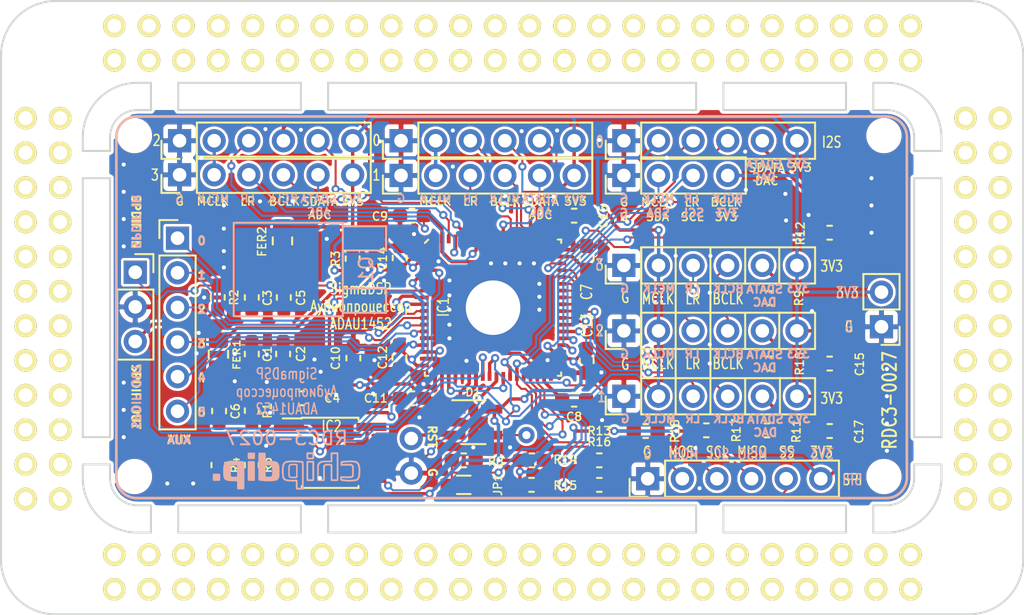
<source format=kicad_pcb>
(kicad_pcb (version 20171130) (host pcbnew "(5.1.2)-2")
  (layers (0 F.Cu signal) (31 B.Cu signal) (34 B.Paste user hide) (35 F.Paste user) (36 B.SilkS user) (37 F.SilkS user) (38 B.Mask user) (39 F.Mask user) (44 Edge.Cuts user))
  (net 0 "")
  (net 1 GND)
  (net 2 /SPDIFIN)
  (net 3 /SPDIFOUT)
  (net 4 "Net-(C1-Pad2)")
  (net 5 "Net-(C3-Pad2)")
  (net 6 "Net-(C4-Pad2)")
  (net 7 "Net-(C6-Pad2)")
  (net 8 VPP)
  (net 9 +3V3)
  (net 10 /ADCIN3)
  (net 11 /LRCKIN3)
  (net 12 /BCLKIN3)
  (net 13 /ADCIN2)
  (net 14 /LRCKIN2)
  (net 15 /BCLKIN2)
  (net 16 /ADCIN1)
  (net 17 /LRCKIN1)
  (net 18 /BCLKIN1)
  (net 19 /ADCIN0)
  (net 20 /LRCKIN0)
  (net 21 /BCLKIN0)
  (net 22 "Net-(IC1-Pad52)")
  (net 23 BCLK3)
  (net 24 LRCLK3)
  (net 25 "Net-(IC1-Pad49)")
  (net 26 BCLK2)
  (net 27 LRCLK2)
  (net 28 "Net-(IC1-Pad44)")
  (net 29 BCLK1)
  (net 30 LRCLK1)
  (net 31 "Net-(IC1-Pad41)")
  (net 32 BCLK0)
  (net 33 LRCLK0)
  (net 34 "Net-(IC1-Pad34)")
  (net 35 SS)
  (net 36 MOSI)
  (net 37 "SCL ")
  (net 38 MISO)
  (net 39 "Net-(IC1-Pad29)")
  (net 40 "Net-(IC1-Pad28)")
  (net 41 "Net-(IC1-Pad27)")
  (net 42 "Net-(IC1-Pad26)")
  (net 43 EXT_MCLK)
  (net 44 /AUXADC5)
  (net 45 /AUXADC4)
  (net 46 /AUXADC3)
  (net 47 /AUXADC2)
  (net 48 /AUXADC1)
  (net 49 /AUXADC0)
  (net 50 "Net-(IC1-Pad5)")
  (net 51 "Net-(IC1-Pad3)")
  (net 52 "Net-(IC2-Pad3)")
  (net 53 DAC_SDATA0)
  (net 54 DAC_SDATA1)
  (net 55 DAC_SDATA2)
  (net 56 DAC_SDATA3)
  (net 57 /~RST)
  (net 58 "Net-(D1-Pad3)")
  (net 59 "Net-(D1-Pad4)")
  (net 60 "Net-(IC1-Pad64)")
  (net 61 "Net-(IC1-Pad63)")
  (net 62 "Net-(IC1-Pad46)")
  (net 63 "Net-(IC1-Pad45)")
  (net 64 "Net-(IC1-Pad23)")
  (net 65 "Net-(IC1-Pad22)")
  (module Package_SO:SOIC-8_3.9x4.9mm_P1.27mm (layer F.Cu) (at 174.15 188.15)
    (fp_text reference IC2 (at 0.1 -1.95) (layer F.SilkS) (effects (font (size 0.8 0.6) (thickness 0.11))))
    (fp_text value IC_25AA1024)
    (pad 1 smd rect (at -3.0226 -1.905) (size 2.2 0.6) (layers F.Cu F.Paste F.Mask) (net 42 "Net-(IC1-Pad26)"))
    (pad 2 smd rect (at -3.0226 -0.6477) (size 2.2 0.6) (layers F.Cu F.Paste F.Mask) (net 39 "Net-(IC1-Pad29)"))
    (pad 3 smd rect (at -3.0226 0.635) (size 2.2 0.6) (layers F.Cu F.Paste F.Mask) (net 52 "Net-(IC2-Pad3)"))
    (pad 4 smd rect (at -3.0226 1.905) (size 2.2 0.6) (layers F.Cu F.Paste F.Mask) (net 1 GND))
    (pad 5 smd rect (at 3.0226 1.905) (size 2.2 0.6) (layers F.Cu F.Paste F.Mask) (net 41 "Net-(IC1-Pad27)"))
    (pad 6 smd rect (at 3.0226 0.635) (size 2.2 0.6) (layers F.Cu F.Paste F.Mask) (net 40 "Net-(IC1-Pad28)"))
    (pad 7 smd rect (at 3.0226 -0.6477) (size 2.2 0.6) (layers F.Cu F.Paste F.Mask) (net 9 +3V3))
    (pad 8 smd rect (at 3.0226 -1.905) (size 2.2 0.6) (layers F.Cu F.Paste F.Mask) (net 9 +3V3))
  )
  (module KICAD:LFCSP72_10x10_EP_Handsoldering (layer F.Cu) (at 186.1 177.5)
    (fp_text reference IC1 (at -3.65 -0.05 90) (layer F.SilkS) (effects (font (size 0.8 0.6) (thickness 0.11))))
    (fp_text value IC_ADAU1452 hide)
    (pad 72 smd rect (at -4.25 -5.0419) (size 0.28 0.65) (layers F.Cu F.Paste F.Mask) (net 1 GND))
    (pad 71 smd rect (at -3.75 -5.0419) (size 0.28 0.65) (layers F.Cu F.Paste F.Mask) (net 8 VPP))
    (pad 70 smd rect (at -3.2512 -5.0419) (size 0.28 0.65) (layers F.Cu F.Paste F.Mask) (net 10 /ADCIN3))
    (pad 69 smd rect (at -2.7559 -5.0419) (size 0.28 0.65) (layers F.Cu F.Paste F.Mask) (net 11 /LRCKIN3))
    (pad 68 smd rect (at -2.25 -5.0419) (size 0.28 0.65) (layers F.Cu F.Paste F.Mask) (net 12 /BCLKIN3))
    (pad 67 smd rect (at -1.7526 -5.0419) (size 0.28 0.65) (layers F.Cu F.Paste F.Mask) (net 13 /ADCIN2))
    (pad 66 smd rect (at -1.2573 -5.0419) (size 0.28 0.65) (layers F.Cu F.Paste F.Mask) (net 14 /LRCKIN2))
    (pad 65 smd rect (at -0.75 -5.0419) (size 0.28 0.65) (layers F.Cu F.Paste F.Mask) (net 15 /BCLKIN2))
    (pad 64 smd rect (at -0.254 -5.0419) (size 0.28 0.65) (layers F.Cu F.Paste F.Mask) (net 60 "Net-(IC1-Pad64)"))
    (pad 63 smd rect (at 0.25 -5.0419) (size 0.28 0.65) (layers F.Cu F.Paste F.Mask) (net 61 "Net-(IC1-Pad63)"))
    (pad 62 smd rect (at 0.7493 -5.0419) (size 0.28 0.65) (layers F.Cu F.Paste F.Mask) (net 16 /ADCIN1))
    (pad 61 smd rect (at 1.25 -5.0419) (size 0.28 0.65) (layers F.Cu F.Paste F.Mask) (net 17 /LRCKIN1))
    (pad 60 smd rect (at 1.75 -5.0419) (size 0.28 0.65) (layers F.Cu F.Paste F.Mask) (net 18 /BCLKIN1))
    (pad 59 smd rect (at 2.25 -5.0419) (size 0.28 0.65) (layers F.Cu F.Paste F.Mask) (net 19 /ADCIN0))
    (pad 58 smd rect (at 2.75 -5.0419) (size 0.28 0.65) (layers F.Cu F.Paste F.Mask) (net 20 /LRCKIN0))
    (pad 57 smd rect (at 3.25 -5.0419) (size 0.28 0.65) (layers F.Cu F.Paste F.Mask) (net 21 /BCLKIN0))
    (pad 56 smd rect (at 3.7465 -5.0419) (size 0.28 0.65) (layers F.Cu F.Paste F.Mask) (net 9 +3V3))
    (pad 55 smd rect (at 4.25 -5.0419) (size 0.28 0.65) (layers F.Cu F.Paste F.Mask) (net 1 GND))
    (pad 54 smd rect (at 5.0419 -4.2545) (size 0.65 0.28) (layers F.Cu F.Paste F.Mask) (net 1 GND))
    (pad 53 smd rect (at 5.0419 -3.75) (size 0.65 0.28) (layers F.Cu F.Paste F.Mask) (net 8 VPP))
    (pad 52 smd rect (at 5.0419 -3.25) (size 0.65 0.28) (layers F.Cu F.Paste F.Mask) (net 22 "Net-(IC1-Pad52)"))
    (pad 51 smd rect (at 5.0419 -2.75) (size 0.65 0.28) (layers F.Cu F.Paste F.Mask) (net 23 BCLK3))
    (pad 50 smd rect (at 5.0419 -2.25) (size 0.65 0.28) (layers F.Cu F.Paste F.Mask) (net 24 LRCLK3))
    (pad 49 smd rect (at 5.0419 -1.75) (size 0.65 0.28) (layers F.Cu F.Paste F.Mask) (net 25 "Net-(IC1-Pad49)"))
    (pad 48 smd rect (at 5.0419 -1.25) (size 0.65 0.28) (layers F.Cu F.Paste F.Mask) (net 26 BCLK2))
    (pad 47 smd rect (at 5.0419 -0.75) (size 0.65 0.28) (layers F.Cu F.Paste F.Mask) (net 27 LRCLK2))
    (pad 46 smd rect (at 5.0419 -0.25) (size 0.65 0.28) (layers F.Cu F.Paste F.Mask) (net 62 "Net-(IC1-Pad46)"))
    (pad 45 smd rect (at 5.0419 0.25) (size 0.65 0.28) (layers F.Cu F.Paste F.Mask) (net 63 "Net-(IC1-Pad45)"))
    (pad 44 smd rect (at 5.0419 0.75) (size 0.65 0.28) (layers F.Cu F.Paste F.Mask) (net 28 "Net-(IC1-Pad44)"))
    (pad 43 smd rect (at 5.0419 1.25) (size 0.65 0.28) (layers F.Cu F.Paste F.Mask) (net 29 BCLK1))
    (pad 42 smd rect (at 5.0419 1.75) (size 0.65 0.28) (layers F.Cu F.Paste F.Mask) (net 30 LRCLK1))
    (pad 41 smd rect (at 5.0419 2.25) (size 0.65 0.28) (layers F.Cu F.Paste F.Mask) (net 31 "Net-(IC1-Pad41)"))
    (pad 40 smd rect (at 5.0419 2.75) (size 0.65 0.28) (layers F.Cu F.Paste F.Mask) (net 32 BCLK0))
    (pad 39 smd rect (at 5.0419 3.25) (size 0.65 0.28) (layers F.Cu F.Paste F.Mask) (net 33 LRCLK0))
    (pad 38 smd rect (at 5.0419 3.75) (size 0.65 0.28) (layers F.Cu F.Paste F.Mask) (net 9 +3V3))
    (pad 37 smd rect (at 5.0419 4.25) (size 0.65 0.28) (layers F.Cu F.Paste F.Mask) (net 1 GND))
    (pad 36 smd rect (at 4.25 5.0419) (size 0.28 0.65) (layers F.Cu F.Paste F.Mask) (net 1 GND))
    (pad 35 smd rect (at 3.7465 5.0419) (size 0.28 0.65) (layers F.Cu F.Paste F.Mask) (net 8 VPP))
    (pad 34 smd rect (at 3.25 5.0419) (size 0.28 0.65) (layers F.Cu F.Paste F.Mask) (net 34 "Net-(IC1-Pad34)"))
    (pad 33 smd rect (at 2.75 5.0419) (size 0.28 0.65) (layers F.Cu F.Paste F.Mask) (net 35 SS))
    (pad 32 smd rect (at 2.2479 5.0419) (size 0.28 0.65) (layers F.Cu F.Paste F.Mask) (net 36 MOSI))
    (pad 31 smd rect (at 1.75 5.0419) (size 0.28 0.65) (layers F.Cu F.Paste F.Mask) (net 37 "SCL "))
    (pad 30 smd rect (at 1.25 5.0419) (size 0.28 0.65) (layers F.Cu F.Paste F.Mask) (net 38 MISO))
    (pad 29 smd rect (at 0.7493 5.0419) (size 0.28 0.65) (layers F.Cu F.Paste F.Mask) (net 39 "Net-(IC1-Pad29)"))
    (pad 28 smd rect (at 0.25 5.0419) (size 0.28 0.65) (layers F.Cu F.Paste F.Mask) (net 40 "Net-(IC1-Pad28)"))
    (pad 27 smd rect (at -0.254 5.0419) (size 0.28 0.65) (layers F.Cu F.Paste F.Mask) (net 41 "Net-(IC1-Pad27)"))
    (pad 26 smd rect (at -0.75 5.0419) (size 0.28 0.65) (layers F.Cu F.Paste F.Mask) (net 42 "Net-(IC1-Pad26)"))
    (pad 25 smd rect (at -1.25 5.0419) (size 0.28 0.65) (layers F.Cu F.Paste F.Mask) (net 1 GND))
    (pad 24 smd rect (at -1.7526 5.0419) (size 0.28 0.65) (layers F.Cu F.Paste F.Mask) (net 57 /~RST))
    (pad 23 smd rect (at -2.25 5.0419) (size 0.28 0.65) (layers F.Cu F.Paste F.Mask) (net 64 "Net-(IC1-Pad23)"))
    (pad 22 smd rect (at -2.7559 5.0419) (size 0.28 0.65) (layers F.Cu F.Paste F.Mask) (net 65 "Net-(IC1-Pad22)"))
    (pad 21 smd rect (at -3.2512 5.0419) (size 0.28 0.65) (layers F.Cu F.Paste F.Mask) (net 43 EXT_MCLK))
    (pad 20 smd rect (at -3.75 5.0419) (size 0.28 0.65) (layers F.Cu F.Paste F.Mask) (net 8 VPP))
    (pad 19 smd rect (at -4.2545 5.0419) (size 0.28 0.65) (layers F.Cu F.Paste F.Mask) (net 1 GND))
    (pad 18 smd rect (at -5.0419 4.2418) (size 0.65 0.28) (layers F.Cu F.Paste F.Mask) (net 9 +3V3))
    (pad 17 smd rect (at -5.0419 3.7465) (size 0.65 0.28) (layers F.Cu F.Paste F.Mask) (net 1 GND))
    (pad 16 smd rect (at -5.0419 3.25) (size 0.65 0.28) (layers F.Cu F.Paste F.Mask) (net 6 "Net-(C4-Pad2)"))
    (pad 15 smd rect (at -5.0419 2.7432) (size 0.65 0.28) (layers F.Cu F.Paste F.Mask) (net 4 "Net-(C1-Pad2)"))
    (pad 14 smd rect (at -5.0419 2.2352) (size 0.65 0.28) (layers F.Cu F.Paste F.Mask) (net 1 GND))
    (pad 13 smd rect (at -5.0419 1.7399) (size 0.65 0.28) (layers F.Cu F.Paste F.Mask) (net 44 /AUXADC5))
    (pad 12 smd rect (at -5.0419 1.25) (size 0.65 0.28) (layers F.Cu F.Paste F.Mask) (net 45 /AUXADC4))
    (pad 11 smd rect (at -5.0419 0.7493) (size 0.65 0.28) (layers F.Cu F.Paste F.Mask) (net 46 /AUXADC3))
    (pad 10 smd rect (at -5.0419 0.2413) (size 0.65 0.28) (layers F.Cu F.Paste F.Mask) (net 47 /AUXADC2))
    (pad 9 smd rect (at -5.0419 -0.254) (size 0.65 0.28) (layers F.Cu F.Paste F.Mask) (net 48 /AUXADC1))
    (pad 8 smd rect (at -5.0419 -0.75) (size 0.65 0.28) (layers F.Cu F.Paste F.Mask) (net 49 /AUXADC0))
    (pad 7 smd rect (at -5.0419 -1.2573) (size 0.65 0.28) (layers F.Cu F.Paste F.Mask) (net 5 "Net-(C3-Pad2)"))
    (pad 6 smd rect (at -5.0419 -1.75) (size 0.65 0.28) (layers F.Cu F.Paste F.Mask) (net 1 GND))
    (pad 5 smd rect (at -5.0419 -2.25) (size 0.65 0.28) (layers F.Cu F.Paste F.Mask) (net 50 "Net-(IC1-Pad5)"))
    (pad 4 smd rect (at -5.0419 -2.7559) (size 0.65 0.28) (layers F.Cu F.Paste F.Mask) (net 2 /SPDIFIN))
    (pad 3 smd rect (at -5.0419 -3.2512) (size 0.65 0.28) (layers F.Cu F.Paste F.Mask) (net 51 "Net-(IC1-Pad3)"))
    (pad 2 smd rect (at -5.0419 -3.7592) (size 0.65 0.28) (layers F.Cu F.Paste F.Mask) (net 9 +3V3))
    (pad 1 smd rect (at -5.0419 -4.25) (size 0.65 0.28) (layers F.Cu F.Paste F.Mask) (net 1 GND))
    (pad 73 thru_hole rect (at 0 0) (size 5.25 5.25) (drill 4) (layers *.Cu *.Mask) (net 1 GND))
  )
  (module Measurement_Points:reper_Point_Round-SMD-Pad_Small (layer F.Cu) (at 211.7 167.85)
    (fp_text reference REF** hide)
    (fp_text value reper_Point_Round-SMD-Pad_Small hide)
    (pad 1 smd circle (at 0 0) (size 1.2 1.2) (layers F.Cu F.Mask))
  )
  (module Measurement_Points:reper_Point_Round-SMD-Pad_Small (layer F.Cu) (at 163.5 188.9)
    (fp_text reference REF** hide)
    (fp_text value reper_Point_Round-SMD-Pad_Small hide)
    (pad 1 smd circle (at 0 0) (size 1.2 1.2) (layers F.Cu F.Mask))
  )
  (module Symbols:chipdip_11mm (layer B.Cu) (at 170.942 189.484 180)
    (fp_text reference G*** hide)
    (fp_text value LOGO hide)
  )
  (module Symbols:CHIP_DIP_POS_9mm (layer F.Cu) (at 215.392 170.561 90)
    (fp_text reference G*** hide)
    (fp_text value LOGO hide)
  )
  (module Mounting_Holes:MountingHole_3.2mm_M3 (layer F.Cu) (at 221.465 158.5136)
    (fp_text reference REF** hide)
    (fp_text value MountingHole_3.2mm_M3)
    (pad 1 np_thru_hole circle (at 0 0) (size 3.2 3.2) (drill 3.2) (layers *.Cu *.Mask))
  )
  (module Mounting_Holes:MountingHole_3.2mm_M3 (layer F.Cu) (at 221.465 196.4235)
    (fp_text reference REF** hide)
    (fp_text value MountingHole_3.2mm_M3)
    (pad 1 np_thru_hole circle (at 0 0) (size 3.2 3.2) (drill 3.2) (layers *.Cu *.Mask))
  )
  (module Mounting_Holes:MountingHole_3.2mm_M3 (layer F.Cu) (at 153.5165 158.5136)
    (fp_text reference REF** hide)
    (fp_text value MountingHole_3.2mm_M3)
    (pad 1 np_thru_hole circle (at 0 0) (size 3.2 3.2) (drill 3.2) (layers *.Cu *.Mask))
  )
  (module Mounting_Holes:MountingHole_3.2mm_M3 (layer F.Cu) (at 153.5165 196.4235)
    (fp_text reference REF** hide)
    (fp_text value MountingHole_3.2mm_M3)
    (pad 1 np_thru_hole circle (at 0 0) (size 3.2 3.2) (drill 3.2) (layers *.Cu *.Mask))
  )
  (module NewComponents:1x8_BIG (layer F.Cu) (at 169.745 156.819)
    (fp_text reference J13 hide)
    (fp_text value MODULE_HEADER hide)
    (pad 1 thru_hole circle (at -11.43 0) (size 1.651 1.651) (drill 1.016) (layers *.Cu *.Mask F.SilkS))
    (pad 2 thru_hole circle (at -8.89 0) (size 1.651 1.651) (drill 1.016) (layers *.Cu *.Mask F.SilkS))
    (pad 3 thru_hole circle (at -6.35 0) (size 1.651 1.651) (drill 1.016) (layers *.Cu *.Mask F.SilkS))
    (pad 4 thru_hole circle (at -3.81 0) (size 1.651 1.651) (drill 1.016) (layers *.Cu *.Mask F.SilkS))
    (pad 5 thru_hole circle (at -1.27 0) (size 1.651 1.651) (drill 1.016) (layers *.Cu *.Mask F.SilkS))
    (pad 6 thru_hole circle (at 1.27 0) (size 1.651 1.651) (drill 1.016) (layers *.Cu *.Mask F.SilkS))
    (pad 7 thru_hole circle (at 3.81 0) (size 1.651 1.651) (drill 1.016) (layers *.Cu *.Mask F.SilkS))
    (pad 8 thru_hole circle (at 6.35 0) (size 1.651 1.651) (drill 1.016) (layers *.Cu *.Mask F.SilkS))
  )
  (module NewComponents:1x8_BIG (layer F.Cu) (at 169.745 159.359)
    (fp_text reference J13 hide)
    (fp_text value MODULE_HEADER hide)
    (pad 8 thru_hole circle (at 6.35 0) (size 1.651 1.651) (drill 1.016) (layers *.Cu *.Mask F.SilkS))
    (pad 7 thru_hole circle (at 3.81 0) (size 1.651 1.651) (drill 1.016) (layers *.Cu *.Mask F.SilkS))
    (pad 6 thru_hole circle (at 1.27 0) (size 1.651 1.651) (drill 1.016) (layers *.Cu *.Mask F.SilkS))
    (pad 5 thru_hole circle (at -1.27 0) (size 1.651 1.651) (drill 1.016) (layers *.Cu *.Mask F.SilkS))
    (pad 4 thru_hole circle (at -3.81 0) (size 1.651 1.651) (drill 1.016) (layers *.Cu *.Mask F.SilkS))
    (pad 3 thru_hole circle (at -6.35 0) (size 1.651 1.651) (drill 1.016) (layers *.Cu *.Mask F.SilkS))
    (pad 2 thru_hole circle (at -8.89 0) (size 1.651 1.651) (drill 1.016) (layers *.Cu *.Mask F.SilkS))
    (pad 1 thru_hole circle (at -11.43 0) (size 1.651 1.651) (drill 1.016) (layers *.Cu *.Mask F.SilkS))
  )
  (module NewComponents:1x8_BIG (layer F.Cu) (at 190.065 156.819)
    (fp_text reference J13 hide)
    (fp_text value MODULE_HEADER hide)
    (pad 8 thru_hole circle (at 6.35 0) (size 1.651 1.651) (drill 1.016) (layers *.Cu *.Mask F.SilkS))
    (pad 7 thru_hole circle (at 3.81 0) (size 1.651 1.651) (drill 1.016) (layers *.Cu *.Mask F.SilkS))
    (pad 6 thru_hole circle (at 1.27 0) (size 1.651 1.651) (drill 1.016) (layers *.Cu *.Mask F.SilkS))
    (pad 5 thru_hole circle (at -1.27 0) (size 1.651 1.651) (drill 1.016) (layers *.Cu *.Mask F.SilkS))
    (pad 4 thru_hole circle (at -3.81 0) (size 1.651 1.651) (drill 1.016) (layers *.Cu *.Mask F.SilkS))
    (pad 3 thru_hole circle (at -6.35 0) (size 1.651 1.651) (drill 1.016) (layers *.Cu *.Mask F.SilkS))
    (pad 2 thru_hole circle (at -8.89 0) (size 1.651 1.651) (drill 1.016) (layers *.Cu *.Mask F.SilkS))
    (pad 1 thru_hole circle (at -11.43 0) (size 1.651 1.651) (drill 1.016) (layers *.Cu *.Mask F.SilkS))
  )
  (module NewComponents:1x8_BIG (layer F.Cu) (at 190.065 159.359)
    (fp_text reference J13 hide)
    (fp_text value MODULE_HEADER hide)
    (pad 1 thru_hole circle (at -11.43 0) (size 1.651 1.651) (drill 1.016) (layers *.Cu *.Mask F.SilkS))
    (pad 2 thru_hole circle (at -8.89 0) (size 1.651 1.651) (drill 1.016) (layers *.Cu *.Mask F.SilkS))
    (pad 3 thru_hole circle (at -6.35 0) (size 1.651 1.651) (drill 1.016) (layers *.Cu *.Mask F.SilkS))
    (pad 4 thru_hole circle (at -3.81 0) (size 1.651 1.651) (drill 1.016) (layers *.Cu *.Mask F.SilkS))
    (pad 5 thru_hole circle (at -1.27 0) (size 1.651 1.651) (drill 1.016) (layers *.Cu *.Mask F.SilkS))
    (pad 6 thru_hole circle (at 1.27 0) (size 1.651 1.651) (drill 1.016) (layers *.Cu *.Mask F.SilkS))
    (pad 7 thru_hole circle (at 3.81 0) (size 1.651 1.651) (drill 1.016) (layers *.Cu *.Mask F.SilkS))
    (pad 8 thru_hole circle (at 6.35 0) (size 1.651 1.651) (drill 1.016) (layers *.Cu *.Mask F.SilkS))
  )
  (module NewComponents:1x8_BIG (layer F.Cu) (at 210.385 159.359)
    (fp_text reference J13 hide)
    (fp_text value MODULE_HEADER hide)
    (pad 8 thru_hole circle (at 6.35 0) (size 1.651 1.651) (drill 1.016) (layers *.Cu *.Mask F.SilkS))
    (pad 7 thru_hole circle (at 3.81 0) (size 1.651 1.651) (drill 1.016) (layers *.Cu *.Mask F.SilkS))
    (pad 6 thru_hole circle (at 1.27 0) (size 1.651 1.651) (drill 1.016) (layers *.Cu *.Mask F.SilkS))
    (pad 5 thru_hole circle (at -1.27 0) (size 1.651 1.651) (drill 1.016) (layers *.Cu *.Mask F.SilkS))
    (pad 4 thru_hole circle (at -3.81 0) (size 1.651 1.651) (drill 1.016) (layers *.Cu *.Mask F.SilkS))
    (pad 3 thru_hole circle (at -6.35 0) (size 1.651 1.651) (drill 1.016) (layers *.Cu *.Mask F.SilkS))
    (pad 2 thru_hole circle (at -8.89 0) (size 1.651 1.651) (drill 1.016) (layers *.Cu *.Mask F.SilkS))
    (pad 1 thru_hole circle (at -11.43 0) (size 1.651 1.651) (drill 1.016) (layers *.Cu *.Mask F.SilkS))
  )
  (module NewComponents:1x8_BIG (layer F.Cu) (at 210.385 156.819)
    (fp_text reference J13 hide)
    (fp_text value MODULE_HEADER hide)
    (pad 1 thru_hole circle (at -11.43 0) (size 1.651 1.651) (drill 1.016) (layers *.Cu *.Mask F.SilkS))
    (pad 2 thru_hole circle (at -8.89 0) (size 1.651 1.651) (drill 1.016) (layers *.Cu *.Mask F.SilkS))
    (pad 3 thru_hole circle (at -6.35 0) (size 1.651 1.651) (drill 1.016) (layers *.Cu *.Mask F.SilkS))
    (pad 4 thru_hole circle (at -3.81 0) (size 1.651 1.651) (drill 1.016) (layers *.Cu *.Mask F.SilkS))
    (pad 5 thru_hole circle (at -1.27 0) (size 1.651 1.651) (drill 1.016) (layers *.Cu *.Mask F.SilkS))
    (pad 6 thru_hole circle (at 1.27 0) (size 1.651 1.651) (drill 1.016) (layers *.Cu *.Mask F.SilkS))
    (pad 7 thru_hole circle (at 3.81 0) (size 1.651 1.651) (drill 1.016) (layers *.Cu *.Mask F.SilkS))
    (pad 8 thru_hole circle (at 6.35 0) (size 1.651 1.651) (drill 1.016) (layers *.Cu *.Mask F.SilkS))
  )
  (module NewComponents:1x8_BIG (layer F.Cu) (at 151.802 175.024 90)
    (fp_text reference J13 hide)
    (fp_text value MODULE_HEADER hide)
    (pad 8 thru_hole circle (at 6.35 0 90) (size 1.651 1.651) (drill 1.016) (layers *.Cu *.Mask F.SilkS))
    (pad 7 thru_hole circle (at 3.81 0 90) (size 1.651 1.651) (drill 1.016) (layers *.Cu *.Mask F.SilkS))
    (pad 6 thru_hole circle (at 1.27 0 90) (size 1.651 1.651) (drill 1.016) (layers *.Cu *.Mask F.SilkS))
    (pad 5 thru_hole circle (at -1.27 0 90) (size 1.651 1.651) (drill 1.016) (layers *.Cu *.Mask F.SilkS))
    (pad 4 thru_hole circle (at -3.81 0 90) (size 1.651 1.651) (drill 1.016) (layers *.Cu *.Mask F.SilkS))
    (pad 3 thru_hole circle (at -6.35 0 90) (size 1.651 1.651) (drill 1.016) (layers *.Cu *.Mask F.SilkS))
    (pad 2 thru_hole circle (at -8.89 0 90) (size 1.651 1.651) (drill 1.016) (layers *.Cu *.Mask F.SilkS))
    (pad 1 thru_hole circle (at -11.43 0 90) (size 1.651 1.651) (drill 1.016) (layers *.Cu *.Mask F.SilkS))
  )
  (module NewComponents:1x8_BIG (layer F.Cu) (at 223.303 175.024 90)
    (fp_text reference J13 hide)
    (fp_text value MODULE_HEADER hide)
    (pad 8 thru_hole circle (at 6.35 0 90) (size 1.651 1.651) (drill 1.016) (layers *.Cu *.Mask F.SilkS))
    (pad 7 thru_hole circle (at 3.81 0 90) (size 1.651 1.651) (drill 1.016) (layers *.Cu *.Mask F.SilkS))
    (pad 6 thru_hole circle (at 1.27 0 90) (size 1.651 1.651) (drill 1.016) (layers *.Cu *.Mask F.SilkS))
    (pad 5 thru_hole circle (at -1.27 0 90) (size 1.651 1.651) (drill 1.016) (layers *.Cu *.Mask F.SilkS))
    (pad 4 thru_hole circle (at -3.81 0 90) (size 1.651 1.651) (drill 1.016) (layers *.Cu *.Mask F.SilkS))
    (pad 3 thru_hole circle (at -6.35 0 90) (size 1.651 1.651) (drill 1.016) (layers *.Cu *.Mask F.SilkS))
    (pad 2 thru_hole circle (at -8.89 0 90) (size 1.651 1.651) (drill 1.016) (layers *.Cu *.Mask F.SilkS))
    (pad 1 thru_hole circle (at -11.43 0 90) (size 1.651 1.651) (drill 1.016) (layers *.Cu *.Mask F.SilkS))
  )
  (module NewComponents:1x8_BIG (layer F.Cu) (at 220.763 175.024 90)
    (fp_text reference J13 hide)
    (fp_text value MODULE_HEADER hide)
    (pad 1 thru_hole circle (at -11.43 0 90) (size 1.651 1.651) (drill 1.016) (layers *.Cu *.Mask F.SilkS))
    (pad 2 thru_hole circle (at -8.89 0 90) (size 1.651 1.651) (drill 1.016) (layers *.Cu *.Mask F.SilkS))
    (pad 3 thru_hole circle (at -6.35 0 90) (size 1.651 1.651) (drill 1.016) (layers *.Cu *.Mask F.SilkS))
    (pad 4 thru_hole circle (at -3.81 0 90) (size 1.651 1.651) (drill 1.016) (layers *.Cu *.Mask F.SilkS))
    (pad 5 thru_hole circle (at -1.27 0 90) (size 1.651 1.651) (drill 1.016) (layers *.Cu *.Mask F.SilkS))
    (pad 6 thru_hole circle (at 1.27 0 90) (size 1.651 1.651) (drill 1.016) (layers *.Cu *.Mask F.SilkS))
    (pad 7 thru_hole circle (at 3.81 0 90) (size 1.651 1.651) (drill 1.016) (layers *.Cu *.Mask F.SilkS))
    (pad 8 thru_hole circle (at 6.35 0 90) (size 1.651 1.651) (drill 1.016) (layers *.Cu *.Mask F.SilkS))
  )
  (module NewComponents:1x8_BIG (layer F.Cu) (at 153.072 166.134 180)
    (fp_text reference J13 hide)
    (fp_text value MODULE_HEADER hide)
    (pad 6 thru_hole circle (at 1.27 0 180) (size 1.651 1.651) (drill 1.016) (layers *.Cu *.Mask F.SilkS))
    (pad 5 thru_hole circle (at -1.27 0 180) (size 1.651 1.651) (drill 1.016) (layers *.Cu *.Mask F.SilkS))
  )
  (module NewComponents:1x8_BIG (layer F.Cu) (at 153.072 163.594 180)
    (fp_text reference J13 hide)
    (fp_text value MODULE_HEADER hide)
    (pad 5 thru_hole circle (at -1.27 0 180) (size 1.651 1.651) (drill 1.016) (layers *.Cu *.Mask F.SilkS))
    (pad 6 thru_hole circle (at 1.27 0 180) (size 1.651 1.651) (drill 1.016) (layers *.Cu *.Mask F.SilkS))
  )
  (module NewComponents:1x8_BIG (layer F.Cu) (at 222.033 166.134 180)
    (fp_text reference J13 hide)
    (fp_text value MODULE_HEADER hide)
    (pad 5 thru_hole circle (at -1.27 0 180) (size 1.651 1.651) (drill 1.016) (layers *.Cu *.Mask F.SilkS))
    (pad 6 thru_hole circle (at 1.27 0 180) (size 1.651 1.651) (drill 1.016) (layers *.Cu *.Mask F.SilkS))
  )
  (module NewComponents:1x8_BIG (layer F.Cu) (at 222.033 163.594 180)
    (fp_text reference J13 hide)
    (fp_text value MODULE_HEADER hide)
    (pad 6 thru_hole circle (at 1.27 0 180) (size 1.651 1.651) (drill 1.016) (layers *.Cu *.Mask F.SilkS))
    (pad 5 thru_hole circle (at -1.27 0 180) (size 1.651 1.651) (drill 1.016) (layers *.Cu *.Mask F.SilkS))
  )
  (module NewComponents:1x8_BIG (layer F.Cu) (at 153.072 191.534 180)
    (fp_text reference J13 hide)
    (fp_text value MODULE_HEADER hide)
    (pad 5 thru_hole circle (at -1.27 0 180) (size 1.651 1.651) (drill 1.016) (layers *.Cu *.Mask F.SilkS))
    (pad 6 thru_hole circle (at 1.27 0 180) (size 1.651 1.651) (drill 1.016) (layers *.Cu *.Mask F.SilkS))
  )
  (module NewComponents:1x8_BIG (layer F.Cu) (at 169.745 195.619)
    (fp_text reference J13 hide)
    (fp_text value MODULE_HEADER hide)
    (pad 8 thru_hole circle (at 6.35 0) (size 1.651 1.651) (drill 1.016) (layers *.Cu *.Mask F.SilkS))
    (pad 7 thru_hole circle (at 3.81 0) (size 1.651 1.651) (drill 1.016) (layers *.Cu *.Mask F.SilkS))
    (pad 6 thru_hole circle (at 1.27 0) (size 1.651 1.651) (drill 1.016) (layers *.Cu *.Mask F.SilkS))
    (pad 5 thru_hole circle (at -1.27 0) (size 1.651 1.651) (drill 1.016) (layers *.Cu *.Mask F.SilkS))
    (pad 4 thru_hole circle (at -3.81 0) (size 1.651 1.651) (drill 1.016) (layers *.Cu *.Mask F.SilkS))
    (pad 3 thru_hole circle (at -6.35 0) (size 1.651 1.651) (drill 1.016) (layers *.Cu *.Mask F.SilkS))
    (pad 2 thru_hole circle (at -8.89 0) (size 1.651 1.651) (drill 1.016) (layers *.Cu *.Mask F.SilkS))
    (pad 1 thru_hole circle (at -11.43 0) (size 1.651 1.651) (drill 1.016) (layers *.Cu *.Mask F.SilkS))
  )
  (module NewComponents:1x8_BIG (layer F.Cu) (at 169.745 198.159)
    (fp_text reference J13 hide)
    (fp_text value MODULE_HEADER hide)
    (pad 1 thru_hole circle (at -11.43 0) (size 1.651 1.651) (drill 1.016) (layers *.Cu *.Mask F.SilkS))
    (pad 2 thru_hole circle (at -8.89 0) (size 1.651 1.651) (drill 1.016) (layers *.Cu *.Mask F.SilkS))
    (pad 3 thru_hole circle (at -6.35 0) (size 1.651 1.651) (drill 1.016) (layers *.Cu *.Mask F.SilkS))
    (pad 4 thru_hole circle (at -3.81 0) (size 1.651 1.651) (drill 1.016) (layers *.Cu *.Mask F.SilkS))
    (pad 5 thru_hole circle (at -1.27 0) (size 1.651 1.651) (drill 1.016) (layers *.Cu *.Mask F.SilkS))
    (pad 6 thru_hole circle (at 1.27 0) (size 1.651 1.651) (drill 1.016) (layers *.Cu *.Mask F.SilkS))
    (pad 7 thru_hole circle (at 3.81 0) (size 1.651 1.651) (drill 1.016) (layers *.Cu *.Mask F.SilkS))
    (pad 8 thru_hole circle (at 6.35 0) (size 1.651 1.651) (drill 1.016) (layers *.Cu *.Mask F.SilkS))
  )
  (module NewComponents:1x8_BIG (layer F.Cu) (at 190.065 195.619)
    (fp_text reference J13 hide)
    (fp_text value MODULE_HEADER hide)
    (pad 1 thru_hole circle (at -11.43 0) (size 1.651 1.651) (drill 1.016) (layers *.Cu *.Mask F.SilkS))
    (pad 2 thru_hole circle (at -8.89 0) (size 1.651 1.651) (drill 1.016) (layers *.Cu *.Mask F.SilkS))
    (pad 3 thru_hole circle (at -6.35 0) (size 1.651 1.651) (drill 1.016) (layers *.Cu *.Mask F.SilkS))
    (pad 4 thru_hole circle (at -3.81 0) (size 1.651 1.651) (drill 1.016) (layers *.Cu *.Mask F.SilkS))
    (pad 5 thru_hole circle (at -1.27 0) (size 1.651 1.651) (drill 1.016) (layers *.Cu *.Mask F.SilkS))
    (pad 6 thru_hole circle (at 1.27 0) (size 1.651 1.651) (drill 1.016) (layers *.Cu *.Mask F.SilkS))
    (pad 7 thru_hole circle (at 3.81 0) (size 1.651 1.651) (drill 1.016) (layers *.Cu *.Mask F.SilkS))
    (pad 8 thru_hole circle (at 6.35 0) (size 1.651 1.651) (drill 1.016) (layers *.Cu *.Mask F.SilkS))
  )
  (module NewComponents:1x8_BIG (layer F.Cu) (at 190.065 198.159)
    (fp_text reference J13 hide)
    (fp_text value MODULE_HEADER hide)
    (pad 8 thru_hole circle (at 6.35 0) (size 1.651 1.651) (drill 1.016) (layers *.Cu *.Mask F.SilkS))
    (pad 7 thru_hole circle (at 3.81 0) (size 1.651 1.651) (drill 1.016) (layers *.Cu *.Mask F.SilkS))
    (pad 6 thru_hole circle (at 1.27 0) (size 1.651 1.651) (drill 1.016) (layers *.Cu *.Mask F.SilkS))
    (pad 5 thru_hole circle (at -1.27 0) (size 1.651 1.651) (drill 1.016) (layers *.Cu *.Mask F.SilkS))
    (pad 4 thru_hole circle (at -3.81 0) (size 1.651 1.651) (drill 1.016) (layers *.Cu *.Mask F.SilkS))
    (pad 3 thru_hole circle (at -6.35 0) (size 1.651 1.651) (drill 1.016) (layers *.Cu *.Mask F.SilkS))
    (pad 2 thru_hole circle (at -8.89 0) (size 1.651 1.651) (drill 1.016) (layers *.Cu *.Mask F.SilkS))
    (pad 1 thru_hole circle (at -11.43 0) (size 1.651 1.651) (drill 1.016) (layers *.Cu *.Mask F.SilkS))
  )
  (module NewComponents:1x8_BIG (layer F.Cu) (at 210.385 198.159)
    (fp_text reference J13 hide)
    (fp_text value MODULE_HEADER hide)
    (pad 1 thru_hole circle (at -11.43 0) (size 1.651 1.651) (drill 1.016) (layers *.Cu *.Mask F.SilkS))
    (pad 2 thru_hole circle (at -8.89 0) (size 1.651 1.651) (drill 1.016) (layers *.Cu *.Mask F.SilkS))
    (pad 3 thru_hole circle (at -6.35 0) (size 1.651 1.651) (drill 1.016) (layers *.Cu *.Mask F.SilkS))
    (pad 4 thru_hole circle (at -3.81 0) (size 1.651 1.651) (drill 1.016) (layers *.Cu *.Mask F.SilkS))
    (pad 5 thru_hole circle (at -1.27 0) (size 1.651 1.651) (drill 1.016) (layers *.Cu *.Mask F.SilkS))
    (pad 6 thru_hole circle (at 1.27 0) (size 1.651 1.651) (drill 1.016) (layers *.Cu *.Mask F.SilkS))
    (pad 7 thru_hole circle (at 3.81 0) (size 1.651 1.651) (drill 1.016) (layers *.Cu *.Mask F.SilkS))
    (pad 8 thru_hole circle (at 6.35 0) (size 1.651 1.651) (drill 1.016) (layers *.Cu *.Mask F.SilkS))
  )
  (module NewComponents:1x8_BIG (layer F.Cu) (at 210.385 195.619)
    (fp_text reference J13 hide)
    (fp_text value MODULE_HEADER hide)
    (pad 8 thru_hole circle (at 6.35 0) (size 1.651 1.651) (drill 1.016) (layers *.Cu *.Mask F.SilkS))
    (pad 7 thru_hole circle (at 3.81 0) (size 1.651 1.651) (drill 1.016) (layers *.Cu *.Mask F.SilkS))
    (pad 6 thru_hole circle (at 1.27 0) (size 1.651 1.651) (drill 1.016) (layers *.Cu *.Mask F.SilkS))
    (pad 5 thru_hole circle (at -1.27 0) (size 1.651 1.651) (drill 1.016) (layers *.Cu *.Mask F.SilkS))
    (pad 4 thru_hole circle (at -3.81 0) (size 1.651 1.651) (drill 1.016) (layers *.Cu *.Mask F.SilkS))
    (pad 3 thru_hole circle (at -6.35 0) (size 1.651 1.651) (drill 1.016) (layers *.Cu *.Mask F.SilkS))
    (pad 2 thru_hole circle (at -8.89 0) (size 1.651 1.651) (drill 1.016) (layers *.Cu *.Mask F.SilkS))
    (pad 1 thru_hole circle (at -11.43 0) (size 1.651 1.651) (drill 1.016) (layers *.Cu *.Mask F.SilkS))
  )
  (module NewComponents:1x8_BIG (layer F.Cu) (at 154.342 175.024 90)
    (fp_text reference J13 hide)
    (fp_text value MODULE_HEADER hide)
    (pad 1 thru_hole circle (at -11.43 0 90) (size 1.651 1.651) (drill 1.016) (layers *.Cu *.Mask F.SilkS))
    (pad 2 thru_hole circle (at -8.89 0 90) (size 1.651 1.651) (drill 1.016) (layers *.Cu *.Mask F.SilkS))
    (pad 3 thru_hole circle (at -6.35 0 90) (size 1.651 1.651) (drill 1.016) (layers *.Cu *.Mask F.SilkS))
    (pad 4 thru_hole circle (at -3.81 0 90) (size 1.651 1.651) (drill 1.016) (layers *.Cu *.Mask F.SilkS))
    (pad 5 thru_hole circle (at -1.27 0 90) (size 1.651 1.651) (drill 1.016) (layers *.Cu *.Mask F.SilkS))
    (pad 6 thru_hole circle (at 1.27 0 90) (size 1.651 1.651) (drill 1.016) (layers *.Cu *.Mask F.SilkS))
    (pad 7 thru_hole circle (at 3.81 0 90) (size 1.651 1.651) (drill 1.016) (layers *.Cu *.Mask F.SilkS))
    (pad 8 thru_hole circle (at 6.35 0 90) (size 1.651 1.651) (drill 1.016) (layers *.Cu *.Mask F.SilkS))
  )
  (module NewComponents:1x8_BIG (layer F.Cu) (at 153.072 188.994 180)
    (fp_text reference J13 hide)
    (fp_text value MODULE_HEADER hide)
    (pad 6 thru_hole circle (at 1.27 0 180) (size 1.651 1.651) (drill 1.016) (layers *.Cu *.Mask F.SilkS))
    (pad 5 thru_hole circle (at -1.27 0 180) (size 1.651 1.651) (drill 1.016) (layers *.Cu *.Mask F.SilkS))
  )
  (module NewComponents:1x8_BIG (layer F.Cu) (at 222.033 191.534 180)
    (fp_text reference J13 hide)
    (fp_text value MODULE_HEADER hide)
    (pad 6 thru_hole circle (at 1.27 0 180) (size 1.651 1.651) (drill 1.016) (layers *.Cu *.Mask F.SilkS))
    (pad 5 thru_hole circle (at -1.27 0 180) (size 1.651 1.651) (drill 1.016) (layers *.Cu *.Mask F.SilkS))
  )
  (module NewComponents:1x8_BIG (layer F.Cu) (at 222.033 188.994 180)
    (fp_text reference J13 hide)
    (fp_text value MODULE_HEADER hide)
    (pad 5 thru_hole circle (at -1.27 0 180) (size 1.651 1.651) (drill 1.016) (layers *.Cu *.Mask F.SilkS))
    (pad 6 thru_hole circle (at 1.27 0 180) (size 1.651 1.651) (drill 1.016) (layers *.Cu *.Mask F.SilkS))
  )
  (module Connector_PinHeader_2.54mm:PinHeader_1x02_P2.54mm_Vertical (layer F.Cu) (at 180.1 187.1)
    (fp_text reference SW1 hide)
    (fp_text value SW_Push hide)
    (pad 1 thru_hole circle (at 0 0) (size 1.7 1.7) (drill 1) (layers *.Cu *.Mask) (net 58 "Net-(D1-Pad3)"))
    (pad 2 thru_hole oval (at 0 2.54) (size 1.7 1.7) (drill 1) (layers *.Cu *.Mask) (net 1 GND))
  )
  (module Connector_PinHeader_2.54mm:PinHeader_1x01_P2.54mm_Vertical (layer F.Cu) (at 188.55 186.85)
    (fp_text reference J14 hide)
    (fp_text value Conn_01x01_Male hide)
    (pad 1 thru_hole circle (at 0 0) (size 1.2 1.2) (drill 0.6) (layers *.Cu *.Mask) (net 59 "Net-(D1-Pad4)"))
  )
  (module Mounting_Holes:MountingHole_2.2mm_M2_ISO14580 (layer F.Cu) (at 159.79 164.872)
    (fp_text reference REF** hide)
    (fp_text value MountingHole_2.2mm_M2_ISO14580)
    (pad 1 np_thru_hole circle (at 0 0) (size 2.2 2.2) (drill 2.2) (layers *.Cu *.Mask))
  )
  (module Mounting_Holes:MountingHole_2.2mm_M2_ISO14580 (layer F.Cu) (at 214.781 189.891)
    (fp_text reference REF** hide)
    (fp_text value MountingHole_2.2mm_M2_ISO14580)
    (pad 1 np_thru_hole circle (at 0 0) (size 2.2 2.2) (drill 2.2) (layers *.Cu *.Mask))
  )
  (module Mounting_Holes:MountingHole_2.2mm_M2_ISO14580 (layer F.Cu) (at 214.781 164.872)
    (fp_text reference REF** hide)
    (fp_text value MountingHole_2.2mm_M2_ISO14580)
    (pad 1 np_thru_hole circle (at 0 0) (size 2.2 2.2) (drill 2.2) (layers *.Cu *.Mask))
  )
  (module Mounting_Holes:MountingHole_2.2mm_M2_ISO14580 (layer F.Cu) (at 159.79 189.891)
    (fp_text reference REF** hide)
    (fp_text value MountingHole_2.2mm_M2_ISO14580)
    (pad 1 np_thru_hole circle (at 0 0) (size 2.2 2.2) (drill 2.2) (layers *.Cu *.Mask))
  )
  (module Capacitor_SMD:C_0603_1608Metric_Pad1.05x0.95mm_HandSolder (layer F.Cu) (at 168.4 180.9 270)
    (fp_text reference C1 (at 0 -1.15 270) (layer F.SilkS) (effects (font (size 0.6 0.6) (thickness 0.11))))
    (fp_text value CAP_10u0_25V_X5R_0805)
    (pad 2 smd roundrect (at 0.875 0 270) (size 1.05 0.95) (layers F.Cu F.Paste F.Mask) (net 4 "Net-(C1-Pad2)"))
    (pad 1 smd roundrect (at -0.875 0 270) (size 1.05 0.95) (layers F.Cu F.Paste F.Mask) (net 1 GND))
  )
  (module Capacitor_SMD:C_0603_1608Metric_Pad1.05x0.95mm_HandSolder (layer F.Cu) (at 170.7 180.9 270)
    (fp_text reference C2 (at 0 -1.3 270) (layer F.SilkS) (effects (font (size 0.6 0.6) (thickness 0.11))))
    (fp_text value CAP_100n_50V_X7R_0805)
    (pad 1 smd roundrect (at -0.875 0 270) (size 1.05 0.95) (layers F.Cu F.Paste F.Mask) (net 1 GND))
    (pad 2 smd roundrect (at 0.875 0 270) (size 1.05 0.95) (layers F.Cu F.Paste F.Mask) (net 4 "Net-(C1-Pad2)"))
  )
  (module Capacitor_SMD:C_0603_1608Metric_Pad1.05x0.95mm_HandSolder (layer F.Cu) (at 168.4 176.75 90)
    (fp_text reference C3 (at -0.0375 1.15 90) (layer F.SilkS) (effects (font (size 0.6 0.6) (thickness 0.11))))
    (fp_text value CAP_10u0_25V_X5R_0805)
    (pad 1 smd roundrect (at -0.875 0 90) (size 1.05 0.95) (layers F.Cu F.Paste F.Mask) (net 1 GND))
    (pad 2 smd roundrect (at 0.875 0 90) (size 1.05 0.95) (layers F.Cu F.Paste F.Mask) (net 5 "Net-(C3-Pad2)"))
  )
  (module Capacitor_SMD:C_0603_1608Metric_Pad1.05x0.95mm_HandSolder (layer F.Cu) (at 172.05 184.15 180)
    (fp_text reference C4 (at -2.25 0 180) (layer F.SilkS) (effects (font (size 0.6 0.6) (thickness 0.11))))
    (fp_text value CAP_150p_50V_C0G_0805)
    (pad 1 smd roundrect (at -0.875 0 180) (size 1.05 0.95) (layers F.Cu F.Paste F.Mask) (net 4 "Net-(C1-Pad2)"))
    (pad 2 smd roundrect (at 0.875 0 180) (size 1.05 0.95) (layers F.Cu F.Paste F.Mask) (net 6 "Net-(C4-Pad2)"))
  )
  (module Capacitor_SMD:C_0603_1608Metric_Pad1.05x0.95mm_HandSolder (layer F.Cu) (at 170.75 176.75 90)
    (fp_text reference C5 (at -0.025 1.25 90) (layer F.SilkS) (effects (font (size 0.6 0.6) (thickness 0.11))))
    (fp_text value CAP_100n_50V_X7R_0805)
    (pad 2 smd roundrect (at 0.875 0 90) (size 1.05 0.95) (layers F.Cu F.Paste F.Mask) (net 5 "Net-(C3-Pad2)"))
    (pad 1 smd roundrect (at -0.875 0 90) (size 1.05 0.95) (layers F.Cu F.Paste F.Mask) (net 1 GND))
  )
  (module Capacitor_SMD:C_0603_1608Metric_Pad1.05x0.95mm_HandSolder (layer F.Cu) (at 166 185.083332 270)
    (fp_text reference C6 (at 0.016668 -1.2 270) (layer F.SilkS) (effects (font (size 0.6 0.6) (thickness 0.11))))
    (fp_text value CAP_5n60_50V_X7R_0805)
    (pad 2 smd roundrect (at 0.875 0 270) (size 1.05 0.95) (layers F.Cu F.Paste F.Mask) (net 7 "Net-(C6-Pad2)"))
    (pad 1 smd roundrect (at -0.875 0 270) (size 1.05 0.95) (layers F.Cu F.Paste F.Mask) (net 4 "Net-(C1-Pad2)"))
  )
  (module Capacitor_SMD:C_0603_1608Metric_Pad1.05x0.95mm_HandSolder (layer F.Cu) (at 192.97 173.85 270)
    (fp_text reference C7 (at 2.5 0 270) (layer F.SilkS) (effects (font (size 0.8 0.6) (thickness 0.11))))
    (fp_text value CAP_10u0_25V_X5R_0805)
    (pad 2 smd roundrect (at 0.875 0 270) (size 1.05 0.95) (layers F.Cu F.Paste F.Mask) (net 8 VPP))
    (pad 1 smd roundrect (at -0.875 0 270) (size 1.05 0.95) (layers F.Cu F.Paste F.Mask) (net 1 GND))
  )
  (module Capacitor_SMD:C_0603_1608Metric_Pad1.05x0.95mm_HandSolder (layer F.Cu) (at 192.05 184.25 180)
    (fp_text reference C8 (at 0 -1.25 180) (layer F.SilkS) (effects (font (size 0.6 0.6) (thickness 0.11))))
    (fp_text value CAP_100n_50V_X7R_0805)
    (pad 2 smd roundrect (at 0.875 0 180) (size 1.05 0.95) (layers F.Cu F.Paste F.Mask) (net 8 VPP))
    (pad 1 smd roundrect (at -0.875 0 180) (size 1.05 0.95) (layers F.Cu F.Paste F.Mask) (net 1 GND))
  )
  (module Capacitor_SMD:C_0603_1608Metric_Pad1.05x0.95mm_HandSolder (layer F.Cu) (at 180.15 170.75)
    (fp_text reference C9 (at -2.35 0.05) (layer F.SilkS) (effects (font (size 0.6 0.6) (thickness 0.11))))
    (fp_text value CAP_100n_50V_X7R_0805)
    (pad 1 smd roundrect (at -0.875 0) (size 1.05 0.95) (layers F.Cu F.Paste F.Mask) (net 1 GND))
    (pad 2 smd roundrect (at 0.875 0) (size 1.05 0.95) (layers F.Cu F.Paste F.Mask) (net 8 VPP))
  )
  (module Capacitor_SMD:C_0603_1608Metric_Pad1.05x0.95mm_HandSolder (layer F.Cu) (at 175.85 181.2 270)
    (fp_text reference C10 (at 0 1.3 270) (layer F.SilkS) (effects (font (size 0.6 0.6) (thickness 0.11))))
    (fp_text value CAP_100n_50V_X7R_0805)
    (pad 2 smd roundrect (at 0.875 0 270) (size 1.05 0.95) (layers F.Cu F.Paste F.Mask) (net 8 VPP))
    (pad 1 smd roundrect (at -0.875 0 270) (size 1.05 0.95) (layers F.Cu F.Paste F.Mask) (net 1 GND))
  )
  (module Capacitor_SMD:C_0603_1608Metric_Pad1.05x0.95mm_HandSolder (layer F.Cu) (at 180.15 184.15)
    (fp_text reference C11 (at -2.65 0) (layer F.SilkS) (effects (font (size 0.6 0.6) (thickness 0.11))))
    (fp_text value CAP_100n_50V_X7R_0805)
    (pad 1 smd roundrect (at -0.875 0) (size 1.05 0.95) (layers F.Cu F.Paste F.Mask) (net 1 GND))
    (pad 2 smd roundrect (at 0.875 0) (size 1.05 0.95) (layers F.Cu F.Paste F.Mask) (net 8 VPP))
  )
  (module Capacitor_SMD:C_0603_1608Metric_Pad1.05x0.95mm_HandSolder (layer F.Cu) (at 179.23 181.15 90)
    (fp_text reference C12 (at 0 -1.23 90) (layer F.SilkS) (effects (font (size 0.6 0.6) (thickness 0.11))))
    (fp_text value CAP_100n_50V_X7R_0805)
    (pad 1 smd roundrect (at -0.875 0 90) (size 1.05 0.95) (layers F.Cu F.Paste F.Mask) (net 1 GND))
    (pad 2 smd roundrect (at 0.875 0 90) (size 1.05 0.95) (layers F.Cu F.Paste F.Mask) (net 9 +3V3))
  )
  (module Capacitor_SMD:C_0603_1608Metric_Pad1.05x0.95mm_HandSolder (layer F.Cu) (at 192.97 181.4 90)
    (fp_text reference C13 (at 2.6 0.03 270) (layer F.SilkS) (effects (font (size 0.8 0.6) (thickness 0.11))))
    (fp_text value CAP_10u0_25V_X5R_0805)
    (pad 1 smd roundrect (at -0.875 0 90) (size 1.05 0.95) (layers F.Cu F.Paste F.Mask) (net 1 GND))
    (pad 2 smd roundrect (at 0.875 0 90) (size 1.05 0.95) (layers F.Cu F.Paste F.Mask) (net 9 +3V3))
  )
  (module Capacitor_SMD:C_0603_1608Metric_Pad1.05x0.95mm_HandSolder (layer F.Cu) (at 179.25 173.85 270)
    (fp_text reference C14 (at 0.05 1.25 270) (layer F.SilkS) (effects (font (size 0.6 0.6) (thickness 0.11))))
    (fp_text value CAP_100n_50V_X7R_0805)
    (pad 2 smd roundrect (at 0.875 0 270) (size 1.05 0.95) (layers F.Cu F.Paste F.Mask) (net 9 +3V3))
    (pad 1 smd roundrect (at -0.875 0 270) (size 1.05 0.95) (layers F.Cu F.Paste F.Mask) (net 1 GND))
  )
  (module Capacitor_SMD:C_0603_1608Metric_Pad1.05x0.95mm_HandSolder (layer F.Cu) (at 210.8 181.6)
    (fp_text reference C15 (at 2.2 0.05 90) (layer F.SilkS) (effects (font (size 0.6 0.6) (thickness 0.11))))
    (fp_text value CAP_100n_50V_X7R_0805)
    (pad 1 smd roundrect (at -0.875 0) (size 1.05 0.95) (layers F.Cu F.Paste F.Mask) (net 1 GND))
    (pad 2 smd roundrect (at 0.875 0) (size 1.05 0.95) (layers F.Cu F.Paste F.Mask) (net 9 +3V3))
  )
  (module Capacitor_SMD:C_0603_1608Metric_Pad1.05x0.95mm_HandSolder (layer F.Cu) (at 192.05 170.75 180)
    (fp_text reference C16 (at -2.15 -0.05 90) (layer F.SilkS) (effects (font (size 0.6 0.6) (thickness 0.11))))
    (fp_text value CAP_100n_50V_X7R_0805)
    (pad 2 smd roundrect (at 0.875 0 180) (size 1.05 0.95) (layers F.Cu F.Paste F.Mask) (net 9 +3V3))
    (pad 1 smd roundrect (at -0.875 0 180) (size 1.05 0.95) (layers F.Cu F.Paste F.Mask) (net 1 GND))
  )
  (module Capacitor_SMD:C_0603_1608Metric_Pad1.05x0.95mm_HandSolder (layer F.Cu) (at 210.8 186.55)
    (fp_text reference C17 (at 2.15 0.05 90) (layer F.SilkS) (effects (font (size 0.6 0.6) (thickness 0.11))))
    (fp_text value CAP_100n_50V_X7R_0805)
    (pad 1 smd roundrect (at -0.875 0) (size 1.05 0.95) (layers F.Cu F.Paste F.Mask) (net 1 GND))
    (pad 2 smd roundrect (at 0.875 0) (size 1.05 0.95) (layers F.Cu F.Paste F.Mask) (net 9 +3V3))
  )
  (module Resistor_SMD:R_0805_2012Metric_Pad1.15x1.40mm_HandSolder (layer F.Cu) (at 165.95 180.916666 270)
    (fp_text reference FER1 (at 0.033334 -1.35 270) (layer F.SilkS) (effects (font (size 0.5 0.6) (thickness 0.11))))
    (fp_text value FER_600R_600MA_0805)
    (pad 1 smd roundrect (at -1.025 0 270) (size 1.15 1.4) (layers F.Cu F.Paste F.Mask) (roundrect_rratio 0.217391) (net 9 +3V3))
    (pad 2 smd roundrect (at 1.025 0 270) (size 1.15 1.4) (layers F.Cu F.Paste F.Mask) (roundrect_rratio 0.217391) (net 4 "Net-(C1-Pad2)"))
  )
  (module Resistor_SMD:R_0805_2012Metric_Pad1.15x1.40mm_HandSolder (layer F.Cu) (at 170.65 172.6 270)
    (fp_text reference FER2 (at 0.05 1.5 270) (layer F.SilkS) (effects (font (size 0.6 0.6) (thickness 0.11))))
    (fp_text value FER_600R_600MA_0805)
    (pad 2 smd roundrect (at 1.025 0 270) (size 1.15 1.4) (layers F.Cu F.Paste F.Mask) (roundrect_rratio 0.217391) (net 5 "Net-(C3-Pad2)"))
    (pad 1 smd roundrect (at -1.025 0 270) (size 1.15 1.4) (layers F.Cu F.Paste F.Mask) (roundrect_rratio 0.217391) (net 9 +3V3))
  )
  (module Connector_PinHeader_2.54mm:PinHeader_1x06_P2.54mm_Vertical (layer F.Cu) (at 162.95 172.4)
    (fp_text reference J1 hide)
    (fp_text value Conn_01x06_Male)
    (pad 1 thru_hole rect (at 0 0) (size 1.7 1.7) (drill 1) (layers *.Cu *.Mask) (net 49 /AUXADC0))
    (pad 2 thru_hole oval (at 0 2.54) (size 1.7 1.7) (drill 1) (layers *.Cu *.Mask) (net 48 /AUXADC1))
    (pad 3 thru_hole oval (at 0 5.08) (size 1.7 1.7) (drill 1) (layers *.Cu *.Mask) (net 47 /AUXADC2))
    (pad 4 thru_hole oval (at 0 7.62) (size 1.7 1.7) (drill 1) (layers *.Cu *.Mask) (net 46 /AUXADC3))
    (pad 5 thru_hole oval (at 0 10.16) (size 1.7 1.7) (drill 1) (layers *.Cu *.Mask) (net 45 /AUXADC4))
    (pad 6 thru_hole oval (at 0 12.7) (size 1.7 1.7) (drill 1) (layers *.Cu *.Mask) (net 44 /AUXADC5))
  )
  (module Connector_PinHeader_2.54mm:PinHeader_1x06_P2.54mm_Vertical (layer F.Cu) (at 163.1 167.75 90)
    (fp_text reference J2 hide)
    (fp_text value Conn_01x06_Male)
    (pad 6 thru_hole oval (at 0 12.7 90) (size 1.7 1.7) (drill 1) (layers *.Cu *.Mask) (net 9 +3V3))
    (pad 5 thru_hole oval (at 0 10.16 90) (size 1.7 1.7) (drill 1) (layers *.Cu *.Mask) (net 10 /ADCIN3))
    (pad 4 thru_hole oval (at 0 7.62 90) (size 1.7 1.7) (drill 1) (layers *.Cu *.Mask) (net 12 /BCLKIN3))
    (pad 3 thru_hole oval (at 0 5.08 90) (size 1.7 1.7) (drill 1) (layers *.Cu *.Mask) (net 11 /LRCKIN3))
    (pad 2 thru_hole oval (at 0 2.54 90) (size 1.7 1.7) (drill 1) (layers *.Cu *.Mask) (net 43 EXT_MCLK))
    (pad 1 thru_hole rect (at 0 0 90) (size 1.7 1.7) (drill 1) (layers *.Cu *.Mask) (net 1 GND))
  )
  (module Connector_PinHeader_2.54mm:PinHeader_1x06_P2.54mm_Vertical (layer F.Cu) (at 163.1 165.25 90)
    (fp_text reference J3 hide)
    (fp_text value Conn_01x06_Male)
    (pad 1 thru_hole rect (at 0 0 90) (size 1.7 1.7) (drill 1) (layers *.Cu *.Mask) (net 1 GND))
    (pad 2 thru_hole oval (at 0 2.54 90) (size 1.7 1.7) (drill 1) (layers *.Cu *.Mask) (net 43 EXT_MCLK))
    (pad 3 thru_hole oval (at 0 5.08 90) (size 1.7 1.7) (drill 1) (layers *.Cu *.Mask) (net 14 /LRCKIN2))
    (pad 4 thru_hole oval (at 0 7.62 90) (size 1.7 1.7) (drill 1) (layers *.Cu *.Mask) (net 15 /BCLKIN2))
    (pad 5 thru_hole oval (at 0 10.16 90) (size 1.7 1.7) (drill 1) (layers *.Cu *.Mask) (net 13 /ADCIN2))
    (pad 6 thru_hole oval (at 0 12.7 90) (size 1.7 1.7) (drill 1) (layers *.Cu *.Mask) (net 9 +3V3))
  )
  (module Connector_PinHeader_2.54mm:PinHeader_1x06_P2.54mm_Vertical (layer F.Cu) (at 179.35 167.8 90)
    (fp_text reference J4 hide)
    (fp_text value Conn_01x06_Male)
    (pad 6 thru_hole oval (at 0 12.7 90) (size 1.7 1.7) (drill 1) (layers *.Cu *.Mask) (net 9 +3V3))
    (pad 5 thru_hole oval (at 0 10.16 90) (size 1.7 1.7) (drill 1) (layers *.Cu *.Mask) (net 16 /ADCIN1))
    (pad 4 thru_hole oval (at 0 7.62 90) (size 1.7 1.7) (drill 1) (layers *.Cu *.Mask) (net 18 /BCLKIN1))
    (pad 3 thru_hole oval (at 0 5.08 90) (size 1.7 1.7) (drill 1) (layers *.Cu *.Mask) (net 17 /LRCKIN1))
    (pad 2 thru_hole oval (at 0 2.54 90) (size 1.7 1.7) (drill 1) (layers *.Cu *.Mask) (net 43 EXT_MCLK))
    (pad 1 thru_hole rect (at 0 0 90) (size 1.7 1.7) (drill 1) (layers *.Cu *.Mask) (net 1 GND))
  )
  (module Connector_PinHeader_2.54mm:PinHeader_1x06_P2.54mm_Vertical (layer F.Cu) (at 179.35 165.25 90)
    (fp_text reference J5 hide)
    (fp_text value Conn_01x06_Male)
    (pad 1 thru_hole rect (at 0 0 90) (size 1.7 1.7) (drill 1) (layers *.Cu *.Mask) (net 1 GND))
    (pad 2 thru_hole oval (at 0 2.54 90) (size 1.7 1.7) (drill 1) (layers *.Cu *.Mask) (net 43 EXT_MCLK))
    (pad 3 thru_hole oval (at 0 5.08 90) (size 1.7 1.7) (drill 1) (layers *.Cu *.Mask) (net 20 /LRCKIN0))
    (pad 4 thru_hole oval (at 0 7.62 90) (size 1.7 1.7) (drill 1) (layers *.Cu *.Mask) (net 21 /BCLKIN0))
    (pad 5 thru_hole oval (at 0 10.16 90) (size 1.7 1.7) (drill 1) (layers *.Cu *.Mask) (net 19 /ADCIN0))
    (pad 6 thru_hole oval (at 0 12.7 90) (size 1.7 1.7) (drill 1) (layers *.Cu *.Mask) (net 9 +3V3))
  )
  (module Connector_PinHeader_2.54mm:PinHeader_1x06_P2.54mm_Vertical (layer F.Cu) (at 195.7 165.25 90)
    (fp_text reference J6 hide)
    (fp_text value Conn_01x06_Male)
    (pad 6 thru_hole oval (at 0 12.7 90) (size 1.7 1.7) (drill 1) (layers *.Cu *.Mask) (net 9 +3V3))
    (pad 5 thru_hole oval (at 0 10.16 90) (size 1.7 1.7) (drill 1) (layers *.Cu *.Mask) (net 53 DAC_SDATA0))
    (pad 4 thru_hole oval (at 0 7.62 90) (size 1.7 1.7) (drill 1) (layers *.Cu *.Mask) (net 32 BCLK0))
    (pad 3 thru_hole oval (at 0 5.08 90) (size 1.7 1.7) (drill 1) (layers *.Cu *.Mask) (net 33 LRCLK0))
    (pad 2 thru_hole oval (at 0 2.54 90) (size 1.7 1.7) (drill 1) (layers *.Cu *.Mask) (net 43 EXT_MCLK))
    (pad 1 thru_hole rect (at 0 0 90) (size 1.7 1.7) (drill 1) (layers *.Cu *.Mask) (net 1 GND))
  )
  (module Connector_PinHeader_2.54mm:PinHeader_1x06_P2.54mm_Vertical (layer F.Cu) (at 195.7 184 90)
    (fp_text reference J7 hide)
    (fp_text value Conn_01x06_Male)
    (pad 1 thru_hole rect (at 0 0 90) (size 1.7 1.7) (drill 1) (layers *.Cu *.Mask) (net 1 GND))
    (pad 2 thru_hole oval (at 0 2.54 90) (size 1.7 1.7) (drill 1) (layers *.Cu *.Mask) (net 43 EXT_MCLK))
    (pad 3 thru_hole oval (at 0 5.08 90) (size 1.7 1.7) (drill 1) (layers *.Cu *.Mask) (net 30 LRCLK1))
    (pad 4 thru_hole oval (at 0 7.62 90) (size 1.7 1.7) (drill 1) (layers *.Cu *.Mask) (net 29 BCLK1))
    (pad 5 thru_hole oval (at 0 10.16 90) (size 1.7 1.7) (drill 1) (layers *.Cu *.Mask) (net 54 DAC_SDATA1))
    (pad 6 thru_hole oval (at 0 12.7 90) (size 1.7 1.7) (drill 1) (layers *.Cu *.Mask) (net 9 +3V3))
  )
  (module Connector_PinHeader_2.54mm:PinHeader_1x06_P2.54mm_Vertical (layer F.Cu) (at 195.7 179.2 90)
    (fp_text reference J8 hide)
    (fp_text value Conn_01x06_Male)
    (pad 6 thru_hole oval (at 0 12.7 90) (size 1.7 1.7) (drill 1) (layers *.Cu *.Mask) (net 9 +3V3))
    (pad 5 thru_hole oval (at 0 10.16 90) (size 1.7 1.7) (drill 1) (layers *.Cu *.Mask) (net 55 DAC_SDATA2))
    (pad 4 thru_hole oval (at 0 7.62 90) (size 1.7 1.7) (drill 1) (layers *.Cu *.Mask) (net 26 BCLK2))
    (pad 3 thru_hole oval (at 0 5.08 90) (size 1.7 1.7) (drill 1) (layers *.Cu *.Mask) (net 27 LRCLK2))
    (pad 2 thru_hole oval (at 0 2.54 90) (size 1.7 1.7) (drill 1) (layers *.Cu *.Mask) (net 43 EXT_MCLK))
    (pad 1 thru_hole rect (at 0 0 90) (size 1.7 1.7) (drill 1) (layers *.Cu *.Mask) (net 1 GND))
  )
  (module Connector_PinHeader_2.54mm:PinHeader_1x06_P2.54mm_Vertical (layer F.Cu) (at 195.7 174.4 90)
    (fp_text reference J9 hide)
    (fp_text value Conn_01x06_Male)
    (pad 1 thru_hole rect (at 0 0 90) (size 1.7 1.7) (drill 1) (layers *.Cu *.Mask) (net 1 GND))
    (pad 2 thru_hole oval (at 0 2.54 90) (size 1.7 1.7) (drill 1) (layers *.Cu *.Mask) (net 43 EXT_MCLK))
    (pad 3 thru_hole oval (at 0 5.08 90) (size 1.7 1.7) (drill 1) (layers *.Cu *.Mask) (net 24 LRCLK3))
    (pad 4 thru_hole oval (at 0 7.62 90) (size 1.7 1.7) (drill 1) (layers *.Cu *.Mask) (net 23 BCLK3))
    (pad 5 thru_hole oval (at 0 10.16 90) (size 1.7 1.7) (drill 1) (layers *.Cu *.Mask) (net 56 DAC_SDATA3))
    (pad 6 thru_hole oval (at 0 12.7 90) (size 1.7 1.7) (drill 1) (layers *.Cu *.Mask) (net 9 +3V3))
  )
  (module Connector_PinHeader_2.54mm:PinHeader_1x02_P2.54mm_Vertical (layer F.Cu) (at 214.6 178.9 180)
    (fp_text reference J10 hide)
    (fp_text value Conn_01x02_Male)
    (pad 1 thru_hole rect (at 0 0 180) (size 1.7 1.7) (drill 1) (layers *.Cu *.Mask) (net 1 GND))
    (pad 2 thru_hole oval (at 0 2.54 180) (size 1.7 1.7) (drill 1) (layers *.Cu *.Mask) (net 9 +3V3))
  )
  (module Connector_PinHeader_2.54mm:PinHeader_1x04_P2.54mm_Vertical (layer F.Cu) (at 195.7 167.8 90)
    (fp_text reference J11 hide)
    (fp_text value Conn_01x04_Male)
    (pad 1 thru_hole rect (at 0 0 90) (size 1.7 1.7) (drill 1) (layers *.Cu *.Mask) (net 1 GND))
    (pad 2 thru_hole oval (at 0 2.54 90) (size 1.7 1.7) (drill 1) (layers *.Cu *.Mask) (net 38 MISO))
    (pad 3 thru_hole oval (at 0 5.08 90) (size 1.7 1.7) (drill 1) (layers *.Cu *.Mask) (net 37 "SCL "))
    (pad 4 thru_hole oval (at 0 7.62 90) (size 1.7 1.7) (drill 1) (layers *.Cu *.Mask) (net 9 +3V3))
  )
  (module Connector_PinHeader_2.54mm:PinHeader_1x06_P2.54mm_Vertical (layer F.Cu) (at 197.45 190.05 90)
    (fp_text reference J12 hide)
    (fp_text value Conn_01x06_Male)
    (pad 6 thru_hole oval (at 0 12.7 90) (size 1.7 1.7) (drill 1) (layers *.Cu *.Mask) (net 9 +3V3))
    (pad 5 thru_hole oval (at 0 10.16 90) (size 1.7 1.7) (drill 1) (layers *.Cu *.Mask) (net 35 SS))
    (pad 4 thru_hole oval (at 0 7.62 90) (size 1.7 1.7) (drill 1) (layers *.Cu *.Mask) (net 38 MISO))
    (pad 3 thru_hole oval (at 0 5.08 90) (size 1.7 1.7) (drill 1) (layers *.Cu *.Mask) (net 37 "SCL "))
    (pad 2 thru_hole oval (at 0 2.54 90) (size 1.7 1.7) (drill 1) (layers *.Cu *.Mask) (net 36 MOSI))
    (pad 1 thru_hole rect (at 0 0 90) (size 1.7 1.7) (drill 1) (layers *.Cu *.Mask) (net 1 GND))
  )
  (module Connector_PinSocket_2.54mm:PinSocket_1x03_P2.54mm_Vertical (layer F.Cu) (at 159.85 174.9)
    (fp_text reference J13 hide)
    (fp_text value Conn_01x03_Male)
    (pad 1 thru_hole rect (at 0 0) (size 1.7 1.7) (drill 1) (layers *.Cu *.Mask) (net 2 /SPDIFIN))
    (pad 2 thru_hole oval (at 0 2.54) (size 1.7 1.7) (drill 1) (layers *.Cu *.Mask) (net 1 GND))
    (pad 3 thru_hole oval (at 0 5.08) (size 1.7 1.7) (drill 1) (layers *.Cu *.Mask) (net 3 /SPDIFOUT))
  )
  (module Resistor_SMD:R_0603_1608Metric_Pad1.05x0.95mm_HandSolder (layer F.Cu) (at 168.4 185.05 90)
    (fp_text reference R1 (at 0 1.15 90) (layer F.SilkS) (effects (font (size 0.6 0.6) (thickness 0.11))))
    (fp_text value RES_4K32_1%_0.125W_Thick_0805)
    (pad 2 smd roundrect (at 0.875 0 90) (size 1.05 0.95) (layers F.Cu F.Paste F.Mask) (net 6 "Net-(C4-Pad2)"))
    (pad 1 smd roundrect (at -0.875 0 90) (size 1.05 0.95) (layers F.Cu F.Paste F.Mask) (net 7 "Net-(C6-Pad2)"))
  )
  (module Resistor_SMD:R_0603_1608Metric_Pad1.05x0.95mm_HandSolder (layer F.Cu) (at 165.9 176.75 270)
    (fp_text reference R2 (at 0 -1.2 270) (layer F.SilkS) (effects (font (size 0.6 0.6) (thickness 0.11))))
    (fp_text value RES_51R0_1%_0.125W_Thick_0805)
    (pad 1 smd roundrect (at -0.875 0 270) (size 1.05 0.95) (layers F.Cu F.Paste F.Mask) (net 50 "Net-(IC1-Pad5)"))
    (pad 2 smd roundrect (at 0.875 0 270) (size 1.05 0.95) (layers F.Cu F.Paste F.Mask) (net 3 /SPDIFOUT))
  )
  (module Resistor_SMD:R_0603_1608Metric_Pad1.05x0.95mm_HandSolder (layer F.Cu) (at 175.8 173.9 270)
    (fp_text reference R3 (at 0 1.25 270) (layer F.SilkS) (effects (font (size 0.6 0.6) (thickness 0.11))))
    (fp_text value RES_1K00_1%_0.125W_Thick_0805)
    (pad 2 smd roundrect (at 0.875 0 270) (size 1.05 0.95) (layers F.Cu F.Paste F.Mask) (net 51 "Net-(IC1-Pad3)"))
    (pad 1 smd roundrect (at -0.875 0 270) (size 1.05 0.95) (layers F.Cu F.Paste F.Mask) (net 9 +3V3))
  )
  (module Resistor_SMD:R_0603_1608Metric_Pad1.05x0.95mm_HandSolder (layer F.Cu) (at 165.95 189.05 90)
    (fp_text reference R4 (at 0 1.25 90) (layer F.SilkS) (effects (font (size 0.6 0.6) (thickness 0.11))))
    (fp_text value RES_10K0_1%_0.125W_Thick_0805)
    (pad 2 smd roundrect (at 0.875 0 90) (size 1.05 0.95) (layers F.Cu F.Paste F.Mask) (net 42 "Net-(IC1-Pad26)"))
    (pad 1 smd roundrect (at -0.875 0 90) (size 1.05 0.95) (layers F.Cu F.Paste F.Mask) (net 9 +3V3))
  )
  (module Resistor_SMD:R_0603_1608Metric_Pad1.05x0.95mm_HandSolder (layer F.Cu) (at 168.4 189.05 90)
    (fp_text reference R5 (at 0 1.15 90) (layer F.SilkS) (effects (font (size 0.6 0.6) (thickness 0.11))))
    (fp_text value RES_10K0_1%_0.125W_Thick_0805)
    (pad 1 smd roundrect (at -0.875 0 90) (size 1.05 0.95) (layers F.Cu F.Paste F.Mask) (net 9 +3V3))
    (pad 2 smd roundrect (at 0.875 0 90) (size 1.05 0.95) (layers F.Cu F.Paste F.Mask) (net 52 "Net-(IC2-Pad3)"))
  )
  (module Resistor_SMD:R_0603_1608Metric_Pad1.05x0.95mm_HandSolder (layer F.Cu) (at 183.95 188.7)
    (fp_text reference R8 (at 2.35 0.1) (layer F.SilkS) (effects (font (size 0.6 0.6) (thickness 0.11))))
    (fp_text value RES_10K0_1%_0.125W_Thick_0805)
    (pad 2 smd roundrect (at 0.875 0) (size 1.05 0.95) (layers F.Cu F.Paste F.Mask) (net 9 +3V3))
    (pad 1 smd roundrect (at -0.875 0) (size 1.05 0.95) (layers F.Cu F.Paste F.Mask) (net 34 "Net-(IC1-Pad34)"))
  )
  (module Resistor_SMD:R_0603_1608Metric_Pad1.05x0.95mm_HandSolder (layer F.Cu) (at 206.4 176.8 180)
    (fp_text reference R9 (at -2.15 0 270) (layer F.SilkS) (effects (font (size 0.6 0.6) (thickness 0.11))))
    (fp_text value RES_51R0_1%_0.125W_Thick_0805)
    (pad 1 smd roundrect (at -0.875 0 180) (size 1.05 0.95) (layers F.Cu F.Paste F.Mask) (net 56 DAC_SDATA3))
    (pad 2 smd roundrect (at 0.875 0 180) (size 1.05 0.95) (layers F.Cu F.Paste F.Mask) (net 22 "Net-(IC1-Pad52)"))
  )
  (module Resistor_SMD:R_0603_1608Metric_Pad1.05x0.95mm_HandSolder (layer F.Cu) (at 206.4 181.6 180)
    (fp_text reference R10 (at -2.2 0 270) (layer F.SilkS) (effects (font (size 0.6 0.6) (thickness 0.11))))
    (fp_text value RES_51R0_1%_0.125W_Thick_0805)
    (pad 2 smd roundrect (at 0.875 0 180) (size 1.05 0.95) (layers F.Cu F.Paste F.Mask) (net 25 "Net-(IC1-Pad49)"))
    (pad 1 smd roundrect (at -0.875 0 180) (size 1.05 0.95) (layers F.Cu F.Paste F.Mask) (net 55 DAC_SDATA2))
  )
  (module Resistor_SMD:R_0603_1608Metric_Pad1.05x0.95mm_HandSolder (layer F.Cu) (at 206.2 186.5 180)
    (fp_text reference R11 (at -2.15 -0.05 270) (layer F.SilkS) (effects (font (size 0.6 0.6) (thickness 0.11))))
    (fp_text value RES_51R0_1%_0.125W_Thick_0805)
    (pad 1 smd roundrect (at -0.875 0 180) (size 1.05 0.95) (layers F.Cu F.Paste F.Mask) (net 54 DAC_SDATA1))
    (pad 2 smd roundrect (at 0.875 0 180) (size 1.05 0.95) (layers F.Cu F.Paste F.Mask) (net 28 "Net-(IC1-Pad44)"))
  )
  (module Resistor_SMD:R_0603_1608Metric_Pad1.05x0.95mm_HandSolder (layer F.Cu) (at 210.8 172 180)
    (fp_text reference R12 (at 2.15 -0.05 270) (layer F.SilkS) (effects (font (size 0.6 0.6) (thickness 0.11))))
    (fp_text value RES_51R0_1%_0.125W_Thick_0805)
    (pad 1 smd roundrect (at -0.875 0 180) (size 1.05 0.95) (layers F.Cu F.Paste F.Mask) (net 53 DAC_SDATA0))
    (pad 2 smd roundrect (at 0.875 0 180) (size 1.05 0.95) (layers F.Cu F.Paste F.Mask) (net 31 "Net-(IC1-Pad41)"))
  )
  (module Resistor_SMD:R_0603_1608Metric_Pad1.05x0.95mm_HandSolder (layer F.Cu) (at 193.9 188.7 180)
    (fp_text reference R13 (at 0 2.15 180) (layer F.SilkS) (effects (font (size 0.6 0.6) (thickness 0.11))))
    (fp_text value RES_0R00_1%_0.125W_Thick_0805)
    (pad 1 smd roundrect (at -0.875 0 180) (size 1.05 0.95) (layers F.Cu F.Paste F.Mask) (net 1 GND))
    (pad 2 smd roundrect (at 0.875 0 180) (size 1.05 0.95) (layers F.Cu F.Paste F.Mask) (net 36 MOSI))
  )
  (module Resistor_SMD:R_0603_1608Metric_Pad1.05x0.95mm_HandSolder (layer F.Cu) (at 188.95 188.7)
    (fp_text reference R14 (at 2.45 -0.05) (layer F.SilkS) (effects (font (size 0.6 0.6) (thickness 0.11))))
    (fp_text value 10K0)
    (pad 2 smd roundrect (at 0.875 0) (size 1.05 0.95) (layers F.Cu F.Paste F.Mask) (net 36 MOSI))
    (pad 1 smd roundrect (at -0.875 0) (size 1.05 0.95) (layers F.Cu F.Paste F.Mask) (net 9 +3V3))
  )
  (module Resistor_SMD:R_0603_1608Metric_Pad1.05x0.95mm_HandSolder (layer F.Cu) (at 188.925 190.5)
    (fp_text reference R15 (at 2.475 0.05) (layer F.SilkS) (effects (font (size 0.6 0.6) (thickness 0.11))))
    (fp_text value 10K0)
    (pad 1 smd roundrect (at -0.875 0) (size 1.05 0.95) (layers F.Cu F.Paste F.Mask) (net 9 +3V3))
    (pad 2 smd roundrect (at 0.875 0) (size 1.05 0.95) (layers F.Cu F.Paste F.Mask) (net 35 SS))
  )
  (module Resistor_SMD:R_0603_1608Metric_Pad1.05x0.95mm_HandSolder (layer F.Cu) (at 193.9 190.5 180)
    (fp_text reference R16 (at 0 3.15 180) (layer F.SilkS) (effects (font (size 0.6 0.6) (thickness 0.11))))
    (fp_text value RES_0R00_1%_0.125W_Thick_0805)
    (pad 2 smd roundrect (at 0.875 0 180) (size 1.05 0.95) (layers F.Cu F.Paste F.Mask) (net 35 SS))
    (pad 1 smd roundrect (at -0.875 0 180) (size 1.05 0.95) (layers F.Cu F.Paste F.Mask) (net 1 GND))
  )
  (module Resistor_SMD:R_0603_1608Metric_Pad1.05x0.95mm_HandSolder (layer F.Cu) (at 201.75 186.5)
    (fp_text reference R17 (at 2.2 0 90) (layer F.SilkS) (effects (font (size 0.6 0.6) (thickness 0.11))))
    (fp_text value 10K0)
    (pad 1 smd roundrect (at -0.875 0) (size 1.05 0.95) (layers F.Cu F.Paste F.Mask) (net 9 +3V3))
    (pad 2 smd roundrect (at 0.875 0) (size 1.05 0.95) (layers F.Cu F.Paste F.Mask) (net 38 MISO))
  )
  (module Resistor_SMD:R_0603_1608Metric_Pad1.05x0.95mm_HandSolder (layer F.Cu) (at 197.3 186.55)
    (fp_text reference R18 (at 2.15 0 90) (layer F.SilkS) (effects (font (size 0.6 0.6) (thickness 0.11))))
    (fp_text value 10K0)
    (pad 1 smd roundrect (at -0.875 0) (size 1.05 0.95) (layers F.Cu F.Paste F.Mask) (net 9 +3V3))
    (pad 2 smd roundrect (at 0.875 0) (size 1.05 0.95) (layers F.Cu F.Paste F.Mask) (net 37 "SCL "))
  )
  (module TO_SOT_Packages_SMD:TO-252-2Lead (layer B.Cu) (at 176.6 174.7 270)
    (fp_text reference Q1 (at 0 -0.184 270) (layer B.SilkS) (effects (justify mirror)))
    (fp_text value Q_STD2805)
    (pad 1 smd rect (at -2.286 0 270) (size 1.651 3.048) (layers B.Cu B.Paste B.Mask) (net 51 "Net-(IC1-Pad3)"))
    (pad 2 smd rect (at 0 6.35 270) (size 6.096 6.096) (layers B.Cu B.Paste B.Mask) (net 8 VPP))
    (pad 3 smd rect (at 2.286 0 270) (size 1.651 3.048) (layers B.Cu B.Paste B.Mask) (net 9 +3V3))
  )
  (module Resistors_SMD:R_0603_HandSoldering (layer F.Cu) (at 183.95 190.5)
    (fp_text reference JP1 (at 2.5 0 90) (layer F.SilkS) (effects (font (size 0.6 0.6) (thickness 0.11))))
    (fp_text value CON_JUMPER)
    (pad 1 smd rect (at -1.1 0) (size 1.2 0.9) (layers F.Cu F.Paste F.Mask) (net 34 "Net-(IC1-Pad34)"))
    (pad 2 smd rect (at 1.1 0) (size 1.2 0.9) (layers F.Cu F.Paste F.Mask) (net 1 GND))
  )
  (module Package_TO_SOT_SMD:SOT-23-5_HandSoldering (layer F.Cu) (at 184.65 185.9)
    (fp_text reference D1 (at 0 -2.2) (layer F.SilkS) (effects (font (size 0.6 0.6) (thickness 0.11))))
    (fp_text value ADM6316)
    (pad 1 smd rect (at -1.35 -0.95) (size 1.56 0.65) (layers F.Cu F.Paste F.Mask) (net 57 /~RST))
    (pad 2 smd rect (at -1.35 0) (size 1.56 0.65) (layers F.Cu F.Paste F.Mask) (net 1 GND))
    (pad 3 smd rect (at -1.35 0.95) (size 1.56 0.65) (layers F.Cu F.Paste F.Mask) (net 58 "Net-(D1-Pad3)"))
    (pad 4 smd rect (at 1.35 0.95) (size 1.56 0.65) (layers F.Cu F.Paste F.Mask) (net 59 "Net-(D1-Pad4)"))
    (pad 5 smd rect (at 1.35 -0.95) (size 1.56 0.65) (layers F.Cu F.Paste F.Mask) (net 9 +3V3))
  )
  (gr_text 3V3 (at 192.15 169.7) (layer F.SilkS) (effects (font (size 0.6 0.6) (thickness 0.11))))
  (gr_text 3V3 (at 210.25 188.25) (layer B.SilkS) (effects (font (size 0.8 0.6) (thickness 0.11)) (justify mirror)))
  (gr_text SS (at 207.7 188.25) (layer B.SilkS) (effects (font (size 0.8 0.6) (thickness 0.11)) (justify mirror)))
  (gr_text MISO (at 205.15 188.25) (layer B.SilkS) (effects (font (size 0.8 0.6) (thickness 0.11)) (justify mirror)))
  (gr_text SCL (at 202.6 188.25) (layer B.SilkS) (effects (font (size 0.8 0.6) (thickness 0.11)) (justify mirror)))
  (gr_text MOSI (at 200.1 188.25) (layer B.SilkS) (effects (font (size 0.8 0.6) (thickness 0.11)) (justify mirror)))
  (gr_text G (at 197.45 188.25) (layer B.SilkS) (effects (font (size 0.8 0.6) (thickness 0.11)) (justify mirror)))
  (gr_text SPI (at 212.45 190.119) (layer B.SilkS) (effects (font (size 0.8 0.6) (thickness 0.11)) (justify mirror)))
  (gr_text 0 (at 193.929 165.3) (layer B.SilkS) (effects (font (size 0.8 0.6) (thickness 0.11)) (justify mirror)))
  (gr_text 3 (at 193.9 174.35) (layer B.SilkS) (effects (font (size 0.8 0.6) (thickness 0.11)) (justify mirror)))
  (gr_text 2 (at 193.9 179.197) (layer B.SilkS) (effects (font (size 0.8 0.6) (thickness 0.11)) (justify mirror)))
  (gr_text 1 (at 194.05 184.023) (layer B.SilkS) (effects (font (size 0.8 0.6) (thickness 0.11)) (justify mirror)))
  (gr_text "SDATA\nDAC" (at 206.0815 186.175) (layer B.SilkS) (effects (font (size 0.6 0.6)) (justify mirror)))
  (gr_text 3V3 (at 208.55 185.65) (layer B.SilkS) (effects (font (size 0.6 0.6)) (justify mirror)))
  (gr_text G (at 195.808 185.65) (layer B.SilkS) (effects (font (size 0.6 0.6)) (justify mirror)))
  (gr_text BCLK (at 203.4 185.65) (layer B.SilkS) (effects (font (size 0.6 0.6)) (justify mirror)))
  (gr_text MCLK (at 198.3 185.65) (layer B.SilkS) (effects (font (size 0.6 0.6)) (justify mirror)))
  (gr_text LR (at 200.761 185.65) (layer B.SilkS) (effects (font (size 0.6 0.6)) (justify mirror)))
  (gr_text G (at 195.758 180.9) (layer B.SilkS) (effects (font (size 0.6 0.6)) (justify mirror)))
  (gr_text BCLK (at 203.35 180.9) (layer B.SilkS) (effects (font (size 0.6 0.6)) (justify mirror)))
  (gr_text MCLK (at 198.25 180.9) (layer B.SilkS) (effects (font (size 0.6 0.6)) (justify mirror)))
  (gr_text LR (at 200.711 180.9) (layer B.SilkS) (effects (font (size 0.6 0.6)) (justify mirror)))
  (gr_text 3V3 (at 208.5 180.9) (layer B.SilkS) (effects (font (size 0.6 0.6)) (justify mirror)))
  (gr_text "SDATA\nDAC" (at 206.0315 181.425) (layer B.SilkS) (effects (font (size 0.6 0.6)) (justify mirror)))
  (gr_text "SDATA\nDAC" (at 206.0315 176.625) (layer B.SilkS) (effects (font (size 0.6 0.6)) (justify mirror)))
  (gr_text 3V3 (at 208.5 176.1) (layer B.SilkS) (effects (font (size 0.6 0.6)) (justify mirror)))
  (gr_text LR (at 200.711 176.1) (layer B.SilkS) (effects (font (size 0.6 0.6)) (justify mirror)))
  (gr_text MCLK (at 198.25 176.1) (layer B.SilkS) (effects (font (size 0.6 0.6)) (justify mirror)))
  (gr_text G (at 195.758 176.1) (layer B.SilkS) (effects (font (size 0.6 0.6)) (justify mirror)))
  (gr_text BCLK (at 203.35 176.1) (layer B.SilkS) (effects (font (size 0.6 0.6)) (justify mirror)))
  (gr_text 3V3 (at 192.15 169.49) (layer B.SilkS) (effects (font (size 0.6 0.6) (thickness 0.11)) (justify mirror)))
  (gr_text G (at 179.35 169.49) (layer B.SilkS) (effects (font (size 0.6 0.6) (thickness 0.11)) (justify mirror)))
  (gr_text "SDATA\nADC" (at 189.55 169.995) (layer B.SilkS) (effects (font (size 0.6 0.6) (thickness 0.11)) (justify mirror)))
  (gr_text BCLK (at 186.9 169.49) (layer B.SilkS) (effects (font (size 0.6 0.6) (thickness 0.11)) (justify mirror)))
  (gr_text LR (at 184.45 169.49) (layer B.SilkS) (effects (font (size 0.6 0.6) (thickness 0.11)) (justify mirror)))
  (gr_text MCLK (at 181.85 169.49) (layer B.SilkS) (effects (font (size 0.6 0.6) (thickness 0.11)) (justify mirror)))
  (gr_text 3V3 (at 175.8 169.49) (layer B.SilkS) (effects (font (size 0.6 0.6) (thickness 0.11)) (justify mirror)))
  (gr_text "SDATA\nADC" (at 173.3 169.995) (layer B.SilkS) (effects (font (size 0.6 0.6) (thickness 0.11)) (justify mirror)))
  (gr_text BCLK (at 170.65 169.49) (layer B.SilkS) (effects (font (size 0.6 0.6) (thickness 0.11)) (justify mirror)))
  (gr_text LR (at 168.1 169.49) (layer B.SilkS) (effects (font (size 0.6 0.6) (thickness 0.11)) (justify mirror)))
  (gr_text MCLK (at 165.55 169.49) (layer B.SilkS) (effects (font (size 0.6 0.6) (thickness 0.11)) (justify mirror)))
  (gr_text G (at 163.1 169.49) (layer B.SilkS) (effects (font (size 0.6 0.6) (thickness 0.11)) (justify mirror)))
  (gr_text G (at 181.6608 189.5856 270) (layer F.SilkS) (effects (font (size 0.6 0.6))))
  (gr_text RST (at 181.6354 186.9567 270) (layer F.SilkS) (effects (font (size 0.6 0.6))))
  (gr_text RDC3-0027 (at 215.2 184.3 90) (layer F.SilkS) (effects (font (size 1 0.8))))
  (gr_text 0 (at 164.719 172.593) (layer B.SilkS) (effects (font (size 0.6 0.6)) (justify mirror)))
  (gr_text 3V3 (at 212.1 176.4) (layer B.SilkS) (effects (font (size 0.8 0.6) (thickness 0.11)) (justify mirror)))
  (gr_text G (at 212.2 178.9) (layer B.SilkS) (effects (font (size 0.8 0.6) (thickness 0.11)) (justify mirror)))
  (gr_text "SPDIF OUT" (at 159.893 184.023 270) (layer B.SilkS) (effects (font (size 0.6 0.6)) (justify mirror)))
  (gr_text "SPDIF IN" (at 159.893 171.196 270) (layer B.SilkS) (effects (font (size 0.6 0.6)) (justify mirror)))
  (gr_text 5 (at 164.719 185.166) (layer B.SilkS) (effects (font (size 0.6 0.6)) (justify mirror)))
  (gr_text 4 (at 164.719 182.626) (layer B.SilkS) (effects (font (size 0.6 0.6)) (justify mirror)))
  (gr_text 3 (at 164.719 180.1368) (layer B.SilkS) (effects (font (size 0.6 0.6)) (justify mirror)))
  (gr_text 2 (at 164.719 177.6222) (layer B.SilkS) (effects (font (size 0.6 0.6)) (justify mirror)))
  (gr_text 1 (at 164.719 175.1076) (layer B.SilkS) (effects (font (size 0.6 0.6)) (justify mirror)))
  (gr_text AUX (at 163.068 187.198) (layer B.SilkS) (effects (font (size 0.6 0.6)) (justify mirror)))
  (gr_text "SigmaDSP\nАудиопроцессор\nADAU1452" (at 170.952676 183.642) (layer B.SilkS) (effects (font (size 0.8 0.6) (thickness 0.11)) (justify mirror)))
  (gr_text RDC3-0027 (at 170.952676 187.071) (layer B.SilkS) (effects (font (size 1 1)) (justify mirror)))
  (gr_text 0 (at 193.929 165.354) (layer F.SilkS) (effects (font (size 0.8 0.6) (thickness 0.11))))
  (gr_text 1 (at 194.056 184.023) (layer F.SilkS) (effects (font (size 0.8 0.6) (thickness 0.11))))
  (gr_text 2 (at 193.929 179.197) (layer F.SilkS) (effects (font (size 0.8 0.6) (thickness 0.11))))
  (gr_text 3 (at 193.929 174.371) (layer F.SilkS) (effects (font (size 0.8 0.6) (thickness 0.11))))
  (gr_text 1 (at 177.546 167.767) (layer F.SilkS) (effects (font (size 0.8 0.6) (thickness 0.11))))
  (gr_text 0 (at 177.546 165.227) (layer F.SilkS) (effects (font (size 0.8 0.6) (thickness 0.11))))
  (gr_text 3 (at 161.29 167.767) (layer F.SilkS) (effects (font (size 0.8 0.6) (thickness 0.11))))
  (gr_text 2 (at 161.417 165.227) (layer F.SilkS) (effects (font (size 0.8 0.6) (thickness 0.11))))
  (gr_text MCLK (at 181.864 169.7) (layer F.SilkS) (effects (font (size 0.6 0.6) (thickness 0.11))))
  (gr_text "SDATA\nADC" (at 189.6 170.205) (layer F.SilkS) (effects (font (size 0.6 0.6) (thickness 0.11))))
  (gr_text SPI (at 212.471 190.119) (layer F.SilkS) (effects (font (size 0.8 0.6) (thickness 0.11))))
  (gr_text I2S (at 210.947 165.354) (layer F.SilkS) (effects (font (size 0.8 0.6) (thickness 0.11))))
  (gr_text G (at 212.217 178.9) (layer F.SilkS) (effects (font (size 0.8 0.6) (thickness 0.11))))
  (gr_text 3V3 (at 212.1 176.4) (layer F.SilkS) (effects (font (size 0.8 0.6) (thickness 0.11))))
  (gr_text "SPDIF IN" (at 159.893 171.196 270) (layer F.SilkS) (effects (font (size 0.6 0.6))))
  (gr_text "SPDIF OUT" (at 159.893 184.023 270) (layer F.SilkS) (effects (font (size 0.6 0.6))))
  (gr_text AUX (at 163.068 187.198) (layer F.SilkS) (effects (font (size 0.6 0.6))))
  (gr_text 5 (at 164.719 185.166) (layer F.SilkS) (effects (font (size 0.6 0.6))))
  (gr_text 4 (at 164.719 182.6514) (layer F.SilkS) (effects (font (size 0.6 0.6))))
  (gr_text 3 (at 164.719 180.1368) (layer F.SilkS) (effects (font (size 0.6 0.6))))
  (gr_text 2 (at 164.719 177.6222) (layer F.SilkS) (effects (font (size 0.6 0.6))))
  (gr_text 1 (at 164.719 175.1076) (layer F.SilkS) (effects (font (size 0.6 0.6))))
  (gr_text 0 (at 164.719 172.593) (layer F.SilkS) (effects (font (size 0.6 0.6))))
  (gr_arc (start 215 165) (end 217 165) (angle -90) (layer Edge.Cuts) (width 0.15))
  (gr_arc (start 160 165) (end 160 163) (angle -90) (layer Edge.Cuts) (width 0.15))
  (gr_arc (start 215 190) (end 215 192) (angle -90) (layer Edge.Cuts) (width 0.15))
  (gr_arc (start 160 190) (end 158 190) (angle -90) (layer Edge.Cuts) (width 0.15))
  (gr_line (start 163 192) (end 172 192) (layer Edge.Cuts) (width 0.15))
  (gr_line (start 172 192) (end 172 194) (layer Edge.Cuts) (width 0.15))
  (gr_line (start 172 194) (end 163 194) (layer Edge.Cuts) (width 0.15))
  (gr_line (start 163 194) (end 163 192) (layer Edge.Cuts) (width 0.15))
  (gr_line (start 174 192) (end 174 194) (layer Edge.Cuts) (width 0.15))
  (gr_line (start 174 194) (end 201 194) (layer Edge.Cuts) (width 0.15))
  (gr_line (start 201 194) (end 201 192) (layer Edge.Cuts) (width 0.15))
  (gr_line (start 201 192) (end 174 192) (layer Edge.Cuts) (width 0.15))
  (gr_line (start 203 192) (end 203 194) (layer Edge.Cuts) (width 0.15))
  (gr_line (start 203 194) (end 211 194) (layer Edge.Cuts) (width 0.15))
  (gr_line (start 211 192) (end 203 192) (layer Edge.Cuts) (width 0.15))
  (gr_line (start 160 192) (end 161 192) (layer Edge.Cuts) (width 0.15))
  (gr_line (start 161 192) (end 161 194) (layer Edge.Cuts) (width 0.15))
  (gr_line (start 161 194) (end 160 194) (layer Edge.Cuts) (width 0.15))
  (gr_line (start 158 190) (end 158 189) (layer Edge.Cuts) (width 0.15))
  (gr_line (start 158 189) (end 156 189) (layer Edge.Cuts) (width 0.15))
  (gr_line (start 156 189) (end 156 190) (layer Edge.Cuts) (width 0.15))
  (gr_arc (start 160 190) (end 156 190) (angle -90) (layer Edge.Cuts) (width 0.15))
  (gr_line (start 160 163) (end 161 163) (layer Edge.Cuts) (width 0.15))
  (gr_line (start 161 163) (end 161 161) (layer Edge.Cuts) (width 0.15))
  (gr_line (start 161 161) (end 160 161) (layer Edge.Cuts) (width 0.15))
  (gr_line (start 158 165) (end 158 166) (layer Edge.Cuts) (width 0.15))
  (gr_line (start 158 166) (end 156 166) (layer Edge.Cuts) (width 0.15))
  (gr_line (start 156 166) (end 156 165) (layer Edge.Cuts) (width 0.15))
  (gr_arc (start 160 165) (end 160 161) (angle -90) (layer Edge.Cuts) (width 0.15))
  (gr_line (start 215 163) (end 214 163) (layer Edge.Cuts) (width 0.15))
  (gr_line (start 214 163) (end 214 161) (layer Edge.Cuts) (width 0.15))
  (gr_line (start 214 161) (end 215 161) (layer Edge.Cuts) (width 0.15))
  (gr_line (start 217 165) (end 217 166) (layer Edge.Cuts) (width 0.15))
  (gr_line (start 217 166) (end 219 166) (layer Edge.Cuts) (width 0.15))
  (gr_line (start 219 166) (end 219 165) (layer Edge.Cuts) (width 0.15))
  (gr_arc (start 215 165) (end 219 165) (angle -90) (layer Edge.Cuts) (width 0.15))
  (gr_line (start 217 190) (end 217 189) (layer Edge.Cuts) (width 0.15))
  (gr_line (start 217 189) (end 219 189) (layer Edge.Cuts) (width 0.15))
  (gr_line (start 219 189) (end 219 190) (layer Edge.Cuts) (width 0.15))
  (gr_line (start 215 192) (end 214 192) (layer Edge.Cuts) (width 0.15))
  (gr_line (start 214 192) (end 214 194) (layer Edge.Cuts) (width 0.15))
  (gr_arc (start 215 190) (end 215 194) (angle -90) (layer Edge.Cuts) (width 0.15))
  (gr_line (start 214 194) (end 215 194) (layer Edge.Cuts) (width 0.15))
  (gr_line (start 158 187) (end 156 187) (layer Edge.Cuts) (width 0.15))
  (gr_line (start 156 187) (end 156 168) (layer Edge.Cuts) (width 0.15))
  (gr_line (start 156 168) (end 158 168) (layer Edge.Cuts) (width 0.15))
  (gr_line (start 158 168) (end 158 187) (layer Edge.Cuts) (width 0.15))
  (gr_line (start 217 187) (end 219 187) (layer Edge.Cuts) (width 0.15))
  (gr_line (start 219 187) (end 219 168) (layer Edge.Cuts) (width 0.15))
  (gr_line (start 219 168) (end 217 168) (layer Edge.Cuts) (width 0.15))
  (gr_line (start 217 168) (end 217 187) (layer Edge.Cuts) (width 0.15))
  (gr_line (start 163 163) (end 163 161) (layer Edge.Cuts) (width 0.15))
  (gr_line (start 163 161) (end 172 161) (layer Edge.Cuts) (width 0.15))
  (gr_line (start 172 161) (end 172 163) (layer Edge.Cuts) (width 0.15))
  (gr_line (start 172 163) (end 163 163) (layer Edge.Cuts) (width 0.15))
  (gr_line (start 212 163) (end 203 163) (layer Edge.Cuts) (width 0.15))
  (gr_line (start 203 163) (end 203 161) (layer Edge.Cuts) (width 0.15))
  (gr_line (start 203 161) (end 212 161) (layer Edge.Cuts) (width 0.15))
  (gr_line (start 212 161) (end 212 163) (layer Edge.Cuts) (width 0.15))
  (gr_line (start 174 163) (end 174 161) (layer Edge.Cuts) (width 0.15))
  (gr_line (start 174 161) (end 201 161) (layer Edge.Cuts) (width 0.15))
  (gr_line (start 201 161) (end 201 163) (layer Edge.Cuts) (width 0.15))
  (gr_line (start 201 163) (end 174 163) (layer Edge.Cuts) (width 0.15))
  (gr_arc (start 154 159) (end 154 155) (angle -90) (layer Edge.Cuts) (width 0.15))
  (gr_arc (start 221 159) (end 225 159) (angle -90) (layer Edge.Cuts) (width 0.15))
  (gr_arc (start 221 196) (end 221 200) (angle -90) (layer Edge.Cuts) (width 0.15))
  (gr_arc (start 154 196) (end 150 196) (angle -90) (layer Edge.Cuts) (width 0.15))
  (gr_line (start 154 200) (end 221 200) (layer Edge.Cuts) (width 0.15))
  (gr_line (start 225 196) (end 225 159) (layer Edge.Cuts) (width 0.15))
  (gr_line (start 221 155) (end 154 155) (layer Edge.Cuts) (width 0.15))
  (gr_line (start 150 159) (end 150 196) (layer Edge.Cuts) (width 0.15))
  (gr_line (start 211 192) (end 212 192) (layer Edge.Cuts) (width 0.15))
  (gr_line (start 212 192) (end 212 194) (layer Edge.Cuts) (width 0.15))
  (gr_line (start 212 194) (end 211 194) (layer Edge.Cuts) (width 0.15))
  (gr_text 3V3 (at 210.2 188.1) (layer F.SilkS) (effects (font (size 0.8 0.6) (thickness 0.11))))
  (gr_text SS (at 207.65 188.1) (layer F.SilkS) (effects (font (size 0.8 0.6) (thickness 0.11))))
  (gr_text MISO (at 205.1 188.1) (layer F.SilkS) (effects (font (size 0.8 0.6) (thickness 0.11))))
  (gr_text SCL (at 202.55 188.1) (layer F.SilkS) (effects (font (size 0.8 0.6) (thickness 0.11))))
  (gr_text MOSI (at 200.05 188.1) (layer F.SilkS) (effects (font (size 0.8 0.6) (thickness 0.11))))
  (gr_text G (at 197.4 188.1) (layer F.SilkS) (effects (font (size 0.8 0.6) (thickness 0.11))))
  (gr_text BCLK (at 203.35 181.6) (layer F.SilkS) (effects (font (size 0.8 0.6) (thickness 0.11))))
  (gr_text BCLK (at 203.35 176.85) (layer F.SilkS) (effects (font (size 0.8 0.6) (thickness 0.11))))
  (gr_line (start 207.15 182.65) (end 207.15 185.25) (layer F.SilkS) (width 0.15))
  (gr_line (start 207.1 177.85) (end 207.1 180.5) (layer F.SilkS) (width 0.15))
  (gr_line (start 207.1 173.1) (end 207.1 175.7) (layer F.SilkS) (width 0.15))
  (gr_line (start 204.6 173.1) (end 204.6 175.75) (layer F.SilkS) (width 0.15))
  (gr_line (start 202.05 173.1) (end 202.05 185.25) (layer F.SilkS) (width 0.15))
  (gr_line (start 199.5 173.1) (end 199.5 185.3) (layer F.SilkS) (width 0.15))
  (gr_line (start 204.6 182.7) (end 204.6 185.3) (layer F.SilkS) (width 0.15))
  (gr_line (start 204.6 177.9) (end 204.6 180.5) (layer F.SilkS) (width 0.15))
  (gr_line (start 196.97 177.87) (end 196.97 182.67) (layer F.SilkS) (width 0.15))
  (gr_line (start 196.97 173.07) (end 196.97 177.87) (layer F.SilkS) (width 0.15))
  (gr_text BCLK (at 187 169.7) (layer F.SilkS) (effects (font (size 0.6 0.6) (thickness 0.11))))
  (gr_text LR (at 184.45 169.7) (layer F.SilkS) (effects (font (size 0.6 0.6) (thickness 0.11))))
  (gr_text "SDATA\nADC" (at 173.4 170.205) (layer F.SilkS) (effects (font (size 0.6 0.6) (thickness 0.11))))
  (gr_text 3V3 (at 175.8 169.7) (layer F.SilkS) (effects (font (size 0.6 0.6) (thickness 0.11))))
  (gr_text BCLK (at 170.8 169.7) (layer F.SilkS) (effects (font (size 0.6 0.6) (thickness 0.11))))
  (gr_text LR (at 168.1 169.7) (layer F.SilkS) (effects (font (size 0.6 0.6) (thickness 0.11))))
  (gr_text MCLK (at 165.55 169.7) (layer F.SilkS) (effects (font (size 0.6 0.6) (thickness 0.11))))
  (gr_text G (at 163.1 169.7) (layer F.SilkS) (effects (font (size 0.6 0.6) (thickness 0.11))))
  (gr_text LR (at 200.761 181.6) (layer F.SilkS) (effects (font (size 0.8 0.6) (thickness 0.11))))
  (gr_text MCLK (at 198.2 181.6) (layer F.SilkS) (effects (font (size 0.8 0.6) (thickness 0.11))))
  (gr_text LR (at 200.761 176.85) (layer F.SilkS) (effects (font (size 0.8 0.6) (thickness 0.11))))
  (gr_text MCLK (at 198.2 176.85) (layer F.SilkS) (effects (font (size 0.8 0.6) (thickness 0.11))))
  (gr_text 3V3 (at 210.95 184.15) (layer F.SilkS) (effects (font (size 0.8 0.6) (thickness 0.11))))
  (gr_text 3V3 (at 210.95 174.45) (layer F.SilkS) (effects (font (size 0.8 0.6) (thickness 0.11))))
  (gr_text G (at 195.8 181.65) (layer F.SilkS) (effects (font (size 0.8 0.6) (thickness 0.11))))
  (gr_text G (at 195.8 176.75) (layer F.SilkS) (effects (font (size 0.8 0.6) (thickness 0.11))))
  (gr_text G (at 195.708 170.834) (layer F.SilkS) (effects (font (size 0.6 0.6) (thickness 0.11))))
  (gr_text MCLK (at 198.15 169.76) (layer F.SilkS) (effects (font (size 0.6 0.6) (thickness 0.11))))
  (gr_text SCL (at 200.711 170.834) (layer F.SilkS) (effects (font (size 0.6 0.6) (thickness 0.11))))
  (gr_text "SDATA\nDAC" (at 206.1815 167.717) (layer F.SilkS) (effects (font (size 0.6 0.6) (thickness 0.11))))
  (gr_text G (at 195.708 169.76) (layer F.SilkS) (effects (font (size 0.6 0.6) (thickness 0.11))))
  (gr_text SDA (at 198.167 170.834) (layer F.SilkS) (effects (font (size 0.6 0.6) (thickness 0.11))))
  (gr_text 3V3 (at 208.658 167.212) (layer F.SilkS) (effects (font (size 0.6 0.6) (thickness 0.11))))
  (gr_text 3V3 (at 203.205 170.834) (layer F.SilkS) (effects (font (size 0.6 0.6) (thickness 0.11))))
  (gr_text LR (at 200.711 169.76) (layer F.SilkS) (effects (font (size 0.6 0.6) (thickness 0.11))))
  (gr_text BCLK (at 203.205 169.76) (layer F.SilkS) (effects (font (size 0.6 0.6) (thickness 0.11))))
  (gr_text BCLK (at 203.3 169.5) (layer B.SilkS) (effects (font (size 0.6 0.6)) (justify mirror)))
  (gr_text 3V3 (at 208.45 166.925) (layer B.SilkS) (effects (font (size 0.6 0.6)) (justify mirror)))
  (gr_text G (at 195.7 170.55) (layer B.SilkS) (effects (font (size 0.6 0.6)) (justify mirror)))
  (gr_text G (at 195.708 169.5) (layer B.SilkS) (effects (font (size 0.6 0.6)) (justify mirror)))
  (gr_text "SigmaDSP\nАудиопроцессор\nADAU1452" (at 176.4 177.4) (layer F.SilkS) (effects (font (size 0.8 0.6) (thickness 0.11))))
  (gr_text 3V3 (at 203.3 170.55) (layer B.SilkS) (effects (font (size 0.6 0.6)) (justify mirror)))
  (gr_text MCLK (at 198.2 169.5) (layer B.SilkS) (effects (font (size 0.6 0.6)) (justify mirror)))
  (gr_text SDA (at 198.217 170.55) (layer B.SilkS) (effects (font (size 0.6 0.6)) (justify mirror)))
  (gr_text "SDATA\nDAC" (at 205.9815 167.45) (layer B.SilkS) (effects (font (size 0.6 0.6)) (justify mirror)))
  (gr_text LR (at 200.661 169.5) (layer B.SilkS) (effects (font (size 0.6 0.6)) (justify mirror)))
  (gr_text SCL (at 200.75 170.55) (layer B.SilkS) (effects (font (size 0.6 0.6)) (justify mirror)))
  (gr_line (start 216.462 164.9735) (end 216.462 189.9735) (layer F.SilkS) (width 0.15))
  (gr_line (start 158.462 189.9735) (end 158.462 164.9735) (layer F.SilkS) (width 0.15))
  (gr_line (start 214.962 191.4735) (end 159.962 191.4735) (layer F.SilkS) (width 0.15))
  (gr_line (start 159.962 163.4735) (end 214.962 163.4735) (layer F.SilkS) (width 0.15))
  (gr_line (start 216.462 164.9735) (end 216.462 189.9735) (layer B.SilkS) (width 0.2))
  (gr_arc (start 214.962 164.9735) (end 214.962 163.4735) (angle 90) (layer B.SilkS) (width 0.2))
  (gr_arc (start 159.962 189.9735) (end 159.962 191.4735) (angle 90) (layer B.SilkS) (width 0.2))
  (gr_line (start 214.962 191.4735) (end 159.962 191.4735) (layer B.SilkS) (width 0.2))
  (gr_arc (start 214.962 189.9735) (end 216.462 189.9735) (angle 90) (layer B.SilkS) (width 0.2))
  (gr_arc (start 159.962 164.9735) (end 159.962 163.4735) (angle -90) (layer F.SilkS) (width 0.15))
  (gr_arc (start 159.962 189.9735) (end 158.462 189.9735) (angle -90) (layer F.SilkS) (width 0.15))
  (gr_arc (start 214.962 189.9735) (end 214.962 191.4735) (angle -90) (layer F.SilkS) (width 0.15))
  (gr_arc (start 214.962 164.9735) (end 216.462 164.9735) (angle -90) (layer F.SilkS) (width 0.15))
  (gr_arc (start 159.962 164.9735) (end 158.462 164.9735) (angle 90) (layer B.SilkS) (width 0.2))
  (gr_line (start 159.962 163.4735) (end 214.962 163.4735) (layer B.SilkS) (width 0.2))
  (gr_line (start 158.462 189.9735) (end 158.462 164.9735) (layer B.SilkS) (width 0.2))
  (segment (start 179.23 182.025) (end 180.075 182.025) (width 0.25) (layer F.Cu) (net 1))
  (segment (start 180.55 182.5) (end 181.85 182.5) (width 0.25) (layer F.Cu) (net 1))
  (segment (start 180.075 182.025) (end 180.55 182.5) (width 0.25) (layer F.Cu) (net 1))
  (via (at 177.3 183.8) (size 0.6) (drill 0.3) (layers F.Cu B.Cu) (net 1))
  (via (at 180.7 185.55) (size 0.6) (drill 0.3) (layers F.Cu B.Cu) (net 1))
  (via (at 190.1 181.35) (size 0.6) (drill 0.3) (layers F.Cu B.Cu) (net 1))
  (via (at 194.1 185.75) (size 0.6) (drill 0.3) (layers F.Cu B.Cu) (net 1))
  (via (at 177.4 181.35) (size 0.6) (drill 0.3) (layers F.Cu B.Cu) (net 1))
  (via (at 183.15 167.15) (size 0.6) (drill 0.3) (layers F.Cu B.Cu) (net 1))
  (via (at 173 181.3) (size 0.6) (drill 0.3) (layers F.Cu B.Cu) (net 1))
  (via (at 173.45 182.2) (size 0.6) (drill 0.3) (layers F.Cu B.Cu) (net 1))
  (via (at 174.6 183.9) (size 0.6) (drill 0.3) (layers F.Cu B.Cu) (net 1))
  (via (at 169.75 185.2) (size 0.6) (drill 0.3) (layers F.Cu B.Cu) (net 1))
  (via (at 180.3 172.1) (size 0.6) (drill 0.3) (layers F.Cu B.Cu) (net 1))
  (via (at 171.4 169.7) (size 0.6) (drill 0.3) (layers F.Cu B.Cu) (net 1))
  (via (at 169 169.7) (size 0.6) (drill 0.3) (layers F.Cu B.Cu) (net 1))
  (via (at 173.9 172.45) (size 0.6) (drill 0.3) (layers F.Cu B.Cu) (net 1))
  (via (at 187.35 187.75) (size 0.6) (drill 0.3) (layers F.Cu B.Cu) (net 1))
  (via (at 184.65 187.75) (size 0.6) (drill 0.3) (layers F.Cu B.Cu) (net 1))
  (via (at 164.35 180.85) (size 0.6) (drill 0.3) (layers F.Cu B.Cu) (net 1))
  (via (at 213.868 168) (size 0.6) (drill 0.3) (layers F.Cu B.Cu) (net 1))
  (via (at 213.868 170) (size 0.6) (drill 0.3) (layers F.Cu B.Cu) (net 1))
  (via (at 213.868 172) (size 0.6) (drill 0.3) (layers F.Cu B.Cu) (net 1))
  (via (at 215 182) (size 0.6) (drill 0.3) (layers F.Cu B.Cu) (net 1))
  (via (at 215 184) (size 0.6) (drill 0.3) (layers F.Cu B.Cu) (net 1))
  (via (at 215 186) (size 0.6) (drill 0.3) (layers F.Cu B.Cu) (net 1))
  (via (at 215 188) (size 0.6) (drill 0.3) (layers F.Cu B.Cu) (net 1))
  (via (at 159 167) (size 0.6) (drill 0.3) (layers F.Cu B.Cu) (net 1))
  (via (at 159 169) (size 0.6) (drill 0.3) (layers F.Cu B.Cu) (net 1))
  (via (at 159 171) (size 0.6) (drill 0.3) (layers F.Cu B.Cu) (net 1))
  (via (at 159 173) (size 0.6) (drill 0.3) (layers F.Cu B.Cu) (net 1))
  (via (at 159 183) (size 0.6) (drill 0.3) (layers F.Cu B.Cu) (net 1))
  (via (at 159 185) (size 0.6) (drill 0.3) (layers F.Cu B.Cu) (net 1))
  (via (at 159 187) (size 0.6) (drill 0.3) (layers F.Cu B.Cu) (net 1))
  (via (at 173.4 190) (size 0.6) (drill 0.3) (layers F.Cu B.Cu) (net 1))
  (via (at 169.4561 187.6298) (size 0.6) (drill 0.3) (layers F.Cu B.Cu) (net 1))
  (via (at 162.2 190.4) (size 0.6) (drill 0.3) (layers F.Cu B.Cu) (net 1))
  (via (at 164.1 190.4) (size 0.6) (drill 0.3) (layers F.Cu B.Cu) (net 1))
  (via (at 193.9 165.2) (size 0.6) (drill 0.3) (layers F.Cu B.Cu) (net 1))
  (via (at 177.8 165.3) (size 0.6) (drill 0.3) (layers F.Cu B.Cu) (net 1))
  (via (at 164.7 166.5) (size 0.6) (drill 0.3) (layers F.Cu B.Cu) (net 1))
  (via (at 202 180.2) (size 0.6) (drill 0.3) (layers F.Cu B.Cu) (net 1))
  (via (at 202 181.6) (size 0.6) (drill 0.3) (layers F.Cu B.Cu) (net 1))
  (via (at 202 176.4) (size 0.6) (drill 0.3) (layers F.Cu B.Cu) (net 1))
  (via (at 199.5 173.7) (size 0.6) (drill 0.3) (layers F.Cu B.Cu) (net 1))
  (via (at 202.05 173.7) (size 0.6) (drill 0.3) (layers F.Cu B.Cu) (net 1))
  (via (at 204.6 166.05) (size 0.6) (drill 0.3) (layers F.Cu B.Cu) (net 1))
  (via (at 204.65 168.85) (size 0.6) (drill 0.3) (layers F.Cu B.Cu) (net 1))
  (via (at 198.85 166.5) (size 0.6) (drill 0.3) (layers F.Cu B.Cu) (net 1))
  (via (at 188.2 164.55) (size 0.6) (drill 0.3) (layers F.Cu B.Cu) (net 1))
  (via (at 183.15 164.5) (size 0.6) (drill 0.3) (layers F.Cu B.Cu) (net 1))
  (via (at 190.8 164.5) (size 0.6) (drill 0.3) (layers F.Cu B.Cu) (net 1))
  (via (at 172 164.45) (size 0.6) (drill 0.3) (layers F.Cu B.Cu) (net 1))
  (via (at 169.4 164.4) (size 0.6) (drill 0.3) (layers F.Cu B.Cu) (net 1))
  (via (at 166.35 171.7) (size 0.6) (drill 0.3) (layers F.Cu B.Cu) (net 1))
  (via (at 166.35 173.35) (size 0.6) (drill 0.3) (layers F.Cu B.Cu) (net 1))
  (via (at 166.35 174.55) (size 0.6) (drill 0.3) (layers F.Cu B.Cu) (net 1))
  (via (at 166.35 170) (size 0.6) (drill 0.3) (layers F.Cu B.Cu) (net 1))
  (via (at 167.15 182.9) (size 0.6) (drill 0.3) (layers F.Cu B.Cu) (net 1))
  (via (at 169.5 182.95) (size 0.6) (drill 0.3) (layers F.Cu B.Cu) (net 1))
  (via (at 169.5 180.95) (size 0.6) (drill 0.3) (layers F.Cu B.Cu) (net 1))
  (via (at 167.15 180.9) (size 0.6) (drill 0.3) (layers F.Cu B.Cu) (net 1))
  (via (at 164.9 176.75) (size 0.6) (drill 0.3) (layers F.Cu B.Cu) (net 1))
  (via (at 164.5 179.35) (size 0.6) (drill 0.3) (layers F.Cu B.Cu) (net 1))
  (via (at 176.9 174.7) (size 0.6) (drill 0.3) (layers F.Cu B.Cu) (net 1))
  (via (at 178.1 175.5) (size 0.6) (drill 0.3) (layers F.Cu B.Cu) (net 1))
  (via (at 182.9 175.5) (size 0.6) (drill 0.3) (layers F.Cu B.Cu) (net 1))
  (via (at 182.9 176.6) (size 0.6) (drill 0.3) (layers F.Cu B.Cu) (net 1))
  (via (at 182.9 177.65) (size 0.6) (drill 0.3) (layers F.Cu B.Cu) (net 1))
  (via (at 182.9 178.75) (size 0.6) (drill 0.3) (layers F.Cu B.Cu) (net 1))
  (via (at 182.9 179.75) (size 0.6) (drill 0.3) (layers F.Cu B.Cu) (net 1))
  (via (at 182.1 174.1) (size 0.6) (drill 0.3) (layers F.Cu B.Cu) (net 1))
  (via (at 185.95 174.25) (size 0.6) (drill 0.3) (layers F.Cu B.Cu) (net 1))
  (via (at 187 174.25) (size 0.6) (drill 0.3) (layers F.Cu B.Cu) (net 1))
  (via (at 188.05 174.25) (size 0.6) (drill 0.3) (layers F.Cu B.Cu) (net 1))
  (via (at 189.1 174.25) (size 0.6) (drill 0.3) (layers F.Cu B.Cu) (net 1))
  (via (at 200.95 187.8) (size 0.6) (drill 0.3) (layers F.Cu B.Cu) (net 1))
  (via (at 201.25 190.75) (size 0.6) (drill 0.3) (layers F.Cu B.Cu) (net 1))
  (via (at 184.15 181.4) (size 0.6) (drill 0.3) (layers F.Cu B.Cu) (net 1))
  (via (at 181 183.1) (size 0.6) (drill 0.3) (layers F.Cu B.Cu) (net 1))
  (via (at 207.55 169.15) (size 0.6) (drill 0.3) (layers F.Cu B.Cu) (net 1))
  (via (at 207.6 171.1) (size 0.6) (drill 0.3) (layers F.Cu B.Cu) (net 1))
  (via (at 209.25 170.7) (size 0.6) (drill 0.3) (layers F.Cu B.Cu) (net 1))
  (via (at 209.5 177.75) (size 0.6) (drill 0.3) (layers F.Cu B.Cu) (net 1))
  (via (at 187 169.3) (size 0.6) (drill 0.3) (layers F.Cu B.Cu) (net 1))
  (via (at 190.55 169.35) (size 0.6) (drill 0.3) (layers F.Cu B.Cu) (net 1))
  (via (at 194.05 182.25) (size 0.6) (drill 0.3) (layers F.Cu B.Cu) (net 1))
  (via (at 189.5 175.75) (size 0.6) (drill 0.3) (layers F.Cu B.Cu) (net 1))
  (via (at 189.5 176.7) (size 0.6) (drill 0.3) (layers F.Cu B.Cu) (net 1))
  (via (at 189.5 177.65) (size 0.6) (drill 0.3) (layers F.Cu B.Cu) (net 1))
  (segment (start 159.85 174.9) (end 160.35 174.9) (width 0.25) (layer F.Cu) (net 2))
  (segment (start 159.85 174.9) (end 160.45 174.9) (width 0.1524) (layer F.Cu) (net 2))
  (via (at 182.15 174.95) (size 0.6) (drill 0.3) (layers F.Cu B.Cu) (net 2))
  (segment (start 182.05 174.75) (end 181.1 174.75) (width 0.1524) (layer F.Cu) (net 2))
  (segment (start 159.85 175.404809) (end 159.85 174.9) (width 0.1524) (layer B.Cu) (net 2))
  (segment (start 161.222595 176.777405) (end 159.85 175.404809) (width 0.1524) (layer B.Cu) (net 2))
  (segment (start 161.771399 186.671399) (end 161.222595 186.122595) (width 0.1524) (layer B.Cu) (net 2))
  (segment (start 182.15 176.458419) (end 181.60842 176.999999) (width 0.1524) (layer B.Cu) (net 2))
  (segment (start 176.228601 186.671399) (end 161.771399 186.671399) (width 0.1524) (layer B.Cu) (net 2))
  (segment (start 181.60842 176.999999) (end 181.60842 181.272646) (width 0.1524) (layer B.Cu) (net 2))
  (segment (start 181.60842 181.272646) (end 176.326256 186.55481) (width 0.1524) (layer B.Cu) (net 2))
  (segment (start 161.222595 186.122595) (end 161.222595 176.777405) (width 0.1524) (layer B.Cu) (net 2))
  (segment (start 176.326256 186.55481) (end 176.326256 186.573744) (width 0.1524) (layer B.Cu) (net 2))
  (segment (start 176.326256 186.573744) (end 176.228601 186.671399) (width 0.1524) (layer B.Cu) (net 2))
  (segment (start 182.15 174.95) (end 182.15 175.6) (width 0.1524) (layer B.Cu) (net 2))
  (segment (start 182.15 175.6) (end 182.15 176.458419) (width 0.1524) (layer B.Cu) (net 2))
  (segment (start 181.95 174.75) (end 182.15 174.95) (width 0.25) (layer F.Cu) (net 2))
  (segment (start 181.1 174.75) (end 181.95 174.75) (width 0.25) (layer F.Cu) (net 2))
  (segment (start 165.9 177.625) (end 165.775 177.625) (width 0.25) (layer F.Cu) (net 3))
  (segment (start 165.775 177.625) (end 164.7 178.7) (width 0.25) (layer F.Cu) (net 3))
  (segment (start 161.13 178.7) (end 159.85 179.98) (width 0.25) (layer F.Cu) (net 3))
  (segment (start 164.7 178.7) (end 161.13 178.7) (width 0.25) (layer F.Cu) (net 3))
  (segment (start 168.4 181.775) (end 170.7 181.775) (width 0.25) (layer F.Cu) (net 4))
  (segment (start 168.233334 181.941666) (end 168.4 181.775) (width 0.25) (layer F.Cu) (net 4))
  (segment (start 165.95 181.941666) (end 168.233334 181.941666) (width 0.25) (layer F.Cu) (net 4))
  (segment (start 170.7 181.775) (end 171.525 181.775) (width 0.25) (layer F.Cu) (net 4))
  (segment (start 172.925 183.175) (end 172.925 184.15) (width 0.25) (layer F.Cu) (net 4))
  (segment (start 171.525 181.775) (end 172.925 183.175) (width 0.25) (layer F.Cu) (net 4))
  (segment (start 165.95 184.158332) (end 166 184.208332) (width 0.25) (layer F.Cu) (net 4))
  (segment (start 165.95 181.941666) (end 165.95 184.158332) (width 0.25) (layer F.Cu) (net 4))
  (segment (start 172.925 183.175) (end 176.325 183.175) (width 0.25) (layer F.Cu) (net 4))
  (via (at 176.325 183.175) (size 0.6) (drill 0.3) (layers F.Cu B.Cu) (net 4))
  (segment (start 176.325 183.175) (end 176.87508 183.175) (width 0.25) (layer B.Cu) (net 4))
  (segment (start 176.87508 183.175) (end 179.90008 180.15) (width 0.25) (layer B.Cu) (net 4))
  (via (at 180.25 180.2) (size 0.6) (drill 0.3) (layers F.Cu B.Cu) (net 4))
  (segment (start 179.90008 180.15) (end 180.2 180.15) (width 0.25) (layer B.Cu) (net 4))
  (segment (start 180.2 180.15) (end 180.25 180.2) (width 0.25) (layer B.Cu) (net 4))
  (segment (start 180.3 180.25) (end 181.1 180.25) (width 0.25) (layer F.Cu) (net 4))
  (segment (start 180.25 180.2) (end 180.3 180.25) (width 0.25) (layer F.Cu) (net 4))
  (segment (start 170.65 175.775) (end 170.75 175.875) (width 0.25) (layer F.Cu) (net 5))
  (segment (start 170.65 173.625) (end 170.65 175.775) (width 0.25) (layer F.Cu) (net 5))
  (segment (start 168.4 175.875) (end 170.75 175.875) (width 0.25) (layer F.Cu) (net 5))
  (via (at 174.45 177.1) (size 0.6) (drill 0.3) (layers F.Cu B.Cu) (net 5))
  (segment (start 174.45 177.1) (end 174.45 176.15) (width 0.1524) (layer B.Cu) (net 5))
  (via (at 174.15 175.85) (size 0.6) (drill 0.3) (layers F.Cu B.Cu) (net 5))
  (segment (start 174.45 176.15) (end 174.15 175.85) (width 0.1524) (layer B.Cu) (net 5))
  (segment (start 174.125 175.875) (end 170.75 175.875) (width 0.1524) (layer F.Cu) (net 5))
  (segment (start 174.15 175.85) (end 174.125 175.875) (width 0.1524) (layer F.Cu) (net 5))
  (segment (start 181.1 176.25) (end 176.80008 176.25) (width 0.1524) (layer F.Cu) (net 5))
  (segment (start 176.80008 176.25) (end 176.22147 176.82861) (width 0.1524) (layer F.Cu) (net 5))
  (segment (start 174.72139 176.82861) (end 174.45 177.1) (width 0.1524) (layer F.Cu) (net 5))
  (segment (start 176.22147 176.82861) (end 174.72139 176.82861) (width 0.1524) (layer F.Cu) (net 5))
  (segment (start 171.15 184.175) (end 171.175 184.15) (width 0.25) (layer F.Cu) (net 6))
  (segment (start 168.4 184.175) (end 171.15 184.175) (width 0.25) (layer F.Cu) (net 6))
  (segment (start 171.175 184.15) (end 171.175 184.375) (width 0.25) (layer F.Cu) (net 6))
  (segment (start 171.175 184.375) (end 172 185.2) (width 0.25) (layer F.Cu) (net 6))
  (via (at 178.65 185.5) (size 0.6) (drill 0.3) (layers F.Cu B.Cu) (net 6))
  (segment (start 172 185.2) (end 178.35 185.2) (width 0.25) (layer F.Cu) (net 6))
  (segment (start 178.35 185.2) (end 178.65 185.5) (width 0.25) (layer F.Cu) (net 6))
  (segment (start 178.65 185.5) (end 178.65 184.662132) (width 0.1524) (layer B.Cu) (net 6))
  (segment (start 178.65 184.662132) (end 181.91323 181.398902) (width 0.1524) (layer B.Cu) (net 6))
  (segment (start 181.91323 181.398902) (end 181.91323 180.93677) (width 0.1524) (layer B.Cu) (net 6))
  (via (at 182.2 180.65) (size 0.6) (drill 0.3) (layers F.Cu B.Cu) (net 6))
  (segment (start 181.91323 180.93677) (end 182.2 180.65) (width 0.1524) (layer B.Cu) (net 6))
  (segment (start 182.1 180.75) (end 182.2 180.65) (width 0.25) (layer F.Cu) (net 6))
  (segment (start 181.1 180.75) (end 182.1 180.75) (width 0.25) (layer F.Cu) (net 6))
  (segment (start 168.366668 185.958332) (end 168.4 185.925) (width 0.25) (layer F.Cu) (net 7))
  (segment (start 166 185.958332) (end 168.366668 185.958332) (width 0.25) (layer F.Cu) (net 7))
  (segment (start 189.85 182.925) (end 191.175 184.25) (width 0.25) (layer F.Cu) (net 8))
  (segment (start 189.85 182.5) (end 189.85 182.925) (width 0.25) (layer F.Cu) (net 8))
  (segment (start 182.35 183.7) (end 182.35 182.5) (width 0.25) (layer F.Cu) (net 8))
  (segment (start 181.025 184.15) (end 181.9 184.15) (width 0.25) (layer F.Cu) (net 8))
  (segment (start 181.9 184.15) (end 182.35 183.7) (width 0.25) (layer F.Cu) (net 8))
  (segment (start 181.025 170.75) (end 181.45 170.75) (width 0.25) (layer F.Cu) (net 8))
  (segment (start 182.35 171.65) (end 182.35 172.5) (width 0.25) (layer F.Cu) (net 8))
  (segment (start 181.45 170.75) (end 182.35 171.65) (width 0.25) (layer F.Cu) (net 8))
  (segment (start 192.97 174.725) (end 192.875 174.725) (width 0.25) (layer F.Cu) (net 8))
  (segment (start 191.9 173.75) (end 191.1 173.75) (width 0.25) (layer F.Cu) (net 8))
  (segment (start 192.875 174.725) (end 191.9 173.75) (width 0.25) (layer F.Cu) (net 8))
  (segment (start 175.85 182.075) (end 176.275 182.075) (width 0.25) (layer F.Cu) (net 8))
  (segment (start 176.275 182.075) (end 177.3 183.1) (width 0.25) (layer F.Cu) (net 8))
  (segment (start 179.975 183.1) (end 181.025 184.15) (width 0.25) (layer F.Cu) (net 8))
  (segment (start 177.3 183.1) (end 179.975 183.1) (width 0.25) (layer F.Cu) (net 8))
  (segment (start 190.15 173.75) (end 191.1 173.75) (width 0.25) (layer F.Cu) (net 8))
  (via (at 174.1 177.85) (size 0.6) (drill 0.3) (layers F.Cu B.Cu) (net 8))
  (segment (start 170.95 174.7) (end 174.1 177.85) (width 0.25) (layer B.Cu) (net 8))
  (segment (start 170.25 174.7) (end 170.95 174.7) (width 0.25) (layer B.Cu) (net 8))
  (segment (start 174.1 177.85) (end 174.1 181.55) (width 0.25) (layer F.Cu) (net 8))
  (segment (start 174.625 182.075) (end 175.85 182.075) (width 0.25) (layer F.Cu) (net 8))
  (segment (start 174.1 181.55) (end 174.625 182.075) (width 0.25) (layer F.Cu) (net 8))
  (segment (start 170.25 174.7) (end 170.35 174.7) (width 0.1524) (layer B.Cu) (net 8))
  (segment (start 170.35 174.7) (end 173.93076 171.11924) (width 0.1524) (layer B.Cu) (net 8))
  (segment (start 173.93076 171.11924) (end 180.51924 171.11924) (width 0.1524) (layer B.Cu) (net 8))
  (via (at 181.1 171.7) (size 0.6) (drill 0.3) (layers F.Cu B.Cu) (net 8))
  (segment (start 180.51924 171.11924) (end 181.1 171.7) (width 0.1524) (layer B.Cu) (net 8))
  (segment (start 181.025 171.625) (end 181.025 170.75) (width 0.1524) (layer F.Cu) (net 8))
  (segment (start 181.1 171.7) (end 181.025 171.625) (width 0.1524) (layer F.Cu) (net 8))
  (segment (start 182.35 172.5) (end 182.35 173.404554) (width 0.25) (layer F.Cu) (net 8))
  (segment (start 182.35 173.404554) (end 183.072847 174.127401) (width 0.25) (layer F.Cu) (net 8))
  (segment (start 183.072847 174.127401) (end 184.922599 174.127401) (width 0.25) (layer F.Cu) (net 8))
  (segment (start 185.625 173.425) (end 189.825 173.425) (width 0.25) (layer F.Cu) (net 8))
  (segment (start 189.825 173.425) (end 190.15 173.75) (width 0.25) (layer F.Cu) (net 8))
  (segment (start 184.922599 174.127401) (end 185.625 173.425) (width 0.25) (layer F.Cu) (net 8))
  (segment (start 189.85 182.15) (end 189.85 182.5) (width 0.25) (layer F.Cu) (net 8))
  (segment (start 189.35 181.65) (end 189.85 182.15) (width 0.25) (layer F.Cu) (net 8))
  (segment (start 182.35 182.05) (end 183.85 180.55) (width 0.25) (layer F.Cu) (net 8))
  (segment (start 183.85 180.55) (end 186.55 180.55) (width 0.25) (layer F.Cu) (net 8))
  (segment (start 186.85 180.85) (end 188.05 180.85) (width 0.25) (layer F.Cu) (net 8))
  (segment (start 188.85 181.65) (end 189.35 181.65) (width 0.25) (layer F.Cu) (net 8))
  (segment (start 182.35 182.5) (end 182.35 182.05) (width 0.25) (layer F.Cu) (net 8))
  (segment (start 186.55 180.55) (end 186.85 180.85) (width 0.25) (layer F.Cu) (net 8))
  (segment (start 188.05 180.85) (end 188.85 181.65) (width 0.25) (layer F.Cu) (net 8))
  (segment (start 179.23 180.275) (end 179.23 180.48) (width 0.25) (layer F.Cu) (net 9))
  (segment (start 181.1 181.75) (end 180.5 181.75) (width 0.25) (layer F.Cu) (net 9))
  (segment (start 180.225 173.75) (end 179.25 174.725) (width 0.25) (layer F.Cu) (net 9))
  (segment (start 181.1 173.75) (end 180.225 173.75) (width 0.25) (layer F.Cu) (net 9))
  (segment (start 191.175 170.75) (end 190.85 170.75) (width 0.25) (layer F.Cu) (net 9))
  (segment (start 189.85 171.75) (end 189.85 172.5) (width 0.25) (layer F.Cu) (net 9))
  (segment (start 190.85 170.75) (end 189.85 171.75) (width 0.25) (layer F.Cu) (net 9))
  (segment (start 184.825 188.7) (end 186.5 188.7) (width 0.25) (layer F.Cu) (net 9))
  (segment (start 188.075 190.475) (end 188.05 190.5) (width 0.25) (layer F.Cu) (net 9))
  (segment (start 167.125 189.925) (end 168.4 189.925) (width 0.25) (layer F.Cu) (net 9))
  (segment (start 165.95 189.925) (end 167.125 189.925) (width 0.25) (layer F.Cu) (net 9))
  (segment (start 176.85 186.245) (end 176.85 187.515) (width 0.25) (layer F.Cu) (net 9))
  (segment (start 170.65 171.575) (end 174.35 171.575) (width 0.25) (layer F.Cu) (net 9))
  (segment (start 211.675 186.55) (end 211.675 185.525) (width 0.25) (layer F.Cu) (net 9))
  (segment (start 210.15 184) (end 208.4 184) (width 0.25) (layer F.Cu) (net 9))
  (segment (start 211.675 185.525) (end 210.15 184) (width 0.25) (layer F.Cu) (net 9))
  (segment (start 211.675 181.6) (end 211.675 180.675) (width 0.25) (layer F.Cu) (net 9))
  (segment (start 210.2 179.2) (end 208.4 179.2) (width 0.25) (layer F.Cu) (net 9))
  (segment (start 211.675 180.675) (end 210.2 179.2) (width 0.25) (layer F.Cu) (net 9))
  (segment (start 210.15 190.05) (end 210.6 190.05) (width 0.25) (layer F.Cu) (net 9))
  (segment (start 211.675 188.975) (end 211.675 186.55) (width 0.25) (layer F.Cu) (net 9))
  (segment (start 210.6 190.05) (end 211.675 188.975) (width 0.25) (layer F.Cu) (net 9))
  (segment (start 208.4 179.2) (end 208.4 184) (width 0.25) (layer B.Cu) (net 9))
  (segment (start 208.71 178.89) (end 208.4 179.2) (width 0.25) (layer B.Cu) (net 9))
  (segment (start 208.3 167.8) (end 208.4 167.9) (width 0.25) (layer B.Cu) (net 9))
  (segment (start 203.32 167.8) (end 208.3 167.8) (width 0.25) (layer B.Cu) (net 9))
  (segment (start 208.4 165.25) (end 208.4 167.9) (width 0.25) (layer B.Cu) (net 9))
  (segment (start 208.4 167.9) (end 208.4 174.4) (width 0.25) (layer B.Cu) (net 9))
  (segment (start 191.175 168.675) (end 192.05 167.8) (width 0.25) (layer F.Cu) (net 9))
  (segment (start 191.175 170.75) (end 191.175 168.675) (width 0.25) (layer F.Cu) (net 9))
  (segment (start 174.35 171.575) (end 174.375 171.575) (width 0.25) (layer F.Cu) (net 9))
  (segment (start 175.8 173.025) (end 176.125 173.025) (width 0.25) (layer F.Cu) (net 9))
  (segment (start 177.825 174.725) (end 179.25 174.725) (width 0.25) (layer F.Cu) (net 9))
  (segment (start 176.125 173.025) (end 177.825 174.725) (width 0.25) (layer F.Cu) (net 9))
  (segment (start 175.8 165.25) (end 175.8 165.1) (width 0.25) (layer B.Cu) (net 9))
  (segment (start 175.8 165.1) (end 177.4 163.5) (width 0.25) (layer B.Cu) (net 9))
  (segment (start 206.65 163.5) (end 208.4 165.25) (width 0.25) (layer B.Cu) (net 9))
  (segment (start 192.05 163.6) (end 191.95 163.5) (width 0.25) (layer B.Cu) (net 9))
  (segment (start 192.05 165.25) (end 192.05 163.6) (width 0.25) (layer B.Cu) (net 9))
  (segment (start 177.4 163.5) (end 191.95 163.5) (width 0.25) (layer B.Cu) (net 9))
  (segment (start 191.95 163.5) (end 206.65 163.5) (width 0.25) (layer B.Cu) (net 9))
  (segment (start 192.05 165.25) (end 192.05 167.8) (width 0.25) (layer F.Cu) (net 9))
  (segment (start 175.725 171.575) (end 175.8 171.5) (width 0.25) (layer F.Cu) (net 9))
  (segment (start 175.8 167.75) (end 175.8 171.5) (width 0.25) (layer F.Cu) (net 9))
  (segment (start 175.8 171.5) (end 175.8 173.025) (width 0.25) (layer F.Cu) (net 9))
  (segment (start 176.6 176.986) (end 176.6 175.95) (width 0.25) (layer B.Cu) (net 9))
  (via (at 177.825 174.725) (size 0.6) (drill 0.3) (layers F.Cu B.Cu) (net 9))
  (segment (start 176.6 175.95) (end 177.825 174.725) (width 0.25) (layer B.Cu) (net 9))
  (segment (start 176.6 176.986) (end 177.914 176.986) (width 0.25) (layer B.Cu) (net 9))
  (segment (start 177.914 176.986) (end 178.55 176.35) (width 0.25) (layer B.Cu) (net 9))
  (segment (start 178.55 176.35) (end 180.2 176.35) (width 0.25) (layer B.Cu) (net 9))
  (segment (start 180.2 176.35) (end 180.95 177.1) (width 0.25) (layer B.Cu) (net 9))
  (segment (start 180.95 177.1) (end 180.95 180.55) (width 0.25) (layer B.Cu) (net 9))
  (via (at 180.15 181.3) (size 0.6) (drill 0.3) (layers F.Cu B.Cu) (net 9))
  (segment (start 180.95 180.55) (end 180.125 181.375) (width 0.25) (layer B.Cu) (net 9))
  (segment (start 179.23 180.48) (end 180.125 181.375) (width 0.25) (layer F.Cu) (net 9))
  (segment (start 180.125 181.375) (end 180.5 181.75) (width 0.25) (layer F.Cu) (net 9))
  (segment (start 170.65 171.575) (end 172.975 171.575) (width 0.25) (layer F.Cu) (net 9))
  (segment (start 172.975 171.575) (end 175.725 171.575) (width 0.25) (layer F.Cu) (net 9))
  (segment (start 165.95 179.891666) (end 166.408334 179.891666) (width 0.25) (layer F.Cu) (net 9))
  (segment (start 166.408334 179.891666) (end 167.3 179) (width 0.25) (layer F.Cu) (net 9))
  (segment (start 167.3 179) (end 171.7 179) (width 0.25) (layer F.Cu) (net 9))
  (segment (start 176.075 176.475) (end 177.075 175.475) (width 0.25) (layer F.Cu) (net 9))
  (segment (start 174.225 176.475) (end 176.075 176.475) (width 0.25) (layer F.Cu) (net 9))
  (segment (start 177.075 175.475) (end 177.825 174.725) (width 0.25) (layer F.Cu) (net 9))
  (segment (start 171.7 179) (end 174.225 176.475) (width 0.25) (layer F.Cu) (net 9))
  (segment (start 186 184.95) (end 186.154554 184.95) (width 0.25) (layer F.Cu) (net 9))
  (via (at 188.4 184.2) (size 0.6) (drill 0.3) (layers F.Cu B.Cu) (net 9))
  (segment (start 186.5 188.7) (end 188.075 188.7) (width 0.25) (layer F.Cu) (net 9))
  (via (at 186.5 188.7) (size 0.6) (drill 0.3) (layers F.Cu B.Cu) (net 9))
  (via (at 186.2 185.8) (size 0.6) (drill 0.3) (layers F.Cu B.Cu) (net 9))
  (segment (start 186.5 186.1) (end 186.2 185.8) (width 0.25) (layer B.Cu) (net 9))
  (segment (start 186.5 188.7) (end 186.5 186.1) (width 0.25) (layer B.Cu) (net 9))
  (segment (start 186.2 185.15) (end 186 184.95) (width 0.25) (layer F.Cu) (net 9))
  (segment (start 186.2 185.8) (end 186.2 185.15) (width 0.25) (layer F.Cu) (net 9))
  (segment (start 186 184.95) (end 186.6 184.95) (width 0.25) (layer F.Cu) (net 9))
  (segment (start 186.6 184.95) (end 187.35 184.2) (width 0.25) (layer F.Cu) (net 9))
  (segment (start 187.35 184.2) (end 188.25 184.2) (width 0.25) (layer F.Cu) (net 9))
  (segment (start 210.15 190.05) (end 210.15 189.95) (width 0.25) (layer B.Cu) (net 9))
  (segment (start 210.15 189.95) (end 208.75 188.55) (width 0.25) (layer B.Cu) (net 9))
  (segment (start 208.75 188.55) (end 200.3 188.55) (width 0.25) (layer B.Cu) (net 9))
  (segment (start 200.3 188.55) (end 199.55 187.8) (width 0.25) (layer B.Cu) (net 9))
  (via (at 199.55 186.55) (size 0.6) (drill 0.3) (layers F.Cu B.Cu) (net 9))
  (segment (start 199.55 187.8) (end 199.55 186.55) (width 0.25) (layer B.Cu) (net 9))
  (segment (start 200.825 186.55) (end 200.875 186.5) (width 0.25) (layer F.Cu) (net 9))
  (segment (start 199.55 186.55) (end 200.825 186.55) (width 0.25) (layer F.Cu) (net 9))
  (segment (start 199.55 186.55) (end 195 186.55) (width 0.25) (layer B.Cu) (net 9))
  (via (at 195 186.55) (size 0.6) (drill 0.3) (layers F.Cu B.Cu) (net 9))
  (segment (start 195 186.55) (end 196.425 186.55) (width 0.25) (layer F.Cu) (net 9))
  (segment (start 195 186.55) (end 192.25 186.55) (width 0.25) (layer F.Cu) (net 9))
  (via (at 192 186.3) (size 0.6) (drill 0.3) (layers F.Cu B.Cu) (net 9))
  (segment (start 192.25 186.55) (end 192 186.3) (width 0.25) (layer F.Cu) (net 9))
  (segment (start 192 186.3) (end 192.1 186.4) (width 0.25) (layer B.Cu) (net 9))
  (segment (start 192.1 186.4) (end 192.1 187.15) (width 0.25) (layer B.Cu) (net 9))
  (segment (start 192.1 187.15) (end 191.5 187.75) (width 0.25) (layer B.Cu) (net 9))
  (segment (start 191.5 187.75) (end 190.75 187.75) (width 0.25) (layer B.Cu) (net 9))
  (segment (start 190.75 187.75) (end 188.95 189.55) (width 0.25) (layer B.Cu) (net 9))
  (via (at 188.075 189.525) (size 0.6) (drill 0.3) (layers F.Cu B.Cu) (net 9))
  (segment (start 188.1 189.55) (end 188.075 189.525) (width 0.25) (layer B.Cu) (net 9))
  (segment (start 188.95 189.55) (end 188.1 189.55) (width 0.25) (layer B.Cu) (net 9))
  (segment (start 188.075 188.7) (end 188.075 189.525) (width 0.25) (layer F.Cu) (net 9))
  (segment (start 188.075 189.525) (end 188.075 190.475) (width 0.25) (layer F.Cu) (net 9))
  (via (at 192 181.45) (size 0.6) (drill 0.3) (layers F.Cu B.Cu) (net 9))
  (segment (start 191.1 181.25) (end 191.8 181.25) (width 0.25) (layer F.Cu) (net 9))
  (segment (start 192.045 181.45) (end 192.97 180.525) (width 0.25) (layer F.Cu) (net 9))
  (segment (start 165.95 189.925) (end 165.375 189.925) (width 0.25) (layer F.Cu) (net 9))
  (segment (start 176.85 187.515) (end 176.185 187.515) (width 0.25) (layer F.Cu) (net 9))
  (via (at 181.45 191.15) (size 0.6) (drill 0.3) (layers F.Cu B.Cu) (net 9))
  (segment (start 183.9 188.7) (end 186.5 188.7) (width 0.25) (layer B.Cu) (net 9))
  (segment (start 181.45 191.15) (end 183.9 188.7) (width 0.25) (layer B.Cu) (net 9))
  (segment (start 167.125 189.925) (end 167.125 190.775) (width 0.25) (layer F.Cu) (net 9))
  (segment (start 167.125 190.775) (end 167.5 191.15) (width 0.25) (layer F.Cu) (net 9))
  (segment (start 176.85 187.515) (end 175.335 187.515) (width 0.25) (layer F.Cu) (net 9))
  (segment (start 174.9 187.95) (end 174.9 191.15) (width 0.25) (layer F.Cu) (net 9))
  (segment (start 175.335 187.515) (end 174.9 187.95) (width 0.25) (layer F.Cu) (net 9))
  (segment (start 167.5 191.15) (end 174.9 191.15) (width 0.25) (layer F.Cu) (net 9))
  (segment (start 174.9 191.15) (end 181.45 191.15) (width 0.25) (layer F.Cu) (net 9))
  (segment (start 175.8 165.25) (end 175.8 167.75) (width 0.25) (layer F.Cu) (net 9))
  (segment (start 192.55 182) (end 192 181.45) (width 0.25) (layer B.Cu) (net 9))
  (segment (start 192.55 183.05) (end 192.55 182) (width 0.25) (layer B.Cu) (net 9))
  (segment (start 192.022599 183.577401) (end 192.55 183.05) (width 0.25) (layer B.Cu) (net 9))
  (segment (start 188.972599 183.577401) (end 192.022599 183.577401) (width 0.25) (layer B.Cu) (net 9))
  (segment (start 188.4 184.15) (end 188.972599 183.577401) (width 0.25) (layer B.Cu) (net 9))
  (segment (start 188.4 184.2) (end 188.4 184.15) (width 0.25) (layer B.Cu) (net 9))
  (segment (start 208.44 176.36) (end 208.4 176.4) (width 0.25) (layer B.Cu) (net 9))
  (segment (start 214.6 176.36) (end 208.44 176.36) (width 0.25) (layer B.Cu) (net 9))
  (segment (start 208.4 174.4) (end 208.4 176.4) (width 0.25) (layer B.Cu) (net 9))
  (segment (start 208.4 176.4) (end 208.4 179.2) (width 0.25) (layer B.Cu) (net 9))
  (segment (start 182.85 172.5) (end 182.85 171.1) (width 0.1524) (layer F.Cu) (net 10))
  (via (at 182.45 170.7) (size 0.6) (drill 0.3) (layers F.Cu B.Cu) (net 10))
  (segment (start 182.85 171.1) (end 182.45 170.7) (width 0.1524) (layer F.Cu) (net 10))
  (segment (start 173.26 168.86) (end 173.26 167.75) (width 0.1524) (layer B.Cu) (net 10))
  (segment (start 182.45 170.7) (end 182.39519 170.7) (width 0.1524) (layer B.Cu) (net 10))
  (segment (start 182.39519 170.7) (end 181.9 170.20481) (width 0.1524) (layer B.Cu) (net 10))
  (segment (start 176.20481 170.20481) (end 176.15 170.15) (width 0.1524) (layer B.Cu) (net 10))
  (segment (start 176.15 170.15) (end 174.55 170.15) (width 0.1524) (layer B.Cu) (net 10))
  (segment (start 181.9 170.20481) (end 176.20481 170.20481) (width 0.1524) (layer B.Cu) (net 10))
  (segment (start 174.55 170.15) (end 173.26 168.86) (width 0.1524) (layer B.Cu) (net 10))
  (via (at 183.25 173.45) (size 0.6) (drill 0.3) (layers F.Cu B.Cu) (net 11))
  (segment (start 170.615 170.185) (end 168.18 167.75) (width 0.1524) (layer B.Cu) (net 11))
  (segment (start 181.40962 170.50962) (end 175.85481 170.50962) (width 0.1524) (layer B.Cu) (net 11))
  (segment (start 183.25 172.35) (end 181.40962 170.50962) (width 0.1524) (layer B.Cu) (net 11))
  (segment (start 175.85481 170.50962) (end 175.8 170.45481) (width 0.1524) (layer B.Cu) (net 11))
  (segment (start 175.8 170.45481) (end 170.88481 170.45481) (width 0.1524) (layer B.Cu) (net 11))
  (segment (start 183.25 173.45) (end 183.25 172.35) (width 0.1524) (layer B.Cu) (net 11))
  (segment (start 170.88481 170.45481) (end 170.615 170.185) (width 0.1524) (layer B.Cu) (net 11))
  (segment (start 183.35 173.35) (end 183.25 173.45) (width 0.25) (layer F.Cu) (net 11))
  (segment (start 183.35 172.5) (end 183.35 173.35) (width 0.25) (layer F.Cu) (net 11))
  (via (at 183.4 171.4) (size 0.6) (drill 0.3) (layers F.Cu B.Cu) (net 12))
  (via (at 174.95 169.55) (size 0.6) (drill 0.3) (layers F.Cu B.Cu) (net 12))
  (segment (start 170.72 167.75) (end 170.72 167.82) (width 0.1524) (layer B.Cu) (net 12))
  (segment (start 183 171) (end 183.4 171.4) (width 0.1524) (layer B.Cu) (net 12))
  (segment (start 183 170.5) (end 183 171) (width 0.1524) (layer B.Cu) (net 12))
  (segment (start 182.4 169.9) (end 183 170.5) (width 0.1524) (layer B.Cu) (net 12))
  (segment (start 172.52 169.55) (end 170.72 167.75) (width 0.1524) (layer F.Cu) (net 12))
  (segment (start 174.95 169.55) (end 172.52 169.55) (width 0.1524) (layer F.Cu) (net 12))
  (segment (start 176 169.55) (end 176.35 169.9) (width 0.1524) (layer B.Cu) (net 12))
  (segment (start 174.95 169.55) (end 176 169.55) (width 0.1524) (layer B.Cu) (net 12))
  (segment (start 176.35 169.9) (end 182.4 169.9) (width 0.1524) (layer B.Cu) (net 12))
  (segment (start 183.85 171.85) (end 183.4 171.4) (width 0.25) (layer F.Cu) (net 12))
  (segment (start 183.85 172.5) (end 183.85 171.85) (width 0.25) (layer F.Cu) (net 12))
  (segment (start 184.35 172.5) (end 184.35 171.45) (width 0.1524) (layer F.Cu) (net 13))
  (segment (start 184.35 171.45) (end 182.7 169.8) (width 0.1524) (layer F.Cu) (net 13))
  (via (at 176.55 169.25) (size 0.6) (drill 0.3) (layers F.Cu B.Cu) (net 13))
  (segment (start 176.55 169.25) (end 177.473744 169.25) (width 0.1524) (layer F.Cu) (net 13))
  (segment (start 178.023744 169.8) (end 178.2 169.8) (width 0.1524) (layer F.Cu) (net 13))
  (segment (start 177.473744 169.25) (end 178.023744 169.8) (width 0.1524) (layer F.Cu) (net 13))
  (segment (start 182.7 169.8) (end 178.2 169.8) (width 0.1524) (layer F.Cu) (net 13))
  (via (at 174.55 168.8) (size 0.6) (drill 0.3) (layers F.Cu B.Cu) (net 13))
  (segment (start 176.15 169.25) (end 176.05 169.15) (width 0.1524) (layer B.Cu) (net 13))
  (segment (start 176.55 169.25) (end 176.15 169.25) (width 0.1524) (layer B.Cu) (net 13))
  (segment (start 175 168.8) (end 175.35 169.15) (width 0.1524) (layer B.Cu) (net 13))
  (segment (start 174.55 168.8) (end 175 168.8) (width 0.1524) (layer B.Cu) (net 13))
  (segment (start 175.35 169.15) (end 176.05 169.15) (width 0.1524) (layer B.Cu) (net 13))
  (segment (start 174.55 166.54) (end 173.26 165.25) (width 0.1524) (layer F.Cu) (net 13))
  (segment (start 174.55 168.8) (end 174.55 166.54) (width 0.1524) (layer F.Cu) (net 13))
  (via (at 166.9 167.1) (size 0.6) (drill 0.3) (layers F.Cu B.Cu) (net 14))
  (via (at 184.6 173.55) (size 0.6) (drill 0.3) (layers F.Cu B.Cu) (net 14))
  (segment (start 166.9 166.53) (end 168.18 165.25) (width 0.1524) (layer F.Cu) (net 14))
  (segment (start 166.9 167.1) (end 166.9 166.53) (width 0.1524) (layer F.Cu) (net 14))
  (segment (start 166.9 168.5) (end 166.9 167.1) (width 0.1524) (layer B.Cu) (net 14))
  (segment (start 169.15962 170.75962) (end 166.9 168.5) (width 0.1524) (layer B.Cu) (net 14))
  (segment (start 184.6 173.55) (end 184.1 174.05) (width 0.1524) (layer B.Cu) (net 14))
  (segment (start 175.45481 170.81443) (end 175.4 170.75962) (width 0.1524) (layer B.Cu) (net 14))
  (segment (start 184.1 174.05) (end 182.85 174.05) (width 0.1524) (layer B.Cu) (net 14))
  (segment (start 182.85 174.05) (end 182.459467 173.659467) (width 0.1524) (layer B.Cu) (net 14))
  (segment (start 182.459467 173.659467) (end 182.459467 171.990533) (width 0.1524) (layer B.Cu) (net 14))
  (segment (start 182.459467 171.990533) (end 181.283364 170.81443) (width 0.1524) (layer B.Cu) (net 14))
  (segment (start 175.4 170.75962) (end 169.15962 170.75962) (width 0.1524) (layer B.Cu) (net 14))
  (segment (start 181.283364 170.81443) (end 175.45481 170.81443) (width 0.1524) (layer B.Cu) (net 14))
  (segment (start 184.85 173.3) (end 184.6 173.55) (width 0.25) (layer F.Cu) (net 14))
  (segment (start 184.85 172.5) (end 184.85 173.3) (width 0.25) (layer F.Cu) (net 14))
  (segment (start 177.05 168.16) (end 177.05 164.6) (width 0.25) (layer F.Cu) (net 15))
  (segment (start 178.308 169.418) (end 177.05 168.16) (width 0.25) (layer F.Cu) (net 15))
  (segment (start 177.05 164.6) (end 176.3 163.85) (width 0.25) (layer F.Cu) (net 15))
  (segment (start 176.3 163.85) (end 171.65 163.85) (width 0.25) (layer F.Cu) (net 15))
  (segment (start 171.65 163.85) (end 171.176 163.85) (width 0.25) (layer F.Cu) (net 15))
  (segment (start 170.72 164.306) (end 170.72 165.25) (width 0.25) (layer F.Cu) (net 15))
  (segment (start 171.176 163.85) (end 170.72 164.306) (width 0.25) (layer F.Cu) (net 15))
  (segment (start 182.81808 169.418) (end 182.6133 169.418) (width 0.25) (layer F.Cu) (net 15))
  (segment (start 185.35 171.94992) (end 182.81808 169.418) (width 0.25) (layer F.Cu) (net 15))
  (segment (start 185.35 172.4581) (end 185.35 171.94992) (width 0.25) (layer F.Cu) (net 15))
  (segment (start 182.6133 169.418) (end 178.308 169.418) (width 0.25) (layer F.Cu) (net 15))
  (segment (start 186.85 172.5) (end 186.85 171.3) (width 0.1524) (layer F.Cu) (net 16))
  (via (at 186.85 171.4) (size 0.6) (drill 0.3) (layers F.Cu B.Cu) (net 16))
  (segment (start 186.85 171.3) (end 188.65 171.3) (width 0.1524) (layer B.Cu) (net 16))
  (segment (start 189.51 170.44) (end 189.51 167.8) (width 0.1524) (layer B.Cu) (net 16))
  (segment (start 188.65 171.3) (end 188.975 170.975) (width 0.1524) (layer B.Cu) (net 16))
  (segment (start 188.975 170.975) (end 189.51 170.44) (width 0.1524) (layer B.Cu) (net 16))
  (segment (start 186.85 171.4) (end 186.85 172.5) (width 0.25) (layer F.Cu) (net 16))
  (segment (start 184.43 168.83) (end 184.43 167.8) (width 0.1524) (layer F.Cu) (net 17))
  (segment (start 187.35 171.75) (end 187.4 171.7) (width 0.1524) (layer F.Cu) (net 17))
  (segment (start 187.35 172.5) (end 187.35 171.75) (width 0.1524) (layer F.Cu) (net 17))
  (segment (start 187.4 171.7) (end 187.4 171) (width 0.1524) (layer F.Cu) (net 17))
  (segment (start 187.4 171) (end 187.2 170.8) (width 0.1524) (layer F.Cu) (net 17))
  (segment (start 187.2 170.8) (end 186.4 170.8) (width 0.1524) (layer F.Cu) (net 17))
  (segment (start 186.4 170.8) (end 184.43 168.83) (width 0.1524) (layer F.Cu) (net 17))
  (segment (start 187.85 168.68) (end 186.97 167.8) (width 0.1524) (layer F.Cu) (net 18))
  (segment (start 187.85 172.5) (end 187.85 168.68) (width 0.1524) (layer F.Cu) (net 18))
  (segment (start 188.15481 171.45481) (end 188.35 171.65) (width 0.1524) (layer F.Cu) (net 19))
  (segment (start 189.85 165.25) (end 190.75 166.15) (width 0.1524) (layer F.Cu) (net 19))
  (segment (start 189.51 165.25) (end 189.85 165.25) (width 0.1524) (layer F.Cu) (net 19))
  (segment (start 188.15481 169.19519) (end 188.15481 171.45481) (width 0.1524) (layer F.Cu) (net 19))
  (segment (start 190.75 166.15) (end 190.75 168.25) (width 0.1524) (layer F.Cu) (net 19))
  (segment (start 188.35 171.65) (end 188.35 172.5) (width 0.1524) (layer F.Cu) (net 19))
  (segment (start 190.75 168.25) (end 190 169) (width 0.1524) (layer F.Cu) (net 19))
  (segment (start 190 169) (end 188.35 169) (width 0.1524) (layer F.Cu) (net 19))
  (segment (start 188.35 169) (end 188.15481 169.19519) (width 0.1524) (layer F.Cu) (net 19))
  (via (at 188.7 170.3) (size 0.6) (drill 0.3) (layers F.Cu B.Cu) (net 20))
  (segment (start 184.5 165.25) (end 184.43 165.25) (width 0.1524) (layer F.Cu) (net 20))
  (segment (start 185.7 166.45) (end 184.5 165.25) (width 0.1524) (layer F.Cu) (net 20))
  (segment (start 186.8 170.15) (end 186.75 170.15) (width 0.1524) (layer F.Cu) (net 20))
  (segment (start 185.7 168.9) (end 185.7 166.45) (width 0.1524) (layer F.Cu) (net 20))
  (via (at 186.8 170.2) (size 0.6) (drill 0.3) (layers F.Cu B.Cu) (net 20))
  (segment (start 185.7 169.1) (end 185.7 169) (width 0.1524) (layer F.Cu) (net 20))
  (segment (start 185.7 169) (end 185.7 168.9) (width 0.1524) (layer F.Cu) (net 20))
  (segment (start 188.6 170.2) (end 188.7 170.3) (width 0.1524) (layer B.Cu) (net 20))
  (segment (start 186.8 170.2) (end 188.6 170.2) (width 0.1524) (layer B.Cu) (net 20))
  (segment (start 186.8 170.2) (end 185.7 169.1) (width 0.1524) (layer F.Cu) (net 20))
  (segment (start 188.85 170.45) (end 188.7 170.3) (width 0.25) (layer F.Cu) (net 20))
  (segment (start 188.85 172.5) (end 188.85 170.45) (width 0.25) (layer F.Cu) (net 20))
  (via (at 188.8 169.55) (size 0.6) (drill 0.3) (layers F.Cu B.Cu) (net 21))
  (segment (start 188.8 169.55) (end 188.25 169) (width 0.1524) (layer B.Cu) (net 21))
  (via (at 188.25 167.15) (size 0.6) (drill 0.3) (layers F.Cu B.Cu) (net 21))
  (segment (start 188.25 169) (end 188.25 167.15) (width 0.1524) (layer B.Cu) (net 21))
  (segment (start 188.25 166.53) (end 186.97 165.25) (width 0.1524) (layer F.Cu) (net 21))
  (segment (start 188.25 167.15) (end 188.25 166.53) (width 0.1524) (layer F.Cu) (net 21))
  (segment (start 189.35 170.1) (end 188.8 169.55) (width 0.25) (layer F.Cu) (net 21))
  (segment (start 189.35 172.5) (end 189.35 170.1) (width 0.25) (layer F.Cu) (net 21))
  (segment (start 191.1 174.25) (end 190.35 174.25) (width 0.1524) (layer F.Cu) (net 22))
  (via (at 190.15 174.6) (size 0.6) (drill 0.3) (layers F.Cu B.Cu) (net 22))
  (segment (start 190.35 174.25) (end 190.15 174.45) (width 0.1524) (layer F.Cu) (net 22))
  (segment (start 190.15 174.45) (end 190.15 174.6) (width 0.1524) (layer F.Cu) (net 22))
  (segment (start 190.15 174.6) (end 190.468934 174.6) (width 0.1524) (layer B.Cu) (net 22))
  (segment (start 190.468934 174.6) (end 192.9 172.168934) (width 0.1524) (layer B.Cu) (net 22))
  (via (at 192.9 171.85) (size 0.6) (drill 0.3) (layers F.Cu B.Cu) (net 22))
  (segment (start 192.9 172.168934) (end 192.9 171.85) (width 0.1524) (layer B.Cu) (net 22))
  (segment (start 192.9 171.85) (end 193.8 171.85) (width 0.1524) (layer F.Cu) (net 22))
  (segment (start 193.8 171.85) (end 195 173.05) (width 0.1524) (layer F.Cu) (net 22))
  (segment (start 195 173.05) (end 204.1 173.05) (width 0.1524) (layer F.Cu) (net 22))
  (segment (start 204.1 173.05) (end 204.6 173.55) (width 0.1524) (layer F.Cu) (net 22))
  (segment (start 204.6 175.875) (end 205.525 176.8) (width 0.1524) (layer F.Cu) (net 22))
  (segment (start 204.6 173.55) (end 204.6 175.875) (width 0.1524) (layer F.Cu) (net 22))
  (segment (start 191.1 174.75) (end 191.85 174.75) (width 0.1524) (layer F.Cu) (net 23))
  (segment (start 191.85 174.75) (end 192.2 175.1) (width 0.1524) (layer F.Cu) (net 23))
  (segment (start 192.2 175.1) (end 192.2 175.3) (width 0.1524) (layer F.Cu) (net 23))
  (segment (start 192.2 175.3) (end 192.55 175.65) (width 0.1524) (layer F.Cu) (net 23))
  (segment (start 202.07 175.65) (end 203.32 174.4) (width 0.1524) (layer F.Cu) (net 23))
  (segment (start 192.55 175.65) (end 202.07 175.65) (width 0.1524) (layer F.Cu) (net 23))
  (segment (start 191.1 175.25) (end 191.718934 175.25) (width 0.1524) (layer F.Cu) (net 24))
  (segment (start 191.718934 175.25) (end 192.423744 175.95481) (width 0.1524) (layer F.Cu) (net 24))
  (segment (start 192.423744 175.95481) (end 200.50481 175.95481) (width 0.1524) (layer F.Cu) (net 24))
  (via (at 200.8 176.25) (size 0.6) (drill 0.3) (layers F.Cu B.Cu) (net 24))
  (segment (start 200.50481 175.95481) (end 200.8 176.25) (width 0.1524) (layer F.Cu) (net 24))
  (segment (start 200.78 176.23) (end 200.78 174.4) (width 0.1524) (layer B.Cu) (net 24))
  (segment (start 200.8 176.25) (end 200.78 176.23) (width 0.1524) (layer B.Cu) (net 24))
  (segment (start 191.1 175.75) (end 191.787868 175.75) (width 0.1524) (layer F.Cu) (net 25))
  (segment (start 191.787868 175.75) (end 192.297488 176.25962) (width 0.1524) (layer F.Cu) (net 25))
  (segment (start 192.297488 176.25962) (end 199.10962 176.25962) (width 0.1524) (layer F.Cu) (net 25))
  (segment (start 199.10962 176.25962) (end 200.05 177.2) (width 0.1524) (layer F.Cu) (net 25))
  (segment (start 200.05 177.2) (end 203.45 177.2) (width 0.1524) (layer F.Cu) (net 25))
  (segment (start 203.45 177.2) (end 204.65 178.4) (width 0.1524) (layer F.Cu) (net 25))
  (segment (start 204.65 180.725) (end 205.525 181.6) (width 0.1524) (layer F.Cu) (net 25))
  (segment (start 204.65 178.4) (end 204.65 180.725) (width 0.1524) (layer F.Cu) (net 25))
  (segment (start 191.1 176.25) (end 191.856802 176.25) (width 0.1524) (layer F.Cu) (net 26))
  (segment (start 191.856802 176.25) (end 192.171232 176.56443) (width 0.1524) (layer F.Cu) (net 26))
  (segment (start 192.171232 176.56443) (end 198.983364 176.56443) (width 0.1524) (layer F.Cu) (net 26))
  (segment (start 198.983364 176.56443) (end 199.923744 177.50481) (width 0.1524) (layer F.Cu) (net 26))
  (segment (start 199.923744 177.50481) (end 202.55481 177.50481) (width 0.1524) (layer F.Cu) (net 26))
  (segment (start 203.32 178.27) (end 203.32 179.2) (width 0.1524) (layer F.Cu) (net 26))
  (segment (start 202.55481 177.50481) (end 203.32 178.27) (width 0.1524) (layer F.Cu) (net 26))
  (segment (start 191.1 176.75) (end 191.925736 176.75) (width 0.1524) (layer F.Cu) (net 27))
  (segment (start 191.925736 176.75) (end 192.044976 176.86924) (width 0.1524) (layer F.Cu) (net 27))
  (segment (start 192.044976 176.86924) (end 198.857108 176.86924) (width 0.1524) (layer F.Cu) (net 27))
  (segment (start 200.78 178.792132) (end 200.78 179.2) (width 0.1524) (layer F.Cu) (net 27))
  (segment (start 198.857108 176.86924) (end 200.78 178.792132) (width 0.1524) (layer F.Cu) (net 27))
  (via (at 193.55 177.8) (size 0.6) (drill 0.3) (layers F.Cu B.Cu) (net 28))
  (via (at 197.45 180.65) (size 0.6) (drill 0.3) (layers F.Cu B.Cu) (net 28))
  (segment (start 196.66443 181.48557) (end 197.45 180.7) (width 0.1524) (layer B.Cu) (net 28))
  (segment (start 197.45 180.7) (end 197.45 180.65) (width 0.1524) (layer B.Cu) (net 28))
  (segment (start 197.45 180.65) (end 197.535876 180.65) (width 0.1524) (layer F.Cu) (net 28))
  (segment (start 197.535876 180.65) (end 198.526256 181.64038) (width 0.1524) (layer F.Cu) (net 28))
  (segment (start 198.526256 181.64038) (end 200.202512 181.64038) (width 0.1524) (layer F.Cu) (net 28))
  (segment (start 200.202512 181.64038) (end 200.857322 182.29519) (width 0.1524) (layer F.Cu) (net 28))
  (segment (start 200.857322 182.29519) (end 203.54519 182.29519) (width 0.1524) (layer F.Cu) (net 28))
  (segment (start 203.54519 182.29519) (end 204.6 183.35) (width 0.1524) (layer F.Cu) (net 28))
  (segment (start 204.6 185.775) (end 205.325 186.5) (width 0.1524) (layer F.Cu) (net 28))
  (segment (start 204.6 183.35) (end 204.6 185.775) (width 0.1524) (layer F.Cu) (net 28))
  (segment (start 193.55 177.8) (end 193.55 178.783411) (width 0.1524) (layer B.Cu) (net 28))
  (segment (start 193.55 180.05) (end 194.98557 181.48557) (width 0.1524) (layer B.Cu) (net 28))
  (segment (start 193.55 177.8) (end 193.55 180.05) (width 0.1524) (layer B.Cu) (net 28))
  (segment (start 194.98557 181.48557) (end 196.66443 181.48557) (width 0.1524) (layer B.Cu) (net 28))
  (segment (start 191.1419 178.25) (end 191.85 178.25) (width 0.1524) (layer F.Cu) (net 28))
  (segment (start 191.85 178.25) (end 191.95361 178.14639) (width 0.1524) (layer F.Cu) (net 28))
  (segment (start 191.95361 178.14639) (end 192.41421 178.14639) (width 0.1524) (layer F.Cu) (net 28))
  (segment (start 192.7606 177.8) (end 193.55 177.8) (width 0.1524) (layer F.Cu) (net 28))
  (segment (start 192.41421 178.14639) (end 192.7606 177.8) (width 0.1524) (layer F.Cu) (net 28))
  (via (at 197.45 181.45) (size 0.6) (drill 0.3) (layers F.Cu B.Cu) (net 29))
  (segment (start 197.45 181.45) (end 197.90481 181.45) (width 0.1524) (layer F.Cu) (net 29))
  (segment (start 197.90481 181.45) (end 198.4 181.94519) (width 0.1524) (layer F.Cu) (net 29))
  (segment (start 198.4 181.94519) (end 200.076256 181.94519) (width 0.1524) (layer F.Cu) (net 29))
  (segment (start 200.076256 181.94519) (end 200.731066 182.6) (width 0.1524) (layer F.Cu) (net 29))
  (via (at 192.9 178.5) (size 0.6) (drill 0.3) (layers F.Cu B.Cu) (net 29))
  (segment (start 200.731066 182.6) (end 200.75 182.6) (width 0.1524) (layer F.Cu) (net 29))
  (segment (start 201.92 182.6) (end 203.32 184) (width 0.1524) (layer F.Cu) (net 29))
  (segment (start 200.731066 182.6) (end 201.92 182.6) (width 0.1524) (layer F.Cu) (net 29))
  (segment (start 192.9 178.5) (end 192.9 178.75) (width 0.1524) (layer B.Cu) (net 29))
  (segment (start 197.4 181.45) (end 197.45 181.45) (width 0.1524) (layer B.Cu) (net 29))
  (segment (start 192.9 178.5) (end 192.9 178.65481) (width 0.1524) (layer B.Cu) (net 29))
  (segment (start 192.9 178.65481) (end 193.24519 179) (width 0.1524) (layer B.Cu) (net 29))
  (segment (start 193.24519 179) (end 193.24519 180.176256) (width 0.1524) (layer B.Cu) (net 29))
  (segment (start 193.24519 180.176256) (end 194.859314 181.79038) (width 0.1524) (layer B.Cu) (net 29))
  (segment (start 194.859314 181.79038) (end 197.05962 181.79038) (width 0.1524) (layer B.Cu) (net 29))
  (segment (start 197.05962 181.79038) (end 197.4 181.45) (width 0.1524) (layer B.Cu) (net 29))
  (segment (start 191.85008 178.75) (end 191.1 178.75) (width 0.25) (layer F.Cu) (net 29))
  (segment (start 192.9 178.5) (end 192.10008 178.5) (width 0.25) (layer F.Cu) (net 29))
  (segment (start 192.10008 178.5) (end 191.85008 178.75) (width 0.25) (layer F.Cu) (net 29))
  (via (at 197.5 182.25) (size 0.6) (drill 0.3) (layers F.Cu B.Cu) (net 30))
  (segment (start 197.34519 182.09519) (end 197.5 182.25) (width 0.1524) (layer B.Cu) (net 30))
  (segment (start 200.78 183.08) (end 200.78 184) (width 0.1524) (layer F.Cu) (net 30))
  (segment (start 197.5 182.25) (end 199.95 182.25) (width 0.1524) (layer F.Cu) (net 30))
  (segment (start 199.95 182.25) (end 200.78 183.08) (width 0.1524) (layer F.Cu) (net 30))
  (via (at 192.4 179.2351) (size 0.6) (drill 0.3) (layers F.Cu B.Cu) (net 30))
  (segment (start 192.2 179.3) (end 192.3 179.3) (width 0.1524) (layer F.Cu) (net 30))
  (segment (start 192.15 179.25) (end 192.2 179.3) (width 0.1524) (layer F.Cu) (net 30))
  (segment (start 192.4 179.25) (end 192.4 179.25962) (width 0.1524) (layer B.Cu) (net 30))
  (segment (start 192.940381 179.800001) (end 192.940381 180.302513) (width 0.1524) (layer B.Cu) (net 30))
  (segment (start 192.940381 180.302513) (end 194.733058 182.09519) (width 0.1524) (layer B.Cu) (net 30))
  (segment (start 197.5 182.25) (end 197.254811 182.25) (width 0.1524) (layer B.Cu) (net 30))
  (segment (start 197.100001 182.09519) (end 194.733058 182.09519) (width 0.1524) (layer B.Cu) (net 30))
  (segment (start 197.254811 182.25) (end 197.100001 182.09519) (width 0.1524) (layer B.Cu) (net 30))
  (segment (start 191.1 179.25) (end 192.4 179.25) (width 0.25) (layer F.Cu) (net 30))
  (segment (start 192.4 179.25962) (end 192.940381 179.800001) (width 0.1524) (layer B.Cu) (net 30))
  (segment (start 192.4 179.2351) (end 192.4 179.25962) (width 0.1524) (layer B.Cu) (net 30))
  (via (at 195.95 172.5) (size 0.6) (drill 0.3) (layers F.Cu B.Cu) (net 31))
  (segment (start 209.575 172.35) (end 209.925 172) (width 0.1524) (layer F.Cu) (net 31))
  (segment (start 195.95 172.35) (end 209.575 172.35) (width 0.1524) (layer F.Cu) (net 31))
  (via (at 191.9986 179.8828) (size 0.6) (drill 0.3) (layers F.Cu B.Cu) (net 31))
  (segment (start 191.1 179.75) (end 191.7 179.75) (width 0.1524) (layer F.Cu) (net 31))
  (segment (start 195.95 172.5) (end 194.724264 172.5) (width 0.1524) (layer B.Cu) (net 31))
  (segment (start 192 179.9) (end 191.85 179.9) (width 0.1524) (layer B.Cu) (net 31))
  (segment (start 191.562132 179.612132) (end 191.562132 175.662132) (width 0.1524) (layer B.Cu) (net 31))
  (segment (start 191.85 179.9) (end 191.562132 179.612132) (width 0.1524) (layer B.Cu) (net 31))
  (segment (start 194.724264 172.5) (end 191.562132 175.662132) (width 0.1524) (layer B.Cu) (net 31))
  (segment (start 191.85 179.75) (end 192 179.9) (width 0.25) (layer F.Cu) (net 31))
  (segment (start 191.1 179.75) (end 191.85 179.75) (width 0.25) (layer F.Cu) (net 31))
  (segment (start 191.257322 180.107322) (end 191.257322 175.535876) (width 0.1524) (layer B.Cu) (net 32))
  (segment (start 195.043198 171.75) (end 196.15481 171.75) (width 0.1524) (layer B.Cu) (net 32))
  (segment (start 191.257322 175.535876) (end 195.043198 171.75) (width 0.1524) (layer B.Cu) (net 32))
  (segment (start 198.757322 169.75) (end 199.1 169.75) (width 0.1524) (layer B.Cu) (net 32))
  (segment (start 200.55 169.75) (end 199.1 169.75) (width 0.1524) (layer F.Cu) (net 32))
  (segment (start 203.25 165.25) (end 202.05 166.45) (width 0.1524) (layer F.Cu) (net 32))
  (segment (start 203.32 165.25) (end 203.25 165.25) (width 0.1524) (layer F.Cu) (net 32))
  (segment (start 202.05 166.45) (end 202.05 168.25) (width 0.1524) (layer F.Cu) (net 32))
  (segment (start 191.8 180.65) (end 191.257322 180.107322) (width 0.1524) (layer B.Cu) (net 32))
  (segment (start 191.9 180.65) (end 191.8 180.65) (width 0.1524) (layer B.Cu) (net 32))
  (segment (start 202.05 168.25) (end 200.55 169.75) (width 0.1524) (layer F.Cu) (net 32))
  (segment (start 197.05 170.85481) (end 197.652512 170.85481) (width 0.1524) (layer B.Cu) (net 32))
  (segment (start 197.652512 170.85481) (end 198.757322 169.75) (width 0.1524) (layer B.Cu) (net 32))
  (segment (start 196.15481 171.75) (end 197.05 170.85481) (width 0.1524) (layer B.Cu) (net 32))
  (via (at 199.1 169.75) (size 0.6) (drill 0.3) (layers F.Cu B.Cu) (net 32))
  (via (at 191.9224 180.6448) (size 0.6) (drill 0.3) (layers F.Cu B.Cu) (net 32))
  (segment (start 191.5276 180.25) (end 191.9224 180.6448) (width 0.2) (layer F.Cu) (net 32))
  (segment (start 191.1419 180.25) (end 191.5276 180.25) (width 0.2) (layer F.Cu) (net 32))
  (via (at 195.95 171.2) (size 0.6) (drill 0.3) (layers F.Cu B.Cu) (net 33))
  (segment (start 200.6 165.25) (end 199.45 166.4) (width 0.1524) (layer F.Cu) (net 33))
  (segment (start 200.78 165.25) (end 200.6 165.25) (width 0.1524) (layer F.Cu) (net 33))
  (segment (start 199.45 166.4) (end 199.45 168.25) (width 0.1524) (layer F.Cu) (net 33))
  (via (at 190.1 180.3) (size 0.6) (drill 0.3) (layers F.Cu B.Cu) (net 33))
  (segment (start 190.1 180.5) (end 190.1 180.3) (width 0.1524) (layer B.Cu) (net 33))
  (segment (start 197.925 169.225) (end 198.475 169.225) (width 0.1524) (layer F.Cu) (net 33))
  (segment (start 195.95 171.2) (end 197.925 169.225) (width 0.1524) (layer F.Cu) (net 33))
  (segment (start 199.45 168.25) (end 198.475 169.225) (width 0.1524) (layer F.Cu) (net 33))
  (segment (start 195.162132 171.2) (end 195.95 171.2) (width 0.1524) (layer B.Cu) (net 33))
  (segment (start 190.881066 175.481066) (end 195.162132 171.2) (width 0.1524) (layer B.Cu) (net 33))
  (segment (start 190.881066 179.971446) (end 190.881066 175.481066) (width 0.1524) (layer B.Cu) (net 33))
  (segment (start 190.552512 180.3) (end 190.881066 179.971446) (width 0.1524) (layer B.Cu) (net 33))
  (segment (start 190.1 180.3) (end 190.552512 180.3) (width 0.1524) (layer B.Cu) (net 33))
  (segment (start 190.55 180.75) (end 190.1 180.3) (width 0.25) (layer F.Cu) (net 33))
  (segment (start 191.1 180.75) (end 190.55 180.75) (width 0.25) (layer F.Cu) (net 33))
  (segment (start 183.075 190.275) (end 182.85 190.5) (width 0.1524) (layer F.Cu) (net 34))
  (via (at 186.5 189.6) (size 0.6) (drill 0.3) (layers F.Cu B.Cu) (net 34))
  (segment (start 183.075 189.575) (end 183.075 190.275) (width 0.1524) (layer F.Cu) (net 34))
  (segment (start 183.075 188.7) (end 183.075 189.575) (width 0.1524) (layer F.Cu) (net 34))
  (via (at 191.2 186.8) (size 0.6) (drill 0.3) (layers F.Cu B.Cu) (net 34))
  (segment (start 183.1 189.6) (end 183.075 189.575) (width 0.1524) (layer F.Cu) (net 34))
  (segment (start 186.5 189.6) (end 183.1 189.6) (width 0.1524) (layer F.Cu) (net 34))
  (segment (start 190.3 186.8) (end 191.2 186.8) (width 0.1524) (layer B.Cu) (net 34))
  (segment (start 188.25 187.85) (end 186.5 189.6) (width 0.1524) (layer B.Cu) (net 34))
  (segment (start 189.25 187.85) (end 188.25 187.85) (width 0.1524) (layer B.Cu) (net 34))
  (segment (start 189.25 187.85) (end 190.3 186.8) (width 0.1524) (layer B.Cu) (net 34))
  (segment (start 191.2 185.829656) (end 191.2 186.8) (width 0.1524) (layer F.Cu) (net 34))
  (segment (start 189.870343 184.5) (end 191.2 185.829656) (width 0.1524) (layer F.Cu) (net 34))
  (segment (start 189.870343 183.558211) (end 189.870343 184.5) (width 0.1524) (layer F.Cu) (net 34))
  (segment (start 189.35 183.037868) (end 189.870343 183.558211) (width 0.1524) (layer F.Cu) (net 34))
  (segment (start 189.35 182.5) (end 189.35 183.037868) (width 0.1524) (layer F.Cu) (net 34))
  (segment (start 207.61 190.05) (end 207.61 190.69) (width 0.1524) (layer F.Cu) (net 35))
  (segment (start 191.6 190.5) (end 193.025 190.5) (width 0.1524) (layer F.Cu) (net 35))
  (segment (start 191.3 190.5) (end 191.6 190.5) (width 0.1524) (layer F.Cu) (net 35))
  (segment (start 189.8 190.5) (end 191.3 190.5) (width 0.1524) (layer F.Cu) (net 35))
  (via (at 189.9 185.35) (size 0.6) (drill 0.3) (layers F.Cu B.Cu) (net 35))
  (via (at 191.3 190.5) (size 0.6) (drill 0.3) (layers F.Cu B.Cu) (net 35))
  (segment (start 188.85 182.95) (end 188.85 182.5) (width 0.1524) (layer F.Cu) (net 35))
  (segment (start 188.85 182.968934) (end 188.85 182.95) (width 0.1524) (layer F.Cu) (net 35))
  (segment (start 189.9 185.35) (end 192.25 185.35) (width 0.1524) (layer B.Cu) (net 35))
  (segment (start 192.25 185.35) (end 192.9 186) (width 0.1524) (layer B.Cu) (net 35))
  (segment (start 189.9 185.35) (end 189.9 185.09038) (width 0.1524) (layer F.Cu) (net 35))
  (segment (start 189.565533 184.755913) (end 189.565533 183.684467) (width 0.1524) (layer F.Cu) (net 35))
  (segment (start 189.9 185.09038) (end 189.565533 184.755913) (width 0.1524) (layer F.Cu) (net 35))
  (segment (start 189.565533 183.684467) (end 188.85 182.968934) (width 0.1524) (layer F.Cu) (net 35))
  (segment (start 191.3 190.5) (end 191.3 191.05) (width 0.1524) (layer F.Cu) (net 35))
  (segment (start 191.3 191.05) (end 191.75 191.5) (width 0.1524) (layer F.Cu) (net 35))
  (segment (start 191.75 191.5) (end 207 191.5) (width 0.1524) (layer F.Cu) (net 35))
  (segment (start 207.61 190.89) (end 207.61 190.05) (width 0.1524) (layer F.Cu) (net 35))
  (segment (start 207 191.5) (end 207.61 190.89) (width 0.1524) (layer F.Cu) (net 35))
  (segment (start 191.3 190.5) (end 191.3 189.55) (width 0.1524) (layer B.Cu) (net 35))
  (segment (start 191.3 189.55) (end 191.965573 188.884427) (width 0.1524) (layer B.Cu) (net 35))
  (segment (start 191.965573 188.284427) (end 192.9 187.35) (width 0.1524) (layer B.Cu) (net 35))
  (segment (start 191.965573 188.884427) (end 191.965573 188.284427) (width 0.1524) (layer B.Cu) (net 35))
  (segment (start 192.9 186) (end 192.9 187.35) (width 0.1524) (layer B.Cu) (net 35))
  (segment (start 199.99 190.05) (end 199.99 189.89) (width 0.1524) (layer F.Cu) (net 36))
  (segment (start 199.99 189.89) (end 197.8 187.7) (width 0.1524) (layer F.Cu) (net 36))
  (segment (start 197.8 187.7) (end 191.85 187.7) (width 0.1524) (layer F.Cu) (net 36))
  (segment (start 191.35 188.2) (end 191.35 188.7) (width 0.1524) (layer F.Cu) (net 36))
  (segment (start 191.85 187.7) (end 191.35 188.2) (width 0.1524) (layer F.Cu) (net 36))
  (segment (start 189.825 188.7) (end 191.35 188.7) (width 0.1524) (layer F.Cu) (net 36))
  (segment (start 191.35 188.7) (end 193.025 188.7) (width 0.1524) (layer F.Cu) (net 36))
  (segment (start 188.35 182.5) (end 188.35 182.9) (width 0.1524) (layer F.Cu) (net 36))
  (segment (start 188.35 182.9) (end 189.25481 183.80481) (width 0.1524) (layer F.Cu) (net 36))
  (segment (start 189.25481 183.80481) (end 189.25481 185.40481) (width 0.1524) (layer F.Cu) (net 36))
  (segment (start 189.25481 185.40481) (end 189.25481 185.523744) (width 0.1524) (layer F.Cu) (net 36))
  (segment (start 189.25481 185.523744) (end 189.931066 186.2) (width 0.1524) (layer F.Cu) (net 36))
  (segment (start 189.931066 186.2) (end 190.25 186.2) (width 0.1524) (layer F.Cu) (net 36))
  (segment (start 190.25 186.2) (end 190.25 186.2) (width 0.1524) (layer F.Cu) (net 36))
  (via (at 190.25 186.2) (size 0.6) (drill 0.3) (layers F.Cu B.Cu) (net 36))
  (via (at 191.35 188.7) (size 0.6) (drill 0.3) (layers F.Cu B.Cu) (net 36))
  (segment (start 191.35 185.65481) (end 192.123744 185.65481) (width 0.1524) (layer B.Cu) (net 36))
  (segment (start 190.25 186.2) (end 190.25481 186.2) (width 0.1524) (layer B.Cu) (net 36))
  (segment (start 190.25481 186.2) (end 190.8 185.65481) (width 0.1524) (layer B.Cu) (net 36))
  (segment (start 190.8 185.65481) (end 192.123744 185.65481) (width 0.1524) (layer B.Cu) (net 36))
  (segment (start 192.59519 186.126256) (end 192.123744 185.65481) (width 0.1524) (layer B.Cu) (net 36))
  (segment (start 192.59519 187.15489) (end 192.59519 186.126256) (width 0.1524) (layer B.Cu) (net 36))
  (segment (start 191.35 188.40008) (end 192.59519 187.15489) (width 0.1524) (layer B.Cu) (net 36))
  (segment (start 191.35 188.7) (end 191.35 188.40008) (width 0.1524) (layer B.Cu) (net 36))
  (segment (start 198.175 186.55) (end 198.175 187.275) (width 0.1524) (layer F.Cu) (net 37))
  (segment (start 198.175 187.275) (end 198.2 187.3) (width 0.1524) (layer F.Cu) (net 37))
  (segment (start 198.2 187.3) (end 198.275 187.375) (width 0.1524) (layer F.Cu) (net 37))
  (via (at 187.85 181.6) (size 0.6) (drill 0.3) (layers F.Cu B.Cu) (net 37))
  (segment (start 201.33 188.85) (end 202.53 190.05) (width 0.1524) (layer F.Cu) (net 37))
  (segment (start 198.275 187.375) (end 199.75 188.85) (width 0.1524) (layer F.Cu) (net 37))
  (segment (start 199.75 188.85) (end 201.33 188.85) (width 0.1524) (layer F.Cu) (net 37))
  (segment (start 200.276256 167.8) (end 200.78 167.8) (width 0.1524) (layer B.Cu) (net 37))
  (segment (start 197.526256 170.55) (end 200.276256 167.8) (width 0.1524) (layer B.Cu) (net 37))
  (segment (start 195.381066 170.55) (end 197.526256 170.55) (width 0.1524) (layer B.Cu) (net 37))
  (segment (start 188.39992 181.6) (end 189.564237 180.435683) (width 0.1524) (layer B.Cu) (net 37))
  (segment (start 187.85 181.6) (end 188.39992 181.6) (width 0.1524) (layer B.Cu) (net 37))
  (segment (start 189.564237 179.712019) (end 190.576256 178.7) (width 0.1524) (layer B.Cu) (net 37))
  (segment (start 189.564237 180.435683) (end 189.564237 179.712019) (width 0.1524) (layer B.Cu) (net 37))
  (segment (start 190.576256 178.7) (end 190.576256 175.35481) (width 0.1524) (layer B.Cu) (net 37))
  (segment (start 190.576256 175.35481) (end 195.381066 170.55) (width 0.1524) (layer B.Cu) (net 37))
  (segment (start 187.85 182.5) (end 187.85 181.6) (width 0.25) (layer F.Cu) (net 37))
  (segment (start 190.675 187.375) (end 198.275 187.375) (width 0.1524) (layer F.Cu) (net 37))
  (segment (start 187.85 182.5419) (end 187.85 183.1256) (width 0.1524) (layer F.Cu) (net 37))
  (segment (start 188.181033 183.456633) (end 188.475567 183.456633) (width 0.1524) (layer F.Cu) (net 37))
  (segment (start 188.475567 183.456633) (end 188.95 183.931066) (width 0.1524) (layer F.Cu) (net 37))
  (segment (start 188.95 183.931066) (end 188.95 185.65) (width 0.1524) (layer F.Cu) (net 37))
  (segment (start 187.85 183.1256) (end 188.181033 183.456633) (width 0.1524) (layer F.Cu) (net 37))
  (segment (start 188.95 185.65) (end 190.675 187.375) (width 0.1524) (layer F.Cu) (net 37))
  (segment (start 202.625 187.605) (end 205.07 190.05) (width 0.1524) (layer F.Cu) (net 38))
  (segment (start 202.625 186.5) (end 202.625 187.605) (width 0.1524) (layer F.Cu) (net 38))
  (via (at 186.95 181.5) (size 0.6) (drill 0.3) (layers F.Cu B.Cu) (net 38))
  (segment (start 202.625 186.5) (end 202.625 186.175) (width 0.1524) (layer F.Cu) (net 38))
  (segment (start 202.625 186.175) (end 202.05 185.6) (width 0.1524) (layer F.Cu) (net 38))
  (segment (start 202.05 185.6) (end 194.85 185.6) (width 0.1524) (layer F.Cu) (net 38))
  (segment (start 194.85 185.6) (end 194.05 184.8) (width 0.1524) (layer F.Cu) (net 38))
  (segment (start 194.05 184.8) (end 194.05 183.6) (width 0.1524) (layer F.Cu) (net 38))
  (segment (start 194.05 183.6) (end 193.65 183.2) (width 0.1524) (layer F.Cu) (net 38))
  (segment (start 193.65 183.2) (end 191.7 183.2) (width 0.1524) (layer F.Cu) (net 38))
  (via (at 191.5 183) (size 0.6) (drill 0.3) (layers F.Cu B.Cu) (net 38))
  (segment (start 191.7 183.2) (end 191.5 183) (width 0.1524) (layer F.Cu) (net 38))
  (segment (start 188.45 183) (end 186.95 181.5) (width 0.1524) (layer B.Cu) (net 38))
  (segment (start 191.5 183) (end 188.45 183) (width 0.1524) (layer B.Cu) (net 38))
  (segment (start 198.24 169.40519) (end 198.24 167.8) (width 0.1524) (layer B.Cu) (net 38))
  (segment (start 197.4 170.24519) (end 198.24 169.40519) (width 0.1524) (layer B.Cu) (net 38))
  (segment (start 195.25481 170.24519) (end 197.4 170.24519) (width 0.1524) (layer B.Cu) (net 38))
  (segment (start 190.271446 175.228554) (end 195.25481 170.24519) (width 0.1524) (layer B.Cu) (net 38))
  (segment (start 186.95 181.5) (end 187.5 180.95) (width 0.1524) (layer B.Cu) (net 38))
  (segment (start 187.5 180.95) (end 188.618854 180.95) (width 0.1524) (layer B.Cu) (net 38))
  (segment (start 188.618854 180.95) (end 189.259427 180.309427) (width 0.1524) (layer B.Cu) (net 38))
  (segment (start 189.259427 180.309427) (end 189.259427 179.585763) (width 0.1524) (layer B.Cu) (net 38))
  (segment (start 189.259427 179.585763) (end 190.271446 178.573744) (width 0.1524) (layer B.Cu) (net 38))
  (segment (start 190.271446 178.573744) (end 190.271446 175.228554) (width 0.1524) (layer B.Cu) (net 38))
  (segment (start 187.35 181.9) (end 186.95 181.5) (width 0.25) (layer F.Cu) (net 38))
  (segment (start 187.35 182.5) (end 187.35 181.9) (width 0.25) (layer F.Cu) (net 38))
  (segment (start 171.45 187.515) (end 172.965 187.515) (width 0.1524) (layer F.Cu) (net 39))
  (via (at 173.4 188.05) (size 0.6) (drill 0.3) (layers F.Cu B.Cu) (net 39))
  (segment (start 172.965 187.515) (end 173.4 187.95) (width 0.1524) (layer F.Cu) (net 39))
  (segment (start 173.4 187.95) (end 173.4 188.05) (width 0.1524) (layer F.Cu) (net 39))
  (segment (start 186.85 183.45) (end 186.75 183.55) (width 0.1524) (layer F.Cu) (net 39))
  (via (at 186.85 183.4) (size 0.6) (drill 0.3) (layers F.Cu B.Cu) (net 39))
  (segment (start 185.89519 183.29519) (end 186 183.4) (width 0.1524) (layer B.Cu) (net 39))
  (segment (start 183.47752 183.29519) (end 185.89519 183.29519) (width 0.1524) (layer B.Cu) (net 39))
  (segment (start 183.172863 182.990533) (end 183.47752 183.29519) (width 0.1524) (layer B.Cu) (net 39))
  (segment (start 182.340533 182.990533) (end 183.172863 182.990533) (width 0.1524) (layer B.Cu) (net 39))
  (segment (start 173.481019 188.05) (end 174.25 187.281019) (width 0.1524) (layer B.Cu) (net 39))
  (segment (start 174.25 187.281019) (end 176.500047 187.281019) (width 0.1524) (layer B.Cu) (net 39))
  (segment (start 186 183.4) (end 186.85 183.4) (width 0.1524) (layer B.Cu) (net 39))
  (segment (start 176.500047 187.281019) (end 177.401256 186.37981) (width 0.1524) (layer B.Cu) (net 39))
  (segment (start 173.4 188.05) (end 173.481019 188.05) (width 0.1524) (layer B.Cu) (net 39))
  (segment (start 177.401256 186.37981) (end 178.951256 186.37981) (width 0.1524) (layer B.Cu) (net 39))
  (segment (start 178.951256 186.37981) (end 182.340533 182.990533) (width 0.1524) (layer B.Cu) (net 39))
  (segment (start 186.85 182.5) (end 186.85 183.4) (width 0.25) (layer F.Cu) (net 39))
  (segment (start 176.85 188.785) (end 178.515 188.785) (width 0.1524) (layer F.Cu) (net 40))
  (segment (start 178.515 188.785) (end 178.9 188.4) (width 0.1524) (layer F.Cu) (net 40))
  (segment (start 178.9 188.4) (end 181.2 188.4) (width 0.1524) (layer F.Cu) (net 40))
  (via (at 181.55 188.05) (size 0.6) (drill 0.3) (layers F.Cu B.Cu) (net 40))
  (segment (start 181.2 188.4) (end 181.55 188.05) (width 0.1524) (layer F.Cu) (net 40))
  (segment (start 181.55 188.05) (end 184.1 185.5) (width 0.1524) (layer B.Cu) (net 40))
  (segment (start 184.1 185.5) (end 184.95 184.65) (width 0.1524) (layer B.Cu) (net 40))
  (segment (start 184.95 184.65) (end 185.1 184.5) (width 0.1524) (layer B.Cu) (net 40))
  (via (at 185.1 184.15) (size 0.6) (drill 0.3) (layers F.Cu B.Cu) (net 40))
  (segment (start 185.1 184.5) (end 185.1 184.15) (width 0.1524) (layer B.Cu) (net 40))
  (segment (start 186.35 182.5) (end 186.35 182.9) (width 0.25) (layer F.Cu) (net 40))
  (segment (start 186.35 182.9) (end 185.1 184.15) (width 0.25) (layer F.Cu) (net 40))
  (via (at 187.8 184.9) (size 0.6) (drill 0.3) (layers F.Cu B.Cu) (net 41))
  (via (at 186.25 181.2) (size 0.6) (drill 0.3) (layers F.Cu B.Cu) (net 41))
  (via (at 187.05 185.85) (size 0.6) (drill 0.3) (layers F.Cu B.Cu) (net 41))
  (segment (start 187.05 185.85) (end 186.4 185.2) (width 0.1524) (layer B.Cu) (net 41))
  (segment (start 186.4 185.2) (end 185.9 185.2) (width 0.1524) (layer B.Cu) (net 41))
  (segment (start 185.9 185.2) (end 185.15 185.95) (width 0.1524) (layer B.Cu) (net 41))
  (segment (start 185.15 185.95) (end 182.05 189.05) (width 0.1524) (layer B.Cu) (net 41))
  (segment (start 182.05 189.05) (end 181.55 189.55) (width 0.1524) (layer B.Cu) (net 41))
  (segment (start 181.55 189.55) (end 181.55 190.05) (width 0.1524) (layer B.Cu) (net 41))
  (segment (start 181.55 190.05) (end 180.7 190.9) (width 0.1524) (layer B.Cu) (net 41))
  (segment (start 180.7 190.9) (end 178.75 190.9) (width 0.1524) (layer B.Cu) (net 41))
  (segment (start 178.75 190.9) (end 178.4 190.55) (width 0.1524) (layer B.Cu) (net 41))
  (via (at 178.4 190.55) (size 0.6) (drill 0.3) (layers F.Cu B.Cu) (net 41))
  (segment (start 177.905 190.055) (end 178.4 190.55) (width 0.1524) (layer F.Cu) (net 41))
  (segment (start 176.85 190.055) (end 177.905 190.055) (width 0.1524) (layer F.Cu) (net 41))
  (segment (start 187.05 185.65) (end 187.8 184.9) (width 0.1524) (layer F.Cu) (net 41))
  (segment (start 187.05 185.85) (end 187.05 185.65) (width 0.1524) (layer F.Cu) (net 41))
  (segment (start 186.25 181.2) (end 186.25 182.05) (width 0.1524) (layer B.Cu) (net 41))
  (segment (start 186.25 182.05) (end 187.4 183.2) (width 0.1524) (layer B.Cu) (net 41))
  (segment (start 187.4 184.5) (end 187.8 184.9) (width 0.1524) (layer B.Cu) (net 41))
  (segment (start 187.4 183.2) (end 187.4 184.5) (width 0.1524) (layer B.Cu) (net 41))
  (segment (start 185.85 181.6) (end 186.25 181.2) (width 0.25) (layer F.Cu) (net 41))
  (segment (start 185.85 182.5) (end 185.85 181.6) (width 0.25) (layer F.Cu) (net 41))
  (segment (start 165.95 188.175) (end 165.95 188.15) (width 0.1524) (layer F.Cu) (net 42))
  (segment (start 165.95 188.15) (end 167.05 187.05) (width 0.1524) (layer F.Cu) (net 42))
  (segment (start 167.05 187.05) (end 169.3 187.05) (width 0.1524) (layer F.Cu) (net 42))
  (segment (start 170.105 186.245) (end 171.45 186.245) (width 0.1524) (layer F.Cu) (net 42))
  (segment (start 169.3 187.05) (end 170.105 186.245) (width 0.1524) (layer F.Cu) (net 42))
  (segment (start 171.45 186.245) (end 172.445 186.245) (width 0.1524) (layer F.Cu) (net 42))
  (via (at 173.4 187.2) (size 0.6) (drill 0.3) (layers F.Cu B.Cu) (net 42))
  (segment (start 172.445 186.245) (end 173.4 187.2) (width 0.1524) (layer F.Cu) (net 42))
  (via (at 185.35 181.15) (size 0.6) (drill 0.3) (layers F.Cu B.Cu) (net 42))
  (segment (start 184.964277 182.685723) (end 182.214277 182.685723) (width 0.1524) (layer B.Cu) (net 42))
  (segment (start 185.35 182.3) (end 184.964277 182.685723) (width 0.1524) (layer B.Cu) (net 42))
  (segment (start 185.35 181.15) (end 185.35 182.3) (width 0.1524) (layer B.Cu) (net 42))
  (segment (start 173.4 187.2) (end 173.576209 187.2) (width 0.1524) (layer B.Cu) (net 42))
  (segment (start 173.576209 187.2) (end 173.8 186.976209) (width 0.1524) (layer B.Cu) (net 42))
  (segment (start 173.8 186.976209) (end 176.373791 186.976209) (width 0.1524) (layer B.Cu) (net 42))
  (segment (start 177.275 186.075) (end 178.825 186.075) (width 0.1524) (layer B.Cu) (net 42))
  (segment (start 176.373791 186.976209) (end 177.275 186.075) (width 0.1524) (layer B.Cu) (net 42))
  (segment (start 182.214277 182.685723) (end 178.825 186.075) (width 0.1524) (layer B.Cu) (net 42))
  (segment (start 185.35 182.5) (end 185.35 181.15) (width 0.25) (layer F.Cu) (net 42))
  (segment (start 181.79 166.51) (end 181.89 166.41) (width 0.25) (layer B.Cu) (net 43))
  (segment (start 181.89 166.41) (end 181.89 167.8) (width 0.25) (layer B.Cu) (net 43))
  (segment (start 181.89 165.25) (end 181.89 166.41) (width 0.25) (layer B.Cu) (net 43))
  (segment (start 165.64 166.51) (end 165.64 167.75) (width 0.25) (layer B.Cu) (net 43))
  (segment (start 165.64 165.25) (end 165.64 166.51) (width 0.25) (layer B.Cu) (net 43))
  (segment (start 165.64 166.51) (end 181.61 166.51) (width 0.25) (layer B.Cu) (net 43))
  (segment (start 181.61 166.51) (end 181.79 166.51) (width 0.25) (layer B.Cu) (net 43))
  (via (at 183 183.6) (size 0.6) (drill 0.3) (layers F.Cu B.Cu) (net 43))
  (segment (start 182.85 183.45) (end 183 183.6) (width 0.25) (layer F.Cu) (net 43))
  (segment (start 182.85 182.5) (end 182.85 183.45) (width 0.25) (layer F.Cu) (net 43))
  (segment (start 198.24 184) (end 198.24 179.2) (width 0.25) (layer B.Cu) (net 43))
  (segment (start 198.24 179.2) (end 198.24 174.4) (width 0.25) (layer B.Cu) (net 43))
  (segment (start 181.89 165.25) (end 181.89 167.8) (width 0.25) (layer F.Cu) (net 43))
  (segment (start 193.79 166.51) (end 181.61 166.51) (width 0.25) (layer B.Cu) (net 43))
  (segment (start 193.79 166.51) (end 193.79 169.94) (width 0.25) (layer B.Cu) (net 43))
  (via (at 194.2 170.35) (size 0.6) (drill 0.3) (layers F.Cu B.Cu) (net 43))
  (segment (start 193.79 169.94) (end 194.2 170.35) (width 0.25) (layer B.Cu) (net 43))
  (segment (start 194.2 170.35) (end 194.85 171) (width 0.25) (layer F.Cu) (net 43))
  (segment (start 194.85 171) (end 194.85 171.25) (width 0.25) (layer F.Cu) (net 43))
  (segment (start 194.85 171.25) (end 195.4 171.8) (width 0.25) (layer F.Cu) (net 43))
  (via (at 198.25 171.8) (size 0.6) (drill 0.3) (layers F.Cu B.Cu) (net 43))
  (segment (start 195.4 171.8) (end 198.25 171.8) (width 0.25) (layer F.Cu) (net 43))
  (segment (start 198.25 174.39) (end 198.24 174.4) (width 0.25) (layer B.Cu) (net 43))
  (segment (start 198.25 171.8) (end 198.25 174.39) (width 0.25) (layer B.Cu) (net 43))
  (segment (start 198.24 165.36) (end 197.09 166.51) (width 0.25) (layer B.Cu) (net 43))
  (segment (start 198.24 165.25) (end 198.24 165.36) (width 0.25) (layer B.Cu) (net 43))
  (segment (start 197.09 166.51) (end 193.79 166.51) (width 0.25) (layer B.Cu) (net 43))
  (segment (start 196.64 182.4) (end 198.24 184) (width 0.1524) (layer B.Cu) (net 43))
  (segment (start 193.231011 183.931011) (end 194.762022 182.4) (width 0.1524) (layer B.Cu) (net 43))
  (segment (start 189.55 183.931011) (end 193.231011 183.931011) (width 0.1524) (layer B.Cu) (net 43))
  (segment (start 183 183.6) (end 185.6 183.6) (width 0.1524) (layer B.Cu) (net 43))
  (segment (start 185.6 183.6) (end 187.45 185.45) (width 0.1524) (layer B.Cu) (net 43))
  (segment (start 187.45 185.45) (end 188.03233 185.45) (width 0.1524) (layer B.Cu) (net 43))
  (segment (start 188.03233 185.45) (end 188.866165 184.616165) (width 0.1524) (layer B.Cu) (net 43))
  (segment (start 194.762022 182.4) (end 196.64 182.4) (width 0.1524) (layer B.Cu) (net 43))
  (segment (start 188.866165 184.616165) (end 188.866165 184.614846) (width 0.1524) (layer B.Cu) (net 43))
  (segment (start 188.866165 184.614846) (end 189.55 183.931011) (width 0.1524) (layer B.Cu) (net 43))
  (via (at 180.3 179.4) (size 0.6) (drill 0.3) (layers F.Cu B.Cu) (net 44))
  (segment (start 180.45 179.25) (end 180.3 179.4) (width 0.1524) (layer F.Cu) (net 44))
  (segment (start 181.1 179.25) (end 180.45 179.25) (width 0.1524) (layer F.Cu) (net 44))
  (segment (start 163.1 185.1) (end 162.95 185.1) (width 0.1524) (layer B.Cu) (net 44))
  (segment (start 164.538281 183.661719) (end 163.1 185.1) (width 0.1524) (layer B.Cu) (net 44))
  (segment (start 178.981066 179.4) (end 177.776256 180.60481) (width 0.1524) (layer B.Cu) (net 44))
  (segment (start 180.3 179.4) (end 178.981066 179.4) (width 0.1524) (layer B.Cu) (net 44))
  (segment (start 177.776256 180.60481) (end 176.123744 180.60481) (width 0.1524) (layer B.Cu) (net 44))
  (segment (start 164.538281 182.13828) (end 164.538281 183.661719) (width 0.1524) (layer B.Cu) (net 44))
  (segment (start 176.123744 180.60481) (end 175.492984 179.97405) (width 0.1524) (layer B.Cu) (net 44))
  (segment (start 175.492984 179.97405) (end 166.702511 179.97405) (width 0.1524) (layer B.Cu) (net 44))
  (segment (start 166.702511 179.97405) (end 164.538281 182.13828) (width 0.1524) (layer B.Cu) (net 44))
  (segment (start 162.95 182.56) (end 163.685495 182.56) (width 0.1524) (layer B.Cu) (net 45))
  (segment (start 163.685495 182.56) (end 166.576255 179.66924) (width 0.1524) (layer B.Cu) (net 45))
  (segment (start 166.576255 179.66924) (end 175.61924 179.66924) (width 0.1524) (layer B.Cu) (net 45))
  (segment (start 175.61924 179.66924) (end 176.25 180.3) (width 0.1524) (layer B.Cu) (net 45))
  (segment (start 176.25 180.3) (end 177.65 180.3) (width 0.1524) (layer B.Cu) (net 45))
  (segment (start 177.65 180.3) (end 179.15 178.8) (width 0.1524) (layer B.Cu) (net 45))
  (via (at 179.8 178.8) (size 0.6) (drill 0.3) (layers F.Cu B.Cu) (net 45))
  (segment (start 179.15 178.8) (end 179.8 178.8) (width 0.1524) (layer B.Cu) (net 45))
  (segment (start 181.05 178.8) (end 181.1 178.75) (width 0.1524) (layer F.Cu) (net 45))
  (segment (start 179.8 178.8) (end 181.05 178.8) (width 0.1524) (layer F.Cu) (net 45))
  (segment (start 162.95 180.02) (end 165.794429 180.02) (width 0.1524) (layer B.Cu) (net 46))
  (segment (start 165.794429 180.02) (end 166.449999 179.36443) (width 0.1524) (layer B.Cu) (net 46))
  (segment (start 166.449999 179.36443) (end 176.76443 179.36443) (width 0.1524) (layer B.Cu) (net 46))
  (via (at 177 179.7) (size 0.6) (drill 0.3) (layers F.Cu B.Cu) (net 46))
  (segment (start 176.76443 179.36443) (end 177 179.6) (width 0.1524) (layer B.Cu) (net 46))
  (segment (start 177 179.6) (end 177 179.7) (width 0.1524) (layer B.Cu) (net 46))
  (segment (start 177 179.7) (end 177.25 179.7) (width 0.1524) (layer F.Cu) (net 46))
  (segment (start 177.25 179.7) (end 177.428601 179.878601) (width 0.1524) (layer F.Cu) (net 46))
  (segment (start 177.428601 179.878601) (end 177.921399 179.878601) (width 0.1524) (layer F.Cu) (net 46))
  (segment (start 177.921399 179.878601) (end 179.54519 178.25481) (width 0.1524) (layer F.Cu) (net 46))
  (segment (start 181.09519 178.25481) (end 181.1 178.25) (width 0.1524) (layer F.Cu) (net 46))
  (segment (start 179.54519 178.25481) (end 181.09519 178.25481) (width 0.1524) (layer F.Cu) (net 46))
  (segment (start 162.95 177.48) (end 164.967868 177.48) (width 0.1524) (layer B.Cu) (net 47))
  (segment (start 164.967868 177.48) (end 166.547488 179.05962) (width 0.1524) (layer B.Cu) (net 47))
  (segment (start 166.547488 179.05962) (end 177.45962 179.05962) (width 0.1524) (layer B.Cu) (net 47))
  (via (at 177.7 179.35) (size 0.6) (drill 0.3) (layers F.Cu B.Cu) (net 47))
  (segment (start 177.45962 179.05962) (end 177.7 179.3) (width 0.1524) (layer B.Cu) (net 47))
  (segment (start 177.7 179.3) (end 177.7 179.35) (width 0.1524) (layer B.Cu) (net 47))
  (segment (start 177.7 179.35) (end 178.018934 179.35) (width 0.1524) (layer F.Cu) (net 47))
  (segment (start 178.018934 179.35) (end 179.418934 177.95) (width 0.1524) (layer F.Cu) (net 47))
  (segment (start 180.3 177.95) (end 180.5 177.75) (width 0.1524) (layer F.Cu) (net 47))
  (segment (start 179.418934 177.95) (end 180.3 177.95) (width 0.1524) (layer F.Cu) (net 47))
  (segment (start 180.5 177.75) (end 181.1 177.75) (width 0.1524) (layer F.Cu) (net 47))
  (segment (start 165.54519 177.626256) (end 166.673744 178.75481) (width 0.1524) (layer B.Cu) (net 48))
  (segment (start 166.673744 178.75481) (end 178.69519 178.75481) (width 0.1524) (layer B.Cu) (net 48))
  (segment (start 178.69519 178.75481) (end 179.65 177.8) (width 0.1524) (layer B.Cu) (net 48))
  (via (at 179.75 177.3) (size 0.6) (drill 0.3) (layers F.Cu B.Cu) (net 48))
  (segment (start 179.65 177.8) (end 179.65 177.4) (width 0.1524) (layer B.Cu) (net 48))
  (segment (start 179.65 177.4) (end 179.75 177.3) (width 0.1524) (layer B.Cu) (net 48))
  (segment (start 164.13038 174.94) (end 165.54519 176.35481) (width 0.1524) (layer B.Cu) (net 48))
  (segment (start 162.95 174.94) (end 164.13038 174.94) (width 0.1524) (layer B.Cu) (net 48))
  (segment (start 165.54519 176.35481) (end 165.54519 177.626256) (width 0.1524) (layer B.Cu) (net 48))
  (segment (start 179.8 177.25) (end 179.75 177.3) (width 0.25) (layer F.Cu) (net 48))
  (segment (start 181.1 177.25) (end 179.8 177.25) (width 0.25) (layer F.Cu) (net 48))
  (segment (start 165.85 177.5) (end 166.8 178.45) (width 0.1524) (layer B.Cu) (net 49))
  (segment (start 166.8 178.45) (end 178.55 178.45) (width 0.1524) (layer B.Cu) (net 49))
  (segment (start 178.55 178.45) (end 179 178) (width 0.1524) (layer B.Cu) (net 49))
  (via (at 179 177.1) (size 0.6) (drill 0.3) (layers F.Cu B.Cu) (net 49))
  (segment (start 179 178) (end 179 177.1) (width 0.1524) (layer B.Cu) (net 49))
  (segment (start 162.95 172.45) (end 165.85 175.35) (width 0.1524) (layer B.Cu) (net 49))
  (segment (start 162.95 172.4) (end 162.95 172.45) (width 0.1524) (layer B.Cu) (net 49))
  (segment (start 165.85 175.35) (end 165.85 177.5) (width 0.1524) (layer B.Cu) (net 49))
  (segment (start 181.1 176.75) (end 180.433 176.75) (width 0.25) (layer F.Cu) (net 49))
  (segment (start 180.433 176.75) (end 180.34 176.657) (width 0.25) (layer F.Cu) (net 49))
  (segment (start 179.443 176.657) (end 179 177.1) (width 0.25) (layer F.Cu) (net 49))
  (segment (start 180.34 176.657) (end 179.443 176.657) (width 0.25) (layer F.Cu) (net 49))
  (segment (start 165.9 175.875) (end 164.575 175.875) (width 0.1524) (layer F.Cu) (net 50))
  (via (at 164.2 176.25) (size 0.6) (drill 0.3) (layers F.Cu B.Cu) (net 50))
  (segment (start 164.575 175.875) (end 164.2 176.25) (width 0.1524) (layer F.Cu) (net 50))
  (via (at 180.2 175.7) (size 0.6) (drill 0.3) (layers F.Cu B.Cu) (net 50))
  (segment (start 180.15008 175.74992) (end 180.2 175.7) (width 0.1524) (layer B.Cu) (net 50))
  (segment (start 180.15008 175.8) (end 180.15008 175.74992) (width 0.1524) (layer B.Cu) (net 50))
  (segment (start 176.083411 186.366589) (end 181.30361 181.14639) (width 0.1524) (layer B.Cu) (net 50))
  (segment (start 164.2 176.25) (end 164.15 176.3) (width 0.1524) (layer B.Cu) (net 50))
  (segment (start 164.15 176.3) (end 162.227405 176.3) (width 0.1524) (layer B.Cu) (net 50))
  (segment (start 162.227405 176.3) (end 161.527405 177) (width 0.1524) (layer B.Cu) (net 50))
  (segment (start 161.527405 177) (end 161.527405 185.996339) (width 0.1524) (layer B.Cu) (net 50))
  (segment (start 181.30361 176.95353) (end 180.15008 175.8) (width 0.1524) (layer B.Cu) (net 50))
  (segment (start 181.30361 181.14639) (end 181.30361 176.95353) (width 0.1524) (layer B.Cu) (net 50))
  (segment (start 161.527405 185.996339) (end 161.897655 186.366589) (width 0.1524) (layer B.Cu) (net 50))
  (segment (start 161.897655 186.366589) (end 176.083411 186.366589) (width 0.1524) (layer B.Cu) (net 50))
  (segment (start 180.65 175.25) (end 180.2 175.7) (width 0.25) (layer F.Cu) (net 50))
  (segment (start 181.1 175.25) (end 180.65 175.25) (width 0.25) (layer F.Cu) (net 50))
  (segment (start 175.8 174.775) (end 174.475 174.775) (width 0.25) (layer F.Cu) (net 51))
  (via (at 174.475 174.775) (size 0.6) (drill 0.3) (layers F.Cu B.Cu) (net 51))
  (segment (start 174.475 174.775) (end 174.475 172.975) (width 0.25) (layer B.Cu) (net 51))
  (segment (start 175.036 172.414) (end 176.6 172.414) (width 0.25) (layer B.Cu) (net 51))
  (segment (start 174.475 172.975) (end 175.036 172.414) (width 0.25) (layer B.Cu) (net 51))
  (via (at 180.2257 174.5742) (size 0.6) (drill 0.3) (layers F.Cu B.Cu) (net 51))
  (segment (start 180.5511 174.2488) (end 180.2257 174.5742) (width 0.2) (layer F.Cu) (net 51))
  (segment (start 181.0581 174.2488) (end 180.5511 174.2488) (width 0.2) (layer F.Cu) (net 51))
  (segment (start 178.0655 172.414) (end 180.2257 174.5742) (width 0.2) (layer B.Cu) (net 51))
  (segment (start 176.6 172.414) (end 178.0655 172.414) (width 0.2) (layer B.Cu) (net 51))
  (segment (start 168.4 188.175) (end 169.125 188.175) (width 0.1524) (layer F.Cu) (net 52))
  (segment (start 169.735 188.785) (end 171.45 188.785) (width 0.1524) (layer F.Cu) (net 52))
  (segment (start 169.125 188.175) (end 169.735 188.785) (width 0.1524) (layer F.Cu) (net 52))
  (segment (start 205.86 165.25) (end 205.86 165.76) (width 0.25) (layer F.Cu) (net 53))
  (segment (start 211.675 171.575) (end 211.675 172) (width 0.25) (layer F.Cu) (net 53))
  (segment (start 205.86 165.76) (end 211.675 171.575) (width 0.25) (layer F.Cu) (net 53))
  (segment (start 207.075 185.215) (end 205.86 184) (width 0.25) (layer F.Cu) (net 54))
  (segment (start 207.075 186.5) (end 207.075 185.215) (width 0.25) (layer F.Cu) (net 54))
  (segment (start 207.275 180.615) (end 205.86 179.2) (width 0.25) (layer F.Cu) (net 55))
  (segment (start 207.275 181.6) (end 207.275 180.615) (width 0.25) (layer F.Cu) (net 55))
  (segment (start 207.275 175.815) (end 205.86 174.4) (width 0.25) (layer F.Cu) (net 56))
  (segment (start 207.275 176.8) (end 207.275 175.815) (width 0.25) (layer F.Cu) (net 56))
  (segment (start 183.7 184.55) (end 183.3 184.95) (width 0.25) (layer F.Cu) (net 57))
  (segment (start 184.35 183.061) (end 183.7 183.711) (width 0.25) (layer F.Cu) (net 57))
  (segment (start 184.35 182.5) (end 184.35 183.061) (width 0.25) (layer F.Cu) (net 57))
  (segment (start 183.7 183.711) (end 183.7 184.55) (width 0.25) (layer F.Cu) (net 57))
  (segment (start 180.35 186.85) (end 180.1 187.1) (width 0.25) (layer F.Cu) (net 58))
  (segment (start 183.3 186.85) (end 180.35 186.85) (width 0.25) (layer F.Cu) (net 58))
  (segment (start 186 186.85) (end 188.55 186.85) (width 0.1524) (layer F.Cu) (net 59))
  (segment (start 185.846 172.4581) (end 185.846 171.876) (width 0.25) (layer F.Cu) (net 60))
  (segment (start 185.846 171.876) (end 183.769414 169.799414) (width 0.25) (layer F.Cu) (net 60))
  (segment (start 186.35 172.4581) (end 186.35 171.810908) (width 0.25) (layer F.Cu) (net 61))
  (segment (start 186.35 171.810908) (end 184.345646 169.806554) (width 0.25) (layer F.Cu) (net 61))
  (segment (start 191.1419 177.25) (end 192.9726 177.25) (width 0.2) (layer F.Cu) (net 62))
  (segment (start 191.1419 177.75) (end 192.345876 177.75) (width 0.2) (layer F.Cu) (net 63))
  (segment (start 183.85 182.5419) (end 183.85 183.027262) (width 0.2) (layer F.Cu) (net 64))
  (segment (start 183.3441 182.5419) (end 183.3441 183.0647) (width 0.2) (layer F.Cu) (net 65))
  (zone (net 1) (net_name GND) (layer F.Cu) (connect_pads (clearance 0.2)) (min_thickness 0.254) (fill yes (arc_segments 32) (thermal_gap 0.35) (thermal_bridge_width 0.35))
    (polygon (pts (xy 158.85 163.3) (xy 159.45 163.05) (xy 160.05 162.95) (xy 161.15 163) (xy 213.25 163) (xy 214.2 163) (xy 215.4 163.05) (xy 215.9 163.2) (xy 216.5 163.7) (xy 216.8 164.25) (xy 216.95 164.85) (xy 216.95 166.85) (xy 216.95 189.4) (xy 216.9 190.25) (xy 216.7 190.95) (xy 216.4 191.35) (xy 215.9 191.8) (xy 215.2 191.95) (xy 213.3 192) (xy 213.05 192) (xy 161.85 192) (xy 160.45 191.95) (xy 159.45 191.9) (xy 158.8 191.6) (xy 158.2 191) (xy 158.05 190.5) (xy 157.95 189.85) (xy 157.95 166.65) (xy 157.95 165.05) (xy 158.05 164.3) (xy 158.5 163.65)))
  )
  (zone (net 1) (net_name GND) (layer B.Cu) (connect_pads (clearance 0.2)) (min_thickness 0.254) (fill yes (arc_segments 32) (thermal_gap 0.35) (thermal_bridge_width 0.35))
    (polygon (pts (xy 158.85 163.3) (xy 159.45 163.05) (xy 160.05 162.95) (xy 161.15 163) (xy 213.25 163) (xy 214.2 163) (xy 215.4 163.05) (xy 215.9 163.2) (xy 216.5 163.7) (xy 216.8 164.25) (xy 216.95 164.85) (xy 216.95 166.85) (xy 216.95 189.4) (xy 216.9 190.25) (xy 216.7 190.95) (xy 216.4 191.35) (xy 215.9 191.8) (xy 215.2 191.95) (xy 213.3 192) (xy 213.05 192) (xy 161.85 192) (xy 160.45 191.95) (xy 159.45 191.9) (xy 158.8 191.6) (xy 158.2 191) (xy 158.05 190.5) (xy 157.95 189.85) (xy 157.95 166.65) (xy 157.95 165.05) (xy 158.05 164.3) (xy 158.5 163.65)))
  )
)
</source>
